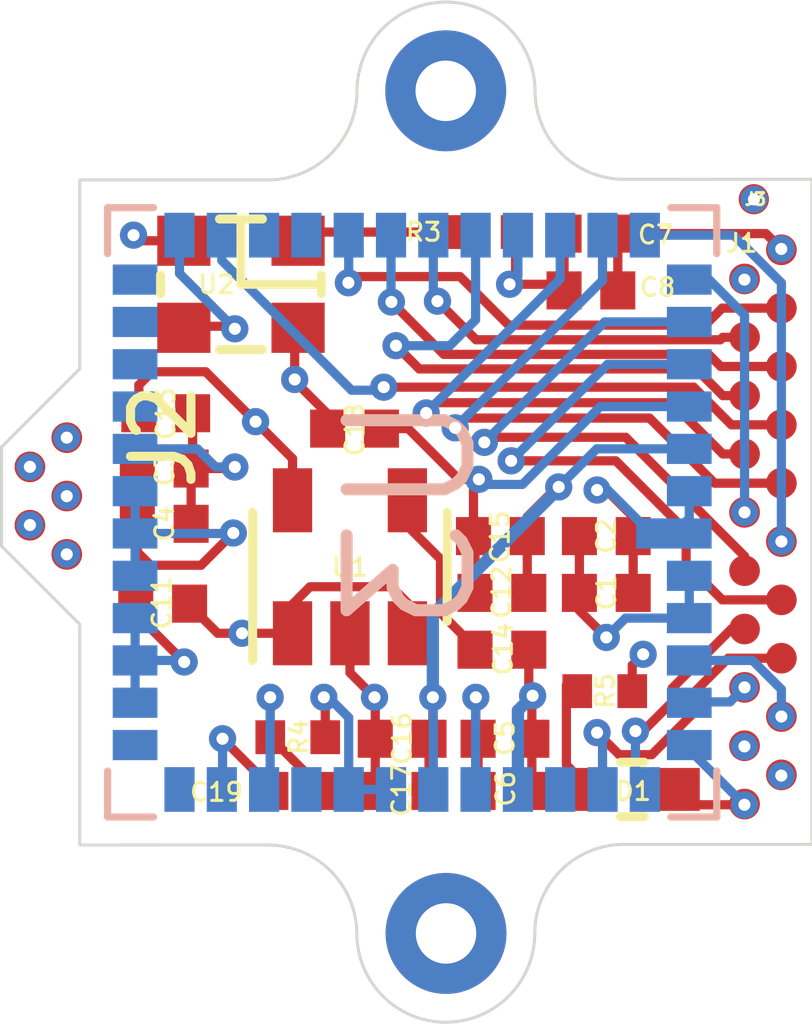
<source format=kicad_pcb>
(kicad_pcb (version 20171130) (host pcbnew "(5.1.4)-1")

  (general
    (thickness 0.8)
    (drawings 18)
    (tracks 326)
    (zones 0)
    (modules 27)
    (nets 31)
  )

  (page A4)
  (layers
    (0 F.Cu signal)
    (1 In1.Cu signal)
    (2 In2.Cu signal)
    (3 In3.Cu signal)
    (4 In4.Cu signal)
    (31 B.Cu signal)
    (32 B.Adhes user)
    (33 F.Adhes user)
    (34 B.Paste user)
    (35 F.Paste user)
    (36 B.SilkS user)
    (37 F.SilkS user)
    (38 B.Mask user)
    (39 F.Mask user)
    (40 Dwgs.User user)
    (41 Cmts.User user)
    (42 Eco1.User user)
    (43 Eco2.User user)
    (44 Edge.Cuts user)
    (45 Margin user)
    (46 B.CrtYd user hide)
    (47 F.CrtYd user hide)
    (48 B.Fab user)
    (49 F.Fab user hide)
  )

  (setup
    (last_trace_width 0.3048)
    (user_trace_width 0.0889)
    (user_trace_width 0.1524)
    (user_trace_width 0.2032)
    (user_trace_width 0.3048)
    (trace_clearance 0.0889)
    (zone_clearance 0.1524)
    (zone_45_only no)
    (trace_min 0.0889)
    (via_size 0.45)
    (via_drill 0.2)
    (via_min_size 0.45)
    (via_min_drill 0.2)
    (user_via 0.45 0.2)
    (uvia_size 0.3)
    (uvia_drill 0.1)
    (uvias_allowed no)
    (uvia_min_size 0.2)
    (uvia_min_drill 0.1)
    (edge_width 0.05)
    (segment_width 0.2)
    (pcb_text_width 0.05)
    (pcb_text_size 0.3 0.3)
    (mod_edge_width 0.12)
    (mod_text_size 0.3 0.3)
    (mod_text_width 0.05)
    (pad_size 0.5 0.5)
    (pad_drill 0)
    (pad_to_mask_clearance 0.0254)
    (solder_mask_min_width 0.1016)
    (aux_axis_origin 0 0)
    (grid_origin 76 99)
    (visible_elements 7FFFFFFF)
    (pcbplotparams
      (layerselection 0x010fc_ffffffff)
      (usegerberextensions false)
      (usegerberattributes false)
      (usegerberadvancedattributes false)
      (creategerberjobfile false)
      (excludeedgelayer true)
      (linewidth 0.100000)
      (plotframeref false)
      (viasonmask false)
      (mode 1)
      (useauxorigin false)
      (hpglpennumber 1)
      (hpglpenspeed 20)
      (hpglpendiameter 15.000000)
      (psnegative false)
      (psa4output false)
      (plotreference true)
      (plotvalue true)
      (plotinvisibletext false)
      (padsonsilk false)
      (subtractmaskfromsilk false)
      (outputformat 1)
      (mirror false)
      (drillshape 0)
      (scaleselection 1)
      (outputdirectory "Output/"))
  )

  (net 0 "")
  (net 1 GND)
  (net 2 +2V8)
  (net 3 +5V)
  (net 4 "Net-(C12-Pad1)")
  (net 5 +1V8)
  (net 6 /RESET_BAR)
  (net 7 "Net-(D1-Pad2)")
  (net 8 /SCLK)
  (net 9 /SDATA)
  (net 10 /LV)
  (net 11 /FV)
  (net 12 /DOUT11)
  (net 13 /DOUT10)
  (net 14 /DOUT8)
  (net 15 /DOUT9)
  (net 16 /DOUT7)
  (net 17 /DOUT6)
  (net 18 /PIXCLK)
  (net 19 /DOUT5)
  (net 20 /DOUT3)
  (net 21 /DOUT4)
  (net 22 /DOUT2)
  (net 23 "Net-(R3-Pad2)")
  (net 24 /EXTCLK)
  (net 25 /TRIGGER)
  (net 26 /STROBE)
  (net 27 /DOUT1)
  (net 28 /DOUT0)
  (net 29 /ENT)
  (net 30 +3V3)

  (net_class Default "This is the default net class."
    (clearance 0.0889)
    (trace_width 0.0889)
    (via_dia 0.45)
    (via_drill 0.2)
    (uvia_dia 0.3)
    (uvia_drill 0.1)
    (add_net +1V8)
    (add_net +2V8)
    (add_net +3V3)
    (add_net +5V)
    (add_net /DOUT0)
    (add_net /DOUT1)
    (add_net /DOUT10)
    (add_net /DOUT11)
    (add_net /DOUT2)
    (add_net /DOUT3)
    (add_net /DOUT4)
    (add_net /DOUT5)
    (add_net /DOUT6)
    (add_net /DOUT7)
    (add_net /DOUT8)
    (add_net /DOUT9)
    (add_net /ENT)
    (add_net /EXTCLK)
    (add_net /FV)
    (add_net /LV)
    (add_net /PIXCLK)
    (add_net /RESET_BAR)
    (add_net /SCLK)
    (add_net /SDATA)
    (add_net /STROBE)
    (add_net /TRIGGER)
    (add_net GND)
    (add_net "Net-(C12-Pad1)")
    (add_net "Net-(D1-Pad2)")
    (add_net "Net-(R3-Pad2)")
  )

  (module .Package_LCC:iLCC48P70_1000X1000X135L80X40N (layer B.Cu) (tedit 5D680CCF) (tstamp 5D68E767)
    (at 81.5 104.5 90)
    (descr "Pullback Quad Flat No-Lead (PQFN), 0.70 mm pitch; square, 12 pin X 12 pin, 10.00 mm L X 10.00 mm W X 1.35 mm H body")
    (path /5D680E30)
    (attr smd)
    (fp_text reference U3 (at 0 0 90) (layer B.Fab)
      (effects (font (size 1.2 1.2) (thickness 0.12)) (justify mirror))
    )
    (fp_text value MT9P031 (at 0 0 90) (layer B.Fab)
      (effects (font (size 1.2 1.2) (thickness 0.12)) (justify mirror))
    )
    (fp_line (start -5.2375 -5.2375) (end 5.2375 -5.2375) (layer B.CrtYd) (width 0.05))
    (fp_line (start -5.2375 5.2375) (end -5.2375 -5.2375) (layer B.CrtYd) (width 0.05))
    (fp_line (start 5.2375 5.2375) (end -5.2375 5.2375) (layer B.CrtYd) (width 0.05))
    (fp_line (start 5.2375 -5.2375) (end 5.2375 5.2375) (layer B.CrtYd) (width 0.05))
    (fp_line (start -5.04 5.04) (end -5.04 4.28) (layer B.SilkS) (width 0.12))
    (fp_line (start -4.28 5.04) (end -5.04 5.04) (layer B.SilkS) (width 0.12))
    (fp_line (start 5.04 5.04) (end 5.04 4.28) (layer B.SilkS) (width 0.12))
    (fp_line (start 4.28 5.04) (end 5.04 5.04) (layer B.SilkS) (width 0.12))
    (fp_line (start 5.04 -5.04) (end 5.04 -4.28) (layer B.SilkS) (width 0.12))
    (fp_line (start 4.28 -5.04) (end 5.04 -5.04) (layer B.SilkS) (width 0.12))
    (fp_line (start -5.04 -5.04) (end -5.04 -4.28) (layer B.SilkS) (width 0.12))
    (fp_line (start -4.28 -5.04) (end -5.04 -5.04) (layer B.SilkS) (width 0.12))
    (fp_line (start -0.35 0) (end 0.35 0) (layer B.CrtYd) (width 0.05))
    (fp_line (start 0 0.35) (end 0 -0.35) (layer B.CrtYd) (width 0.05))
    (fp_circle (center 0 0) (end 0 -0.25) (layer B.CrtYd) (width 0.05))
    (fp_line (start 5.04 -5.04) (end -5.04 -5.04) (layer B.Fab) (width 0.12))
    (fp_line (start 5.04 5.04) (end 5.04 -5.04) (layer B.Fab) (width 0.12))
    (fp_line (start -5.04 5.04) (end 5.04 5.04) (layer B.Fab) (width 0.12))
    (fp_line (start -5.04 -5.04) (end -5.04 5.04) (layer B.Fab) (width 0.12))
    (fp_line (start 5 -5) (end -5 -5) (layer Dwgs.User) (width 0.025))
    (fp_line (start 5 5) (end 5 -5) (layer Dwgs.User) (width 0.025))
    (fp_line (start -5 5) (end 5 5) (layer Dwgs.User) (width 0.025))
    (fp_line (start -5 -5) (end -5 5) (layer Dwgs.User) (width 0.025))
    (fp_line (start -4.9 -3.65) (end -4.1 -3.65) (layer Dwgs.User) (width 0.025))
    (fp_line (start -4.9 -4.05) (end -4.9 -3.65) (layer Dwgs.User) (width 0.025))
    (fp_line (start -4.1 -4.05) (end -4.9 -4.05) (layer Dwgs.User) (width 0.025))
    (fp_line (start -4.1 -3.65) (end -4.1 -4.05) (layer Dwgs.User) (width 0.025))
    (fp_line (start -4.9 -2.95) (end -4.1 -2.95) (layer Dwgs.User) (width 0.025))
    (fp_line (start -4.9 -3.35) (end -4.9 -2.95) (layer Dwgs.User) (width 0.025))
    (fp_line (start -4.1 -3.35) (end -4.9 -3.35) (layer Dwgs.User) (width 0.025))
    (fp_line (start -4.1 -2.95) (end -4.1 -3.35) (layer Dwgs.User) (width 0.025))
    (fp_line (start -4.9 -2.25) (end -4.1 -2.25) (layer Dwgs.User) (width 0.025))
    (fp_line (start -4.9 -2.65) (end -4.9 -2.25) (layer Dwgs.User) (width 0.025))
    (fp_line (start -4.1 -2.65) (end -4.9 -2.65) (layer Dwgs.User) (width 0.025))
    (fp_line (start -4.1 -2.25) (end -4.1 -2.65) (layer Dwgs.User) (width 0.025))
    (fp_line (start -4.9 -1.55) (end -4.1 -1.55) (layer Dwgs.User) (width 0.025))
    (fp_line (start -4.9 -1.95) (end -4.9 -1.55) (layer Dwgs.User) (width 0.025))
    (fp_line (start -4.1 -1.95) (end -4.9 -1.95) (layer Dwgs.User) (width 0.025))
    (fp_line (start -4.1 -1.55) (end -4.1 -1.95) (layer Dwgs.User) (width 0.025))
    (fp_line (start -4.9 -0.85) (end -4.1 -0.85) (layer Dwgs.User) (width 0.025))
    (fp_line (start -4.9 -1.25) (end -4.9 -0.85) (layer Dwgs.User) (width 0.025))
    (fp_line (start -4.1 -1.25) (end -4.9 -1.25) (layer Dwgs.User) (width 0.025))
    (fp_line (start -4.1 -0.85) (end -4.1 -1.25) (layer Dwgs.User) (width 0.025))
    (fp_line (start -4.9 -0.15) (end -4.1 -0.15) (layer Dwgs.User) (width 0.025))
    (fp_line (start -4.9 -0.55) (end -4.9 -0.15) (layer Dwgs.User) (width 0.025))
    (fp_line (start -4.1 -0.55) (end -4.9 -0.55) (layer Dwgs.User) (width 0.025))
    (fp_line (start -4.1 -0.15) (end -4.1 -0.55) (layer Dwgs.User) (width 0.025))
    (fp_line (start -4.9 0.55) (end -4.1 0.55) (layer Dwgs.User) (width 0.025))
    (fp_line (start -4.9 0.15) (end -4.9 0.55) (layer Dwgs.User) (width 0.025))
    (fp_line (start -4.1 0.15) (end -4.9 0.15) (layer Dwgs.User) (width 0.025))
    (fp_line (start -4.1 0.55) (end -4.1 0.15) (layer Dwgs.User) (width 0.025))
    (fp_line (start -4.9 1.25) (end -4.1 1.25) (layer Dwgs.User) (width 0.025))
    (fp_line (start -4.9 0.85) (end -4.9 1.25) (layer Dwgs.User) (width 0.025))
    (fp_line (start -4.1 0.85) (end -4.9 0.85) (layer Dwgs.User) (width 0.025))
    (fp_line (start -4.1 1.25) (end -4.1 0.85) (layer Dwgs.User) (width 0.025))
    (fp_line (start -4.9 1.95) (end -4.1 1.95) (layer Dwgs.User) (width 0.025))
    (fp_line (start -4.9 1.55) (end -4.9 1.95) (layer Dwgs.User) (width 0.025))
    (fp_line (start -4.1 1.55) (end -4.9 1.55) (layer Dwgs.User) (width 0.025))
    (fp_line (start -4.1 1.95) (end -4.1 1.55) (layer Dwgs.User) (width 0.025))
    (fp_line (start -4.9 2.65) (end -4.1 2.65) (layer Dwgs.User) (width 0.025))
    (fp_line (start -4.9 2.25) (end -4.9 2.65) (layer Dwgs.User) (width 0.025))
    (fp_line (start -4.1 2.25) (end -4.9 2.25) (layer Dwgs.User) (width 0.025))
    (fp_line (start -4.1 2.65) (end -4.1 2.25) (layer Dwgs.User) (width 0.025))
    (fp_line (start -4.9 3.35) (end -4.1 3.35) (layer Dwgs.User) (width 0.025))
    (fp_line (start -4.9 2.95) (end -4.9 3.35) (layer Dwgs.User) (width 0.025))
    (fp_line (start -4.1 2.95) (end -4.9 2.95) (layer Dwgs.User) (width 0.025))
    (fp_line (start -4.1 3.35) (end -4.1 2.95) (layer Dwgs.User) (width 0.025))
    (fp_line (start -4.9 4.05) (end -4.1 4.05) (layer Dwgs.User) (width 0.025))
    (fp_line (start -4.9 3.65) (end -4.9 4.05) (layer Dwgs.User) (width 0.025))
    (fp_line (start -4.1 3.65) (end -4.9 3.65) (layer Dwgs.User) (width 0.025))
    (fp_line (start -4.1 4.05) (end -4.1 3.65) (layer Dwgs.User) (width 0.025))
    (fp_line (start -3.65 4.9) (end -3.65 4.1) (layer Dwgs.User) (width 0.025))
    (fp_line (start -4.05 4.9) (end -3.65 4.9) (layer Dwgs.User) (width 0.025))
    (fp_line (start -4.05 4.1) (end -4.05 4.9) (layer Dwgs.User) (width 0.025))
    (fp_line (start -3.65 4.1) (end -4.05 4.1) (layer Dwgs.User) (width 0.025))
    (fp_line (start -2.95 4.9) (end -2.95 4.1) (layer Dwgs.User) (width 0.025))
    (fp_line (start -3.35 4.9) (end -2.95 4.9) (layer Dwgs.User) (width 0.025))
    (fp_line (start -3.35 4.1) (end -3.35 4.9) (layer Dwgs.User) (width 0.025))
    (fp_line (start -2.95 4.1) (end -3.35 4.1) (layer Dwgs.User) (width 0.025))
    (fp_line (start -2.25 4.9) (end -2.25 4.1) (layer Dwgs.User) (width 0.025))
    (fp_line (start -2.65 4.9) (end -2.25 4.9) (layer Dwgs.User) (width 0.025))
    (fp_line (start -2.65 4.1) (end -2.65 4.9) (layer Dwgs.User) (width 0.025))
    (fp_line (start -2.25 4.1) (end -2.65 4.1) (layer Dwgs.User) (width 0.025))
    (fp_line (start -1.55 4.9) (end -1.55 4.1) (layer Dwgs.User) (width 0.025))
    (fp_line (start -1.95 4.9) (end -1.55 4.9) (layer Dwgs.User) (width 0.025))
    (fp_line (start -1.95 4.1) (end -1.95 4.9) (layer Dwgs.User) (width 0.025))
    (fp_line (start -1.55 4.1) (end -1.95 4.1) (layer Dwgs.User) (width 0.025))
    (fp_line (start -0.85 4.9) (end -0.85 4.1) (layer Dwgs.User) (width 0.025))
    (fp_line (start -1.25 4.9) (end -0.85 4.9) (layer Dwgs.User) (width 0.025))
    (fp_line (start -1.25 4.1) (end -1.25 4.9) (layer Dwgs.User) (width 0.025))
    (fp_line (start -0.85 4.1) (end -1.25 4.1) (layer Dwgs.User) (width 0.025))
    (fp_line (start -0.15 4.9) (end -0.15 4.1) (layer Dwgs.User) (width 0.025))
    (fp_line (start -0.55 4.9) (end -0.15 4.9) (layer Dwgs.User) (width 0.025))
    (fp_line (start -0.55 4.1) (end -0.55 4.9) (layer Dwgs.User) (width 0.025))
    (fp_line (start -0.15 4.1) (end -0.55 4.1) (layer Dwgs.User) (width 0.025))
    (fp_line (start 0.55 4.9) (end 0.55 4.1) (layer Dwgs.User) (width 0.025))
    (fp_line (start 0.15 4.9) (end 0.55 4.9) (layer Dwgs.User) (width 0.025))
    (fp_line (start 0.15 4.1) (end 0.15 4.9) (layer Dwgs.User) (width 0.025))
    (fp_line (start 0.55 4.1) (end 0.15 4.1) (layer Dwgs.User) (width 0.025))
    (fp_line (start 1.25 4.9) (end 1.25 4.1) (layer Dwgs.User) (width 0.025))
    (fp_line (start 0.85 4.9) (end 1.25 4.9) (layer Dwgs.User) (width 0.025))
    (fp_line (start 0.85 4.1) (end 0.85 4.9) (layer Dwgs.User) (width 0.025))
    (fp_line (start 1.25 4.1) (end 0.85 4.1) (layer Dwgs.User) (width 0.025))
    (fp_line (start 1.95 4.9) (end 1.95 4.1) (layer Dwgs.User) (width 0.025))
    (fp_line (start 1.55 4.9) (end 1.95 4.9) (layer Dwgs.User) (width 0.025))
    (fp_line (start 1.55 4.1) (end 1.55 4.9) (layer Dwgs.User) (width 0.025))
    (fp_line (start 1.95 4.1) (end 1.55 4.1) (layer Dwgs.User) (width 0.025))
    (fp_line (start 2.65 4.9) (end 2.65 4.1) (layer Dwgs.User) (width 0.025))
    (fp_line (start 2.25 4.9) (end 2.65 4.9) (layer Dwgs.User) (width 0.025))
    (fp_line (start 2.25 4.1) (end 2.25 4.9) (layer Dwgs.User) (width 0.025))
    (fp_line (start 2.65 4.1) (end 2.25 4.1) (layer Dwgs.User) (width 0.025))
    (fp_line (start 3.35 4.9) (end 3.35 4.1) (layer Dwgs.User) (width 0.025))
    (fp_line (start 2.95 4.9) (end 3.35 4.9) (layer Dwgs.User) (width 0.025))
    (fp_line (start 2.95 4.1) (end 2.95 4.9) (layer Dwgs.User) (width 0.025))
    (fp_line (start 3.35 4.1) (end 2.95 4.1) (layer Dwgs.User) (width 0.025))
    (fp_line (start 4.05 4.9) (end 4.05 4.1) (layer Dwgs.User) (width 0.025))
    (fp_line (start 3.65 4.9) (end 4.05 4.9) (layer Dwgs.User) (width 0.025))
    (fp_line (start 3.65 4.1) (end 3.65 4.9) (layer Dwgs.User) (width 0.025))
    (fp_line (start 4.05 4.1) (end 3.65 4.1) (layer Dwgs.User) (width 0.025))
    (fp_line (start 4.9 3.65) (end 4.1 3.65) (layer Dwgs.User) (width 0.025))
    (fp_line (start 4.9 4.05) (end 4.9 3.65) (layer Dwgs.User) (width 0.025))
    (fp_line (start 4.1 4.05) (end 4.9 4.05) (layer Dwgs.User) (width 0.025))
    (fp_line (start 4.1 3.65) (end 4.1 4.05) (layer Dwgs.User) (width 0.025))
    (fp_line (start 4.9 2.95) (end 4.1 2.95) (layer Dwgs.User) (width 0.025))
    (fp_line (start 4.9 3.35) (end 4.9 2.95) (layer Dwgs.User) (width 0.025))
    (fp_line (start 4.1 3.35) (end 4.9 3.35) (layer Dwgs.User) (width 0.025))
    (fp_line (start 4.1 2.95) (end 4.1 3.35) (layer Dwgs.User) (width 0.025))
    (fp_line (start 4.9 2.25) (end 4.1 2.25) (layer Dwgs.User) (width 0.025))
    (fp_line (start 4.9 2.65) (end 4.9 2.25) (layer Dwgs.User) (width 0.025))
    (fp_line (start 4.1 2.65) (end 4.9 2.65) (layer Dwgs.User) (width 0.025))
    (fp_line (start 4.1 2.25) (end 4.1 2.65) (layer Dwgs.User) (width 0.025))
    (fp_line (start 4.9 1.55) (end 4.1 1.55) (layer Dwgs.User) (width 0.025))
    (fp_line (start 4.9 1.95) (end 4.9 1.55) (layer Dwgs.User) (width 0.025))
    (fp_line (start 4.1 1.95) (end 4.9 1.95) (layer Dwgs.User) (width 0.025))
    (fp_line (start 4.1 1.55) (end 4.1 1.95) (layer Dwgs.User) (width 0.025))
    (fp_line (start 4.9 0.85) (end 4.1 0.85) (layer Dwgs.User) (width 0.025))
    (fp_line (start 4.9 1.25) (end 4.9 0.85) (layer Dwgs.User) (width 0.025))
    (fp_line (start 4.1 1.25) (end 4.9 1.25) (layer Dwgs.User) (width 0.025))
    (fp_line (start 4.1 0.85) (end 4.1 1.25) (layer Dwgs.User) (width 0.025))
    (fp_line (start 4.9 0.15) (end 4.1 0.15) (layer Dwgs.User) (width 0.025))
    (fp_line (start 4.9 0.55) (end 4.9 0.15) (layer Dwgs.User) (width 0.025))
    (fp_line (start 4.1 0.55) (end 4.9 0.55) (layer Dwgs.User) (width 0.025))
    (fp_line (start 4.1 0.15) (end 4.1 0.55) (layer Dwgs.User) (width 0.025))
    (fp_line (start 4.9 -0.55) (end 4.1 -0.55) (layer Dwgs.User) (width 0.025))
    (fp_line (start 4.9 -0.15) (end 4.9 -0.55) (layer Dwgs.User) (width 0.025))
    (fp_line (start 4.1 -0.15) (end 4.9 -0.15) (layer Dwgs.User) (width 0.025))
    (fp_line (start 4.1 -0.55) (end 4.1 -0.15) (layer Dwgs.User) (width 0.025))
    (fp_line (start 4.9 -1.25) (end 4.1 -1.25) (layer Dwgs.User) (width 0.025))
    (fp_line (start 4.9 -0.85) (end 4.9 -1.25) (layer Dwgs.User) (width 0.025))
    (fp_line (start 4.1 -0.85) (end 4.9 -0.85) (layer Dwgs.User) (width 0.025))
    (fp_line (start 4.1 -1.25) (end 4.1 -0.85) (layer Dwgs.User) (width 0.025))
    (fp_line (start 4.9 -1.95) (end 4.1 -1.95) (layer Dwgs.User) (width 0.025))
    (fp_line (start 4.9 -1.55) (end 4.9 -1.95) (layer Dwgs.User) (width 0.025))
    (fp_line (start 4.1 -1.55) (end 4.9 -1.55) (layer Dwgs.User) (width 0.025))
    (fp_line (start 4.1 -1.95) (end 4.1 -1.55) (layer Dwgs.User) (width 0.025))
    (fp_line (start 4.9 -2.65) (end 4.1 -2.65) (layer Dwgs.User) (width 0.025))
    (fp_line (start 4.9 -2.25) (end 4.9 -2.65) (layer Dwgs.User) (width 0.025))
    (fp_line (start 4.1 -2.25) (end 4.9 -2.25) (layer Dwgs.User) (width 0.025))
    (fp_line (start 4.1 -2.65) (end 4.1 -2.25) (layer Dwgs.User) (width 0.025))
    (fp_line (start 4.9 -3.35) (end 4.1 -3.35) (layer Dwgs.User) (width 0.025))
    (fp_line (start 4.9 -2.95) (end 4.9 -3.35) (layer Dwgs.User) (width 0.025))
    (fp_line (start 4.1 -2.95) (end 4.9 -2.95) (layer Dwgs.User) (width 0.025))
    (fp_line (start 4.1 -3.35) (end 4.1 -2.95) (layer Dwgs.User) (width 0.025))
    (fp_line (start 4.9 -4.05) (end 4.1 -4.05) (layer Dwgs.User) (width 0.025))
    (fp_line (start 4.9 -3.65) (end 4.9 -4.05) (layer Dwgs.User) (width 0.025))
    (fp_line (start 4.1 -3.65) (end 4.9 -3.65) (layer Dwgs.User) (width 0.025))
    (fp_line (start 4.1 -4.05) (end 4.1 -3.65) (layer Dwgs.User) (width 0.025))
    (fp_line (start 3.65 -4.9) (end 3.65 -4.1) (layer Dwgs.User) (width 0.025))
    (fp_line (start 4.05 -4.9) (end 3.65 -4.9) (layer Dwgs.User) (width 0.025))
    (fp_line (start 4.05 -4.1) (end 4.05 -4.9) (layer Dwgs.User) (width 0.025))
    (fp_line (start 3.65 -4.1) (end 4.05 -4.1) (layer Dwgs.User) (width 0.025))
    (fp_line (start 2.95 -4.9) (end 2.95 -4.1) (layer Dwgs.User) (width 0.025))
    (fp_line (start 3.35 -4.9) (end 2.95 -4.9) (layer Dwgs.User) (width 0.025))
    (fp_line (start 3.35 -4.1) (end 3.35 -4.9) (layer Dwgs.User) (width 0.025))
    (fp_line (start 2.95 -4.1) (end 3.35 -4.1) (layer Dwgs.User) (width 0.025))
    (fp_line (start 2.25 -4.9) (end 2.25 -4.1) (layer Dwgs.User) (width 0.025))
    (fp_line (start 2.65 -4.9) (end 2.25 -4.9) (layer Dwgs.User) (width 0.025))
    (fp_line (start 2.65 -4.1) (end 2.65 -4.9) (layer Dwgs.User) (width 0.025))
    (fp_line (start 2.25 -4.1) (end 2.65 -4.1) (layer Dwgs.User) (width 0.025))
    (fp_line (start 1.55 -4.9) (end 1.55 -4.1) (layer Dwgs.User) (width 0.025))
    (fp_line (start 1.95 -4.9) (end 1.55 -4.9) (layer Dwgs.User) (width 0.025))
    (fp_line (start 1.95 -4.1) (end 1.95 -4.9) (layer Dwgs.User) (width 0.025))
    (fp_line (start 1.55 -4.1) (end 1.95 -4.1) (layer Dwgs.User) (width 0.025))
    (fp_line (start 0.85 -4.9) (end 0.85 -4.1) (layer Dwgs.User) (width 0.025))
    (fp_line (start 1.25 -4.9) (end 0.85 -4.9) (layer Dwgs.User) (width 0.025))
    (fp_line (start 1.25 -4.1) (end 1.25 -4.9) (layer Dwgs.User) (width 0.025))
    (fp_line (start 0.85 -4.1) (end 1.25 -4.1) (layer Dwgs.User) (width 0.025))
    (fp_line (start 0.15 -4.9) (end 0.15 -4.1) (layer Dwgs.User) (width 0.025))
    (fp_line (start 0.55 -4.9) (end 0.15 -4.9) (layer Dwgs.User) (width 0.025))
    (fp_line (start 0.55 -4.1) (end 0.55 -4.9) (layer Dwgs.User) (width 0.025))
    (fp_line (start 0.15 -4.1) (end 0.55 -4.1) (layer Dwgs.User) (width 0.025))
    (fp_line (start -0.55 -4.9) (end -0.55 -4.1) (layer Dwgs.User) (width 0.025))
    (fp_line (start -0.15 -4.9) (end -0.55 -4.9) (layer Dwgs.User) (width 0.025))
    (fp_line (start -0.15 -4.1) (end -0.15 -4.9) (layer Dwgs.User) (width 0.025))
    (fp_line (start -0.55 -4.1) (end -0.15 -4.1) (layer Dwgs.User) (width 0.025))
    (fp_line (start -1.25 -4.9) (end -1.25 -4.1) (layer Dwgs.User) (width 0.025))
    (fp_line (start -0.85 -4.9) (end -1.25 -4.9) (layer Dwgs.User) (width 0.025))
    (fp_line (start -0.85 -4.1) (end -0.85 -4.9) (layer Dwgs.User) (width 0.025))
    (fp_line (start -1.25 -4.1) (end -0.85 -4.1) (layer Dwgs.User) (width 0.025))
    (fp_line (start -1.95 -4.9) (end -1.95 -4.1) (layer Dwgs.User) (width 0.025))
    (fp_line (start -1.55 -4.9) (end -1.95 -4.9) (layer Dwgs.User) (width 0.025))
    (fp_line (start -1.55 -4.1) (end -1.55 -4.9) (layer Dwgs.User) (width 0.025))
    (fp_line (start -1.95 -4.1) (end -1.55 -4.1) (layer Dwgs.User) (width 0.025))
    (fp_line (start -2.65 -4.9) (end -2.65 -4.1) (layer Dwgs.User) (width 0.025))
    (fp_line (start -2.25 -4.9) (end -2.65 -4.9) (layer Dwgs.User) (width 0.025))
    (fp_line (start -2.25 -4.1) (end -2.25 -4.9) (layer Dwgs.User) (width 0.025))
    (fp_line (start -2.65 -4.1) (end -2.25 -4.1) (layer Dwgs.User) (width 0.025))
    (fp_line (start -3.35 -4.9) (end -3.35 -4.1) (layer Dwgs.User) (width 0.025))
    (fp_line (start -2.95 -4.9) (end -3.35 -4.9) (layer Dwgs.User) (width 0.025))
    (fp_line (start -2.95 -4.1) (end -2.95 -4.9) (layer Dwgs.User) (width 0.025))
    (fp_line (start -3.35 -4.1) (end -2.95 -4.1) (layer Dwgs.User) (width 0.025))
    (fp_line (start -4.05 -4.9) (end -4.05 -4.1) (layer Dwgs.User) (width 0.025))
    (fp_line (start -3.65 -4.9) (end -4.05 -4.9) (layer Dwgs.User) (width 0.025))
    (fp_line (start -3.65 -4.1) (end -3.65 -4.9) (layer Dwgs.User) (width 0.025))
    (fp_line (start -4.05 -4.1) (end -3.65 -4.1) (layer Dwgs.User) (width 0.025))
    (fp_text user %R (at 0 0 90) (layer B.SilkS)
      (effects (font (size 2 2) (thickness 0.2)) (justify mirror))
    )
    (pad 18 smd rect (at -4.585 -3.85 90) (size 0.74 0.5) (layers B.Cu B.Paste B.Mask))
    (pad 17 smd rect (at -4.585 -3.15 90) (size 0.74 0.5) (layers B.Cu B.Paste B.Mask)
      (net 1 GND))
    (pad 16 smd rect (at -4.585 -2.45 90) (size 0.74 0.5) (layers B.Cu B.Paste B.Mask)
      (net 6 /RESET_BAR))
    (pad 15 smd rect (at -4.585 -1.75 90) (size 0.74 0.5) (layers B.Cu B.Paste B.Mask)
      (net 25 /TRIGGER))
    (pad 14 smd rect (at -4.585 -1.05 90) (size 0.74 0.5) (layers B.Cu B.Paste B.Mask)
      (net 2 +2V8))
    (pad 13 smd rect (at -4.585 -0.35 90) (size 0.74 0.5) (layers B.Cu B.Paste B.Mask)
      (net 2 +2V8))
    (pad 12 smd rect (at -4.585 0.35 90) (size 0.74 0.5) (layers B.Cu B.Paste B.Mask)
      (net 5 +1V8))
    (pad 11 smd rect (at -4.585 1.05 90) (size 0.74 0.5) (layers B.Cu B.Paste B.Mask)
      (net 2 +2V8))
    (pad 10 smd rect (at -4.585 1.75 90) (size 0.74 0.5) (layers B.Cu B.Paste B.Mask)
      (net 1 GND))
    (pad 9 smd rect (at -4.585 2.45 90) (size 0.74 0.5) (layers B.Cu B.Paste B.Mask)
      (net 26 /STROBE))
    (pad 8 smd rect (at -4.585 3.15 90) (size 0.74 0.5) (layers B.Cu B.Paste B.Mask)
      (net 10 /LV))
    (pad 7 smd rect (at -4.585 3.85 90) (size 0.74 0.5) (layers B.Cu B.Paste B.Mask)
      (net 11 /FV))
    (pad 6 smd rect (at -3.85 4.585) (size 0.74 0.5) (layers B.Cu B.Paste B.Mask)
      (net 1 GND))
    (pad 5 smd rect (at -3.15 4.585) (size 0.74 0.5) (layers B.Cu B.Paste B.Mask)
      (net 9 /SDATA))
    (pad 4 smd rect (at -2.45 4.585) (size 0.74 0.5) (layers B.Cu B.Paste B.Mask)
      (net 8 /SCLK))
    (pad 3 smd rect (at -1.75 4.585) (size 0.74 0.5) (layers B.Cu B.Paste B.Mask)
      (net 1 GND))
    (pad 2 smd rect (at -1.05 4.585) (size 0.74 0.5) (layers B.Cu B.Paste B.Mask)
      (net 1 GND))
    (pad 1 smd rect (at -0.35 4.331) (size 1.248 0.5) (layers B.Cu B.Paste B.Mask)
      (net 2 +2V8))
    (pad 48 smd rect (at 0.35 4.585) (size 0.74 0.5) (layers B.Cu B.Paste B.Mask)
      (net 2 +2V8))
    (pad 47 smd rect (at 1.05 4.585) (size 0.74 0.5) (layers B.Cu B.Paste B.Mask)
      (net 5 +1V8))
    (pad 46 smd rect (at 1.75 4.585) (size 0.74 0.5) (layers B.Cu B.Paste B.Mask)
      (net 1 GND))
    (pad 45 smd rect (at 2.45 4.585) (size 0.74 0.5) (layers B.Cu B.Paste B.Mask)
      (net 12 /DOUT11))
    (pad 44 smd rect (at 3.15 4.585) (size 0.74 0.5) (layers B.Cu B.Paste B.Mask)
      (net 13 /DOUT10))
    (pad 43 smd rect (at 3.85 4.585) (size 0.74 0.5) (layers B.Cu B.Paste B.Mask)
      (net 15 /DOUT9))
    (pad 42 smd rect (at 4.585 3.85 90) (size 0.74 0.5) (layers B.Cu B.Paste B.Mask)
      (net 14 /DOUT8))
    (pad 41 smd rect (at 4.585 3.15 90) (size 0.74 0.5) (layers B.Cu B.Paste B.Mask)
      (net 16 /DOUT7))
    (pad 40 smd rect (at 4.585 2.45 90) (size 0.74 0.5) (layers B.Cu B.Paste B.Mask)
      (net 17 /DOUT6))
    (pad 39 smd rect (at 4.585 1.75 90) (size 0.74 0.5) (layers B.Cu B.Paste B.Mask)
      (net 2 +2V8))
    (pad 38 smd rect (at 4.585 1.05 90) (size 0.74 0.5) (layers B.Cu B.Paste B.Mask)
      (net 19 /DOUT5))
    (pad 37 smd rect (at 4.585 0.35 90) (size 0.74 0.5) (layers B.Cu B.Paste B.Mask)
      (net 21 /DOUT4))
    (pad 36 smd rect (at 4.585 -0.35 90) (size 0.74 0.5) (layers B.Cu B.Paste B.Mask)
      (net 20 /DOUT3))
    (pad 35 smd rect (at 4.585 -1.05 90) (size 0.74 0.5) (layers B.Cu B.Paste B.Mask)
      (net 22 /DOUT2))
    (pad 34 smd rect (at 4.585 -1.75 90) (size 0.74 0.5) (layers B.Cu B.Paste B.Mask)
      (net 27 /DOUT1))
    (pad 33 smd rect (at 4.585 -2.45 90) (size 0.74 0.5) (layers B.Cu B.Paste B.Mask)
      (net 28 /DOUT0))
    (pad 32 smd rect (at 4.585 -3.15 90) (size 0.74 0.5) (layers B.Cu B.Paste B.Mask)
      (net 18 /PIXCLK))
    (pad 31 smd rect (at 4.585 -3.85 90) (size 0.74 0.5) (layers B.Cu B.Paste B.Mask)
      (net 24 /EXTCLK))
    (pad 30 smd rect (at 3.85 -4.585) (size 0.74 0.5) (layers B.Cu B.Paste B.Mask))
    (pad 29 smd rect (at 3.15 -4.585) (size 0.74 0.5) (layers B.Cu B.Paste B.Mask))
    (pad 28 smd rect (at 2.45 -4.585) (size 0.74 0.5) (layers B.Cu B.Paste B.Mask))
    (pad 27 smd rect (at 1.75 -4.585) (size 0.74 0.5) (layers B.Cu B.Paste B.Mask))
    (pad 26 smd rect (at 1.05 -4.585) (size 0.74 0.5) (layers B.Cu B.Paste B.Mask)
      (net 1 GND))
    (pad 25 smd rect (at 0.35 -4.585) (size 0.74 0.5) (layers B.Cu B.Paste B.Mask)
      (net 2 +2V8))
    (pad 24 smd rect (at -0.35 -4.585) (size 0.74 0.5) (layers B.Cu B.Paste B.Mask)
      (net 2 +2V8))
    (pad 23 smd rect (at -1.05 -4.585) (size 0.74 0.5) (layers B.Cu B.Paste B.Mask)
      (net 2 +2V8))
    (pad 22 smd rect (at -1.75 -4.585) (size 0.74 0.5) (layers B.Cu B.Paste B.Mask)
      (net 1 GND))
    (pad 21 smd rect (at -2.45 -4.585) (size 0.74 0.5) (layers B.Cu B.Paste B.Mask)
      (net 1 GND))
    (pad 20 smd rect (at -3.15 -4.585) (size 0.74 0.5) (layers B.Cu B.Paste B.Mask)
      (net 1 GND))
    (pad 19 smd rect (at -3.85 -4.585) (size 0.74 0.5) (layers B.Cu B.Paste B.Mask))
    (model ${KICAD_AHARONI_LAB}/Modules/Package_LCC.pretty/iLCC48P70_1000X1000X135L80X40N.STEP
      (at (xyz 0 0 0))
      (scale (xyz 1 1 1))
      (rotate (xyz -90 0 0))
    )
    (model "E:/Kicad Files/KiCad-Library-master/Modules/Package_LCC.pretty/iLCC48P70_1000X1000X135L80X40N.STEP"
      (at (xyz 0 0 0))
      (scale (xyz 1 1 1))
      (rotate (xyz -90 0 90))
    )
  )

  (module .Oscillator:OSC_CC250X200X80L70X75L (layer F.Cu) (tedit 5C89DC47) (tstamp 5D68E65B)
    (at 78.667 100.7272 180)
    (descr "Oscillator, Corner Concave; 2.50 mm L X 2.00 mm W X 0.80 mm H body")
    (path /5D68E7E5)
    (attr smd)
    (fp_text reference U2 (at 0.025 2.2 180) (layer F.Fab)
      (effects (font (size 1 1) (thickness 0.1)))
    )
    (fp_text value SiT_2.5mmx2mm (at 0.425 3.625 180) (layer F.Fab)
      (effects (font (size 1.2 1.2) (thickness 0.12)))
    )
    (fp_line (start 0 0) (end 0 1.05) (layer F.SilkS) (width 0.15))
    (fp_line (start -1.275 0) (end 0 0) (layer F.SilkS) (width 0.15))
    (fp_line (start 0.355 -1.08) (end -0.355 -1.08) (layer F.SilkS) (width 0.15))
    (fp_line (start -0.355 1.08) (end 0.355 1.08) (layer F.SilkS) (width 0.15))
    (fp_line (start 1.33 0.155) (end 1.33 -0.155) (layer F.SilkS) (width 0.15))
    (fp_line (start -1.33 0.155) (end -1.33 -0.155) (layer F.SilkS) (width 0.15))
    (fp_line (start 1.28 1.03) (end -1.28 1.03) (layer F.Fab) (width 0.12))
    (fp_line (start 1.28 -1.03) (end 1.28 1.03) (layer F.Fab) (width 0.12))
    (fp_line (start -1.28 -1.03) (end 1.28 -1.03) (layer F.Fab) (width 0.12))
    (fp_line (start -1.28 1.03) (end -1.28 -1.03) (layer F.Fab) (width 0.12))
    (fp_line (start -0.35 0) (end 0.35 0) (layer F.CrtYd) (width 0.05))
    (fp_line (start 0 -0.35) (end 0 0.35) (layer F.CrtYd) (width 0.05))
    (fp_circle (center 0 0) (end 0 0.25) (layer F.CrtYd) (width 0.05))
    (fp_line (start 1.49 1.24) (end -1.49 1.24) (layer F.CrtYd) (width 0.05))
    (fp_line (start 1.49 -1.24) (end 1.49 1.24) (layer F.CrtYd) (width 0.05))
    (fp_line (start -1.49 -1.24) (end 1.49 -1.24) (layer F.CrtYd) (width 0.05))
    (fp_line (start -1.49 1.24) (end -1.49 -1.24) (layer F.CrtYd) (width 0.05))
    (fp_line (start 1.25 1) (end -1.25 1) (layer Dwgs.User) (width 0.025))
    (fp_line (start 1.25 -1) (end 1.25 1) (layer Dwgs.User) (width 0.025))
    (fp_line (start -1.25 -1) (end 1.25 -1) (layer Dwgs.User) (width 0.025))
    (fp_line (start -1.25 1) (end -1.25 -1) (layer Dwgs.User) (width 0.025))
    (fp_line (start -0.5 -1) (end -0.5 -0.3) (layer Dwgs.User) (width 0.025))
    (fp_line (start -1.25 -1) (end -0.5 -1) (layer Dwgs.User) (width 0.025))
    (fp_line (start -1.25 -0.3) (end -1.25 -1) (layer Dwgs.User) (width 0.025))
    (fp_line (start -0.5 -0.3) (end -1.25 -0.3) (layer Dwgs.User) (width 0.025))
    (fp_line (start 1.25 -1) (end 1.25 -0.3) (layer Dwgs.User) (width 0.025))
    (fp_line (start 0.5 -1) (end 1.25 -1) (layer Dwgs.User) (width 0.025))
    (fp_line (start 0.5 -0.3) (end 0.5 -1) (layer Dwgs.User) (width 0.025))
    (fp_line (start 1.25 -0.3) (end 0.5 -0.3) (layer Dwgs.User) (width 0.025))
    (fp_line (start 0.5 1) (end 0.5 0.3) (layer Dwgs.User) (width 0.025))
    (fp_line (start 1.25 1) (end 0.5 1) (layer Dwgs.User) (width 0.025))
    (fp_line (start 1.25 0.3) (end 1.25 1) (layer Dwgs.User) (width 0.025))
    (fp_line (start 0.5 0.3) (end 1.25 0.3) (layer Dwgs.User) (width 0.025))
    (fp_line (start -1.25 1) (end -1.25 0.3) (layer Dwgs.User) (width 0.025))
    (fp_line (start -0.5 1) (end -1.25 1) (layer Dwgs.User) (width 0.025))
    (fp_line (start -0.5 0.3) (end -0.5 1) (layer Dwgs.User) (width 0.025))
    (fp_line (start -1.25 0.3) (end -0.5 0.3) (layer Dwgs.User) (width 0.025))
    (fp_text user %R (at 0.4064 -0.00508 180) (layer F.SilkS)
      (effects (font (size 0.3 0.3) (thickness 0.05)))
    )
    (pad 4 smd rect (at -0.945 -0.72 270) (size 0.83 0.88) (layers F.Cu F.Paste F.Mask)
      (net 2 +2V8))
    (pad 3 smd rect (at 0.945 -0.72 270) (size 0.83 0.88) (layers F.Cu F.Paste F.Mask)
      (net 24 /EXTCLK))
    (pad 2 smd rect (at 0.945 0.72 270) (size 0.83 0.88) (layers F.Cu F.Paste F.Mask)
      (net 1 GND))
    (pad 1 smd rect (at -0.945 0.72 270) (size 0.83 0.88) (layers F.Cu F.Paste F.Mask)
      (net 23 "Net-(R3-Pad2)"))
    (model ${KICAD_AHARONI_LAB}/Modules/Oscillator.pretty/OSC_CC250X200X80L70X75L.STEP
      (at (xyz 0 0 0))
      (scale (xyz 1 1 1))
      (rotate (xyz -90 0 0))
    )
  )

  (module Package_TO_SOT_SMD:SOT-23-5 (layer F.Cu) (tedit 5A02FF57) (tstamp 5D697FCA)
    (at 80.4704 105.4008 90)
    (descr "5-pin SOT23 package")
    (tags SOT-23-5)
    (path /5D6D65C2)
    (attr smd)
    (fp_text reference U1 (at -0.00508 0 180) (layer F.SilkS)
      (effects (font (size 0.3 0.3) (thickness 0.05)))
    )
    (fp_text value TPS79328-EP (at 0 2.9 90) (layer F.Fab)
      (effects (font (size 1 1) (thickness 0.15)))
    )
    (fp_line (start 0.9 -1.55) (end 0.9 1.55) (layer F.Fab) (width 0.1))
    (fp_line (start 0.9 1.55) (end -0.9 1.55) (layer F.Fab) (width 0.1))
    (fp_line (start -0.9 -0.9) (end -0.9 1.55) (layer F.Fab) (width 0.1))
    (fp_line (start 0.9 -1.55) (end -0.25 -1.55) (layer F.Fab) (width 0.1))
    (fp_line (start -0.9 -0.9) (end -0.25 -1.55) (layer F.Fab) (width 0.1))
    (fp_line (start -1.9 1.8) (end -1.9 -1.8) (layer F.CrtYd) (width 0.05))
    (fp_line (start 1.9 1.8) (end -1.9 1.8) (layer F.CrtYd) (width 0.05))
    (fp_line (start 1.9 -1.8) (end 1.9 1.8) (layer F.CrtYd) (width 0.05))
    (fp_line (start -1.9 -1.8) (end 1.9 -1.8) (layer F.CrtYd) (width 0.05))
    (fp_line (start 0.9 -1.61) (end -1.55 -1.61) (layer F.SilkS) (width 0.15))
    (fp_line (start -0.9 1.61) (end 0.9 1.61) (layer F.SilkS) (width 0.15))
    (fp_text user %R (at 0 0 180) (layer F.Fab)
      (effects (font (size 0.5 0.5) (thickness 0.075)))
    )
    (pad 5 smd rect (at 1.1 -0.95 90) (size 1.06 0.65) (layers F.Cu F.Paste F.Mask)
      (net 2 +2V8))
    (pad 4 smd rect (at 1.1 0.95 90) (size 1.06 0.65) (layers F.Cu F.Paste F.Mask)
      (net 4 "Net-(C12-Pad1)"))
    (pad 3 smd rect (at -1.1 0.95 90) (size 1.06 0.65) (layers F.Cu F.Paste F.Mask)
      (net 3 +5V))
    (pad 2 smd rect (at -1.1 0 90) (size 1.06 0.65) (layers F.Cu F.Paste F.Mask)
      (net 1 GND))
    (pad 1 smd rect (at -1.1 -0.95 90) (size 1.06 0.65) (layers F.Cu F.Paste F.Mask)
      (net 3 +5V))
    (model ${KISYS3DMOD}/Package_TO_SOT_SMD.3dshapes/SOT-23-5.wrl
      (at (xyz 0 0 0))
      (scale (xyz 1 1 1))
      (rotate (xyz 0 0 0))
    )
  )

  (module .Resistor:R_0402_1005Metric_ERJ_L (layer F.Cu) (tedit 5CAF07DB) (tstamp 5D68E618)
    (at 84.6868 107.4582)
    (descr "Resistor, Chip; 1.00 mm L X 0.50 mm W X 0.40 mm H body")
    (path /5D71BFEE)
    (attr smd)
    (fp_text reference R5 (at 0 0) (layer F.Fab)
      (effects (font (size 1 1) (thickness 0.1)))
    )
    (fp_text value 500 (at 0 0) (layer F.Fab)
      (effects (font (size 1.2 1.2) (thickness 0.12)))
    )
    (fp_line (start 0 -0.19) (end 0 0.19) (layer Dwgs.User) (width 0.05))
    (fp_line (start 0.19 0) (end -0.19 0) (layer Dwgs.User) (width 0.05))
    (fp_circle (center 0 0) (end 0.1425 0) (layer Dwgs.User) (width 0.05))
    (fp_line (start 0.8 0.38) (end -0.8 0.38) (layer F.CrtYd) (width 0.05))
    (fp_line (start 0.8 -0.38) (end 0.8 0.38) (layer F.CrtYd) (width 0.05))
    (fp_line (start -0.8 -0.38) (end 0.8 -0.38) (layer F.CrtYd) (width 0.05))
    (fp_line (start -0.8 0.38) (end -0.8 -0.38) (layer F.CrtYd) (width 0.05))
    (fp_line (start 0.53 0.28) (end -0.53 0.28) (layer F.Fab) (width 0.12))
    (fp_line (start 0.53 -0.28) (end 0.53 0.28) (layer F.Fab) (width 0.12))
    (fp_line (start -0.53 -0.28) (end 0.53 -0.28) (layer F.Fab) (width 0.12))
    (fp_line (start -0.53 0.28) (end -0.53 -0.28) (layer F.Fab) (width 0.12))
    (fp_line (start 0.5 0.25) (end -0.5 0.25) (layer Dwgs.User) (width 0.025))
    (fp_line (start 0.5 -0.25) (end 0.5 0.25) (layer Dwgs.User) (width 0.025))
    (fp_line (start -0.5 -0.25) (end 0.5 -0.25) (layer Dwgs.User) (width 0.025))
    (fp_line (start -0.5 0.25) (end -0.5 -0.25) (layer Dwgs.User) (width 0.025))
    (fp_line (start 0.5 0.25) (end 0.25 0.25) (layer Dwgs.User) (width 0.025))
    (fp_line (start 0.5 -0.25) (end 0.5 0.25) (layer Dwgs.User) (width 0.025))
    (fp_line (start 0.25 -0.25) (end 0.5 -0.25) (layer Dwgs.User) (width 0.025))
    (fp_line (start 0.25 0.25) (end 0.25 -0.25) (layer Dwgs.User) (width 0.025))
    (fp_line (start -0.5 -0.25) (end -0.25 -0.25) (layer Dwgs.User) (width 0.025))
    (fp_line (start -0.5 0.25) (end -0.5 -0.25) (layer Dwgs.User) (width 0.025))
    (fp_line (start -0.25 0.25) (end -0.5 0.25) (layer Dwgs.User) (width 0.025))
    (fp_line (start -0.25 -0.25) (end -0.25 0.25) (layer Dwgs.User) (width 0.025))
    (fp_text user %R (at 0.00508 -0.00508 90) (layer F.SilkS)
      (effects (font (size 0.3 0.3) (thickness 0.05)))
    )
    (pad 2 smd rect (at 0.455 0) (size 0.49 0.56) (layers F.Cu F.Paste F.Mask)
      (net 3 +5V))
    (pad 1 smd rect (at -0.455 0) (size 0.49 0.56) (layers F.Cu F.Paste F.Mask)
      (net 7 "Net-(D1-Pad2)"))
    (model ${KICAD_AHARONI_LAB}/Modules/Resistor.pretty/R_0402_1005Metric_ERJ_L.STEP
      (at (xyz 0 0 0))
      (scale (xyz 1 1 1))
      (rotate (xyz -90 0 0))
    )
  )

  (module .Resistor:R_0402_1005Metric_ERJ_L (layer F.Cu) (tedit 5CAF07DB) (tstamp 5D6968E4)
    (at 79.6068 108.2202 180)
    (descr "Resistor, Chip; 1.00 mm L X 0.50 mm W X 0.40 mm H body")
    (path /5D683333)
    (attr smd)
    (fp_text reference R4 (at 0 0 180) (layer F.Fab)
      (effects (font (size 1 1) (thickness 0.1)))
    )
    (fp_text value 1K (at 0 0 180) (layer F.Fab)
      (effects (font (size 1.2 1.2) (thickness 0.12)))
    )
    (fp_line (start 0 -0.19) (end 0 0.19) (layer Dwgs.User) (width 0.05))
    (fp_line (start 0.19 0) (end -0.19 0) (layer Dwgs.User) (width 0.05))
    (fp_circle (center 0 0) (end 0.1425 0) (layer Dwgs.User) (width 0.05))
    (fp_line (start 0.8 0.38) (end -0.8 0.38) (layer F.CrtYd) (width 0.05))
    (fp_line (start 0.8 -0.38) (end 0.8 0.38) (layer F.CrtYd) (width 0.05))
    (fp_line (start -0.8 -0.38) (end 0.8 -0.38) (layer F.CrtYd) (width 0.05))
    (fp_line (start -0.8 0.38) (end -0.8 -0.38) (layer F.CrtYd) (width 0.05))
    (fp_line (start 0.53 0.28) (end -0.53 0.28) (layer F.Fab) (width 0.12))
    (fp_line (start 0.53 -0.28) (end 0.53 0.28) (layer F.Fab) (width 0.12))
    (fp_line (start -0.53 -0.28) (end 0.53 -0.28) (layer F.Fab) (width 0.12))
    (fp_line (start -0.53 0.28) (end -0.53 -0.28) (layer F.Fab) (width 0.12))
    (fp_line (start 0.5 0.25) (end -0.5 0.25) (layer Dwgs.User) (width 0.025))
    (fp_line (start 0.5 -0.25) (end 0.5 0.25) (layer Dwgs.User) (width 0.025))
    (fp_line (start -0.5 -0.25) (end 0.5 -0.25) (layer Dwgs.User) (width 0.025))
    (fp_line (start -0.5 0.25) (end -0.5 -0.25) (layer Dwgs.User) (width 0.025))
    (fp_line (start 0.5 0.25) (end 0.25 0.25) (layer Dwgs.User) (width 0.025))
    (fp_line (start 0.5 -0.25) (end 0.5 0.25) (layer Dwgs.User) (width 0.025))
    (fp_line (start 0.25 -0.25) (end 0.5 -0.25) (layer Dwgs.User) (width 0.025))
    (fp_line (start 0.25 0.25) (end 0.25 -0.25) (layer Dwgs.User) (width 0.025))
    (fp_line (start -0.5 -0.25) (end -0.25 -0.25) (layer Dwgs.User) (width 0.025))
    (fp_line (start -0.5 0.25) (end -0.5 -0.25) (layer Dwgs.User) (width 0.025))
    (fp_line (start -0.25 0.25) (end -0.5 0.25) (layer Dwgs.User) (width 0.025))
    (fp_line (start -0.25 -0.25) (end -0.25 0.25) (layer Dwgs.User) (width 0.025))
    (fp_text user %R (at -0.01524 0.00508 270) (layer F.SilkS)
      (effects (font (size 0.3 0.3) (thickness 0.05)))
    )
    (pad 2 smd rect (at 0.455 0 180) (size 0.49 0.56) (layers F.Cu F.Paste F.Mask)
      (net 6 /RESET_BAR))
    (pad 1 smd rect (at -0.455 0 180) (size 0.49 0.56) (layers F.Cu F.Paste F.Mask)
      (net 2 +2V8))
    (model ${KICAD_AHARONI_LAB}/Modules/Resistor.pretty/R_0402_1005Metric_ERJ_L.STEP
      (at (xyz 0 0 0))
      (scale (xyz 1 1 1))
      (rotate (xyz -90 0 0))
    )
  )

  (module .Resistor:R_0402_1005Metric_ERJ_L (layer F.Cu) (tedit 5CAF07DB) (tstamp 5D69883D)
    (at 82.7564 99.8636 180)
    (descr "Resistor, Chip; 1.00 mm L X 0.50 mm W X 0.40 mm H body")
    (path /5D6A00F6)
    (attr smd)
    (fp_text reference R3 (at 0 0 180) (layer F.Fab)
      (effects (font (size 1 1) (thickness 0.1)))
    )
    (fp_text value DNL (at 0 0 180) (layer F.Fab)
      (effects (font (size 1.2 1.2) (thickness 0.12)))
    )
    (fp_line (start 0 -0.19) (end 0 0.19) (layer Dwgs.User) (width 0.05))
    (fp_line (start 0.19 0) (end -0.19 0) (layer Dwgs.User) (width 0.05))
    (fp_circle (center 0 0) (end 0.1425 0) (layer Dwgs.User) (width 0.05))
    (fp_line (start 0.8 0.38) (end -0.8 0.38) (layer F.CrtYd) (width 0.05))
    (fp_line (start 0.8 -0.38) (end 0.8 0.38) (layer F.CrtYd) (width 0.05))
    (fp_line (start -0.8 -0.38) (end 0.8 -0.38) (layer F.CrtYd) (width 0.05))
    (fp_line (start -0.8 0.38) (end -0.8 -0.38) (layer F.CrtYd) (width 0.05))
    (fp_line (start 0.53 0.28) (end -0.53 0.28) (layer F.Fab) (width 0.12))
    (fp_line (start 0.53 -0.28) (end 0.53 0.28) (layer F.Fab) (width 0.12))
    (fp_line (start -0.53 -0.28) (end 0.53 -0.28) (layer F.Fab) (width 0.12))
    (fp_line (start -0.53 0.28) (end -0.53 -0.28) (layer F.Fab) (width 0.12))
    (fp_line (start 0.5 0.25) (end -0.5 0.25) (layer Dwgs.User) (width 0.025))
    (fp_line (start 0.5 -0.25) (end 0.5 0.25) (layer Dwgs.User) (width 0.025))
    (fp_line (start -0.5 -0.25) (end 0.5 -0.25) (layer Dwgs.User) (width 0.025))
    (fp_line (start -0.5 0.25) (end -0.5 -0.25) (layer Dwgs.User) (width 0.025))
    (fp_line (start 0.5 0.25) (end 0.25 0.25) (layer Dwgs.User) (width 0.025))
    (fp_line (start 0.5 -0.25) (end 0.5 0.25) (layer Dwgs.User) (width 0.025))
    (fp_line (start 0.25 -0.25) (end 0.5 -0.25) (layer Dwgs.User) (width 0.025))
    (fp_line (start 0.25 0.25) (end 0.25 -0.25) (layer Dwgs.User) (width 0.025))
    (fp_line (start -0.5 -0.25) (end -0.25 -0.25) (layer Dwgs.User) (width 0.025))
    (fp_line (start -0.5 0.25) (end -0.5 -0.25) (layer Dwgs.User) (width 0.025))
    (fp_line (start -0.25 0.25) (end -0.5 0.25) (layer Dwgs.User) (width 0.025))
    (fp_line (start -0.25 -0.25) (end -0.25 0.25) (layer Dwgs.User) (width 0.025))
    (fp_text user %R (at 1.0668 0) (layer F.SilkS)
      (effects (font (size 0.3 0.3) (thickness 0.05)))
    )
    (pad 2 smd rect (at 0.455 0 180) (size 0.49 0.56) (layers F.Cu F.Paste F.Mask)
      (net 23 "Net-(R3-Pad2)"))
    (pad 1 smd rect (at -0.455 0 180) (size 0.49 0.56) (layers F.Cu F.Paste F.Mask)
      (net 2 +2V8))
    (model ${KICAD_AHARONI_LAB}/Modules/Resistor.pretty/R_0402_1005Metric_ERJ_L.STEP
      (at (xyz 0 0 0))
      (scale (xyz 1 1 1))
      (rotate (xyz -90 0 0))
    )
  )

  (module .Connector:B2B_Flex_20_Dual_Row_38milx24mil_Pad_20mil (layer F.Cu) (tedit 5C2C5AC0) (tstamp 5D68E582)
    (at 87.6096 100.156605 270)
    (path /5D68EDAA)
    (fp_text reference J1 (at -0.110125 0.65712) (layer F.SilkS)
      (effects (font (size 0.3 0.3) (thickness 0.05)))
    )
    (fp_text value Conn_01x20 (at 0.3556 3.048 270) (layer F.Fab)
      (effects (font (size 1 1) (thickness 0.15)))
    )
    (pad 20 smd circle (at 9.16939 0.6096 270) (size 0.508 0.508) (layers F.Cu F.Paste F.Mask)
      (net 1 GND) (zone_connect 0))
    (pad 19 smd circle (at 8.686791 0 270) (size 0.508 0.508) (layers F.Cu F.Paste F.Mask)
      (net 2 +2V8) (zone_connect 0))
    (pad 18 smd circle (at 8.204191 0.6096 270) (size 0.508 0.508) (layers F.Cu F.Paste F.Mask)
      (net 3 +5V) (zone_connect 0))
    (pad 17 smd circle (at 7.721592 0 270) (size 0.508 0.508) (layers F.Cu F.Paste F.Mask)
      (net 8 /SCLK) (zone_connect 0))
    (pad 16 smd circle (at 7.238992 0.6096 270) (size 0.508 0.508) (layers F.Cu F.Paste F.Mask)
      (net 9 /SDATA) (zone_connect 0))
    (pad 15 smd circle (at 6.756393 0 270) (size 0.508 0.508) (layers F.Cu F.Paste F.Mask)
      (net 10 /LV) (zone_connect 0))
    (pad 14 smd circle (at 6.273793 0.6096 270) (size 0.508 0.508) (layers F.Cu F.Paste F.Mask)
      (net 11 /FV) (zone_connect 0))
    (pad 13 smd circle (at 5.791194 0 270) (size 0.508 0.508) (layers F.Cu F.Paste F.Mask)
      (net 12 /DOUT11) (zone_connect 0))
    (pad 12 smd circle (at 5.308594 0.6096 270) (size 0.508 0.508) (layers F.Cu F.Paste F.Mask)
      (net 13 /DOUT10) (zone_connect 0))
    (pad 11 smd circle (at 4.825995 0 270) (size 0.508 0.508) (layers F.Cu F.Paste F.Mask)
      (net 14 /DOUT8) (zone_connect 0))
    (pad 10 smd circle (at 4.343395 0.6096 270) (size 0.508 0.508) (layers F.Cu F.Paste F.Mask)
      (net 15 /DOUT9) (zone_connect 0))
    (pad 9 smd circle (at 3.860796 0 270) (size 0.508 0.508) (layers F.Cu F.Paste F.Mask)
      (net 16 /DOUT7) (zone_connect 0))
    (pad 8 smd circle (at 3.378196 0.6096 270) (size 0.508 0.508) (layers F.Cu F.Paste F.Mask)
      (net 17 /DOUT6) (zone_connect 0))
    (pad 7 smd circle (at 2.895597 0 270) (size 0.508 0.508) (layers F.Cu F.Paste F.Mask)
      (net 18 /PIXCLK) (zone_connect 0))
    (pad 6 smd circle (at 2.412997 0.6096 270) (size 0.508 0.508) (layers F.Cu F.Paste F.Mask)
      (net 19 /DOUT5) (zone_connect 0))
    (pad 5 smd circle (at 1.930398 0 270) (size 0.508 0.508) (layers F.Cu F.Paste F.Mask)
      (net 20 /DOUT3) (zone_connect 0))
    (pad 4 smd circle (at 1.447798 0.6096 270) (size 0.508 0.508) (layers F.Cu F.Paste F.Mask)
      (net 21 /DOUT4) (zone_connect 0))
    (pad 3 smd circle (at 0.965199 0 270) (size 0.508 0.508) (layers F.Cu F.Paste F.Mask)
      (net 22 /DOUT2) (zone_connect 0))
    (pad 2 smd circle (at 0.482599 0.6096 270) (size 0.508 0.508) (layers F.Cu F.Paste F.Mask)
      (net 5 +1V8) (zone_connect 0))
    (pad 1 smd circle (at 0 0 270) (size 0.508 0.508) (layers F.Cu F.Paste F.Mask)
      (net 1 GND) (zone_connect 0))
  )

  (module .LED:LED_SC80X160X65L40L (layer F.Cu) (tedit 5CAF089C) (tstamp 5D68E56A)
    (at 85.144 109.0838)
    (descr "LED, Side Lead; 2 pin, 0.80 mm L X 1.60 mm W X 0.65 mm H body")
    (path /5D71A3FD)
    (attr smd)
    (fp_text reference D1 (at 0.01524 0.03048) (layer F.SilkS)
      (effects (font (size 0.3 0.3) (thickness 0.05)))
    )
    (fp_text value LED_Small_ALT (at 0 0) (layer F.Fab)
      (effects (font (size 1.2 1.2) (thickness 0.12)))
    )
    (fp_line (start -0.95 0.455) (end -0.95 0.55) (layer F.CrtYd) (width 0.05))
    (fp_line (start -1.215 0.455) (end -0.95 0.455) (layer F.CrtYd) (width 0.05))
    (fp_line (start -1.215 -0.455) (end -1.215 0.455) (layer F.CrtYd) (width 0.05))
    (fp_line (start -0.95 -0.455) (end -1.215 -0.455) (layer F.CrtYd) (width 0.05))
    (fp_line (start -0.95 -0.55) (end -0.95 -0.455) (layer F.CrtYd) (width 0.05))
    (fp_line (start 0.95 -0.55) (end -0.95 -0.55) (layer F.CrtYd) (width 0.05))
    (fp_line (start 0.95 -0.455) (end 0.95 -0.55) (layer F.CrtYd) (width 0.05))
    (fp_line (start 1.215 -0.455) (end 0.95 -0.455) (layer F.CrtYd) (width 0.05))
    (fp_line (start 1.215 0.455) (end 1.215 -0.455) (layer F.CrtYd) (width 0.05))
    (fp_line (start 0.95 0.455) (end 1.215 0.455) (layer F.CrtYd) (width 0.05))
    (fp_line (start 0.95 0.55) (end 0.95 0.455) (layer F.CrtYd) (width 0.05))
    (fp_line (start -0.95 0.55) (end 0.95 0.55) (layer F.CrtYd) (width 0.05))
    (fp_line (start 0 -0.275) (end 0 0.275) (layer Dwgs.User) (width 0.05))
    (fp_line (start 0.275 0) (end -0.275 0) (layer Dwgs.User) (width 0.05))
    (fp_circle (center 0 0) (end 0.2062 0) (layer Dwgs.User) (width 0.05))
    (fp_line (start -0.195 0.45) (end 0.195 0.45) (layer F.SilkS) (width 0.15))
    (fp_line (start -0.195 -0.45) (end 0.195 -0.45) (layer F.SilkS) (width 0.15))
    (fp_line (start 0.85 0.45) (end -0.85 0.45) (layer F.Fab) (width 0.12))
    (fp_line (start 0.85 -0.45) (end 0.85 0.45) (layer F.Fab) (width 0.12))
    (fp_line (start -0.85 -0.45) (end 0.85 -0.45) (layer F.Fab) (width 0.12))
    (fp_line (start -0.85 0.45) (end -0.85 -0.45) (layer F.Fab) (width 0.12))
    (fp_line (start 0.8 0.4) (end -0.8 0.4) (layer Dwgs.User) (width 0.025))
    (fp_line (start 0.8 -0.4) (end 0.8 0.4) (layer Dwgs.User) (width 0.025))
    (fp_line (start -0.8 -0.4) (end 0.8 -0.4) (layer Dwgs.User) (width 0.025))
    (fp_line (start -0.8 0.4) (end -0.8 -0.4) (layer Dwgs.User) (width 0.025))
    (fp_line (start 0.8 0.35) (end 0.4 0.35) (layer Dwgs.User) (width 0.025))
    (fp_line (start 0.8 -0.35) (end 0.8 0.35) (layer Dwgs.User) (width 0.025))
    (fp_line (start 0.4 -0.35) (end 0.8 -0.35) (layer Dwgs.User) (width 0.025))
    (fp_line (start 0.4 0.35) (end 0.4 -0.35) (layer Dwgs.User) (width 0.025))
    (fp_line (start -0.8 -0.35) (end -0.4 -0.35) (layer Dwgs.User) (width 0.025))
    (fp_line (start -0.8 0.35) (end -0.8 -0.35) (layer Dwgs.User) (width 0.025))
    (fp_line (start -0.4 0.35) (end -0.8 0.35) (layer Dwgs.User) (width 0.025))
    (fp_line (start -0.4 -0.35) (end -0.4 0.35) (layer Dwgs.User) (width 0.025))
    (fp_text user %R (at 0 0) (layer F.Fab)
      (effects (font (size 0.5 0.5) (thickness 0.05)))
    )
    (pad 1 smd rect (at 0.73 0) (size 0.77 0.71) (layers F.Cu F.Paste F.Mask)
      (net 1 GND))
    (pad 2 smd rect (at -0.73 0) (size 0.77 0.71) (layers F.Cu F.Paste F.Mask)
      (net 7 "Net-(D1-Pad2)"))
    (model ${KICAD_AHARONI_LAB}/Modules/LED.pretty/LED_SC80X160X65L40L.STEP
      (at (xyz 0 0 0))
      (scale (xyz 1 1 1))
      (rotate (xyz -90 0 0))
    )
  )

  (module .Capacitor:C_0402_1005Metric_L (layer F.Cu) (tedit 5CAF06F8) (tstamp 5D69693B)
    (at 79.6068 109.1092 180)
    (descr "Capacitor, Chip; 1.00 mm L X 0.50 mm W X 0.65 mm H body")
    (path /5D68354B)
    (attr smd)
    (fp_text reference C19 (at 0 0 180) (layer F.Fab)
      (effects (font (size 1 1) (thickness 0.1)))
    )
    (fp_text value 1uF (at 0 0 180) (layer F.Fab)
      (effects (font (size 1.2 1.2) (thickness 0.12)))
    )
    (fp_line (start 0 -0.215) (end 0 0.215) (layer Dwgs.User) (width 0.05))
    (fp_line (start 0.215 0) (end -0.215 0) (layer Dwgs.User) (width 0.05))
    (fp_circle (center 0 0) (end 0.1612 0) (layer Dwgs.User) (width 0.05))
    (fp_line (start 0.84 0.43) (end -0.84 0.43) (layer F.CrtYd) (width 0.05))
    (fp_line (start 0.84 -0.43) (end 0.84 0.43) (layer F.CrtYd) (width 0.05))
    (fp_line (start -0.84 -0.43) (end 0.84 -0.43) (layer F.CrtYd) (width 0.05))
    (fp_line (start -0.84 0.43) (end -0.84 -0.43) (layer F.CrtYd) (width 0.05))
    (fp_line (start 0.58 0.33) (end -0.58 0.33) (layer F.Fab) (width 0.12))
    (fp_line (start 0.58 -0.33) (end 0.58 0.33) (layer F.Fab) (width 0.12))
    (fp_line (start -0.58 -0.33) (end 0.58 -0.33) (layer F.Fab) (width 0.12))
    (fp_line (start -0.58 0.33) (end -0.58 -0.33) (layer F.Fab) (width 0.12))
    (fp_line (start 0.5 0.25) (end -0.5 0.25) (layer Dwgs.User) (width 0.025))
    (fp_line (start 0.5 -0.25) (end 0.5 0.25) (layer Dwgs.User) (width 0.025))
    (fp_line (start -0.5 -0.25) (end 0.5 -0.25) (layer Dwgs.User) (width 0.025))
    (fp_line (start -0.5 0.25) (end -0.5 -0.25) (layer Dwgs.User) (width 0.025))
    (fp_line (start 0.5 0.25) (end 0.25 0.25) (layer Dwgs.User) (width 0.025))
    (fp_line (start 0.5 -0.25) (end 0.5 0.25) (layer Dwgs.User) (width 0.025))
    (fp_line (start 0.25 -0.25) (end 0.5 -0.25) (layer Dwgs.User) (width 0.025))
    (fp_line (start 0.25 0.25) (end 0.25 -0.25) (layer Dwgs.User) (width 0.025))
    (fp_line (start -0.5 -0.25) (end -0.25 -0.25) (layer Dwgs.User) (width 0.025))
    (fp_line (start -0.5 0.25) (end -0.5 -0.25) (layer Dwgs.User) (width 0.025))
    (fp_line (start -0.25 0.25) (end -0.5 0.25) (layer Dwgs.User) (width 0.025))
    (fp_line (start -0.25 -0.25) (end -0.25 0.25) (layer Dwgs.User) (width 0.025))
    (fp_text user %R (at 1.3462 -0.02032 180) (layer F.SilkS)
      (effects (font (size 0.3 0.3) (thickness 0.05)))
    )
    (pad 2 smd rect (at 0.445 0 180) (size 0.58 0.63) (layers F.Cu F.Paste F.Mask)
      (net 1 GND))
    (pad 1 smd rect (at -0.445 0 180) (size 0.58 0.63) (layers F.Cu F.Paste F.Mask)
      (net 6 /RESET_BAR))
    (model ${KICAD_AHARONI_LAB}/Modules/Capacitor.pretty/C_0402_1005Metric_L.STEP
      (at (xyz 0 0 0))
      (scale (xyz 1 1 1))
      (rotate (xyz -90 0 0))
    )
  )

  (module .Capacitor:C_0402_1005Metric_L (layer F.Cu) (tedit 5CAF06F8) (tstamp 5D68E524)
    (at 80.5466 103.1148)
    (descr "Capacitor, Chip; 1.00 mm L X 0.50 mm W X 0.65 mm H body")
    (path /5D69B153)
    (attr smd)
    (fp_text reference C18 (at 0 0) (layer F.Fab)
      (effects (font (size 1 1) (thickness 0.1)))
    )
    (fp_text value 10nF (at 0 0) (layer F.Fab)
      (effects (font (size 1.2 1.2) (thickness 0.12)))
    )
    (fp_line (start 0 -0.215) (end 0 0.215) (layer Dwgs.User) (width 0.05))
    (fp_line (start 0.215 0) (end -0.215 0) (layer Dwgs.User) (width 0.05))
    (fp_circle (center 0 0) (end 0.1612 0) (layer Dwgs.User) (width 0.05))
    (fp_line (start 0.84 0.43) (end -0.84 0.43) (layer F.CrtYd) (width 0.05))
    (fp_line (start 0.84 -0.43) (end 0.84 0.43) (layer F.CrtYd) (width 0.05))
    (fp_line (start -0.84 -0.43) (end 0.84 -0.43) (layer F.CrtYd) (width 0.05))
    (fp_line (start -0.84 0.43) (end -0.84 -0.43) (layer F.CrtYd) (width 0.05))
    (fp_line (start 0.58 0.33) (end -0.58 0.33) (layer F.Fab) (width 0.12))
    (fp_line (start 0.58 -0.33) (end 0.58 0.33) (layer F.Fab) (width 0.12))
    (fp_line (start -0.58 -0.33) (end 0.58 -0.33) (layer F.Fab) (width 0.12))
    (fp_line (start -0.58 0.33) (end -0.58 -0.33) (layer F.Fab) (width 0.12))
    (fp_line (start 0.5 0.25) (end -0.5 0.25) (layer Dwgs.User) (width 0.025))
    (fp_line (start 0.5 -0.25) (end 0.5 0.25) (layer Dwgs.User) (width 0.025))
    (fp_line (start -0.5 -0.25) (end 0.5 -0.25) (layer Dwgs.User) (width 0.025))
    (fp_line (start -0.5 0.25) (end -0.5 -0.25) (layer Dwgs.User) (width 0.025))
    (fp_line (start 0.5 0.25) (end 0.25 0.25) (layer Dwgs.User) (width 0.025))
    (fp_line (start 0.5 -0.25) (end 0.5 0.25) (layer Dwgs.User) (width 0.025))
    (fp_line (start 0.25 -0.25) (end 0.5 -0.25) (layer Dwgs.User) (width 0.025))
    (fp_line (start 0.25 0.25) (end 0.25 -0.25) (layer Dwgs.User) (width 0.025))
    (fp_line (start -0.5 -0.25) (end -0.25 -0.25) (layer Dwgs.User) (width 0.025))
    (fp_line (start -0.5 0.25) (end -0.5 -0.25) (layer Dwgs.User) (width 0.025))
    (fp_line (start -0.25 0.25) (end -0.5 0.25) (layer Dwgs.User) (width 0.025))
    (fp_line (start -0.25 -0.25) (end -0.25 0.25) (layer Dwgs.User) (width 0.025))
    (fp_text user %R (at 0.00508 0.02032 90) (layer F.SilkS)
      (effects (font (size 0.3 0.3) (thickness 0.05)))
    )
    (pad 2 smd rect (at 0.445 0) (size 0.58 0.63) (layers F.Cu F.Paste F.Mask)
      (net 1 GND))
    (pad 1 smd rect (at -0.445 0) (size 0.58 0.63) (layers F.Cu F.Paste F.Mask)
      (net 2 +2V8))
    (model ${KICAD_AHARONI_LAB}/Modules/Capacitor.pretty/C_0402_1005Metric_L.STEP
      (at (xyz 0 0 0))
      (scale (xyz 1 1 1))
      (rotate (xyz -90 0 0))
    )
  )

  (module .Capacitor:C_0402_1005Metric_L (layer F.Cu) (tedit 5CAF06F8) (tstamp 5D697D7D)
    (at 81.334 109.1092 180)
    (descr "Capacitor, Chip; 1.00 mm L X 0.50 mm W X 0.65 mm H body")
    (path /5D6C710E)
    (attr smd)
    (fp_text reference C17 (at 0 0 180) (layer F.Fab)
      (effects (font (size 1 1) (thickness 0.1)))
    )
    (fp_text value .1uF (at 0 0 180) (layer F.Fab)
      (effects (font (size 1.2 1.2) (thickness 0.12)))
    )
    (fp_line (start 0 -0.215) (end 0 0.215) (layer Dwgs.User) (width 0.05))
    (fp_line (start 0.215 0) (end -0.215 0) (layer Dwgs.User) (width 0.05))
    (fp_circle (center 0 0) (end 0.1612 0) (layer Dwgs.User) (width 0.05))
    (fp_line (start 0.84 0.43) (end -0.84 0.43) (layer F.CrtYd) (width 0.05))
    (fp_line (start 0.84 -0.43) (end 0.84 0.43) (layer F.CrtYd) (width 0.05))
    (fp_line (start -0.84 -0.43) (end 0.84 -0.43) (layer F.CrtYd) (width 0.05))
    (fp_line (start -0.84 0.43) (end -0.84 -0.43) (layer F.CrtYd) (width 0.05))
    (fp_line (start 0.58 0.33) (end -0.58 0.33) (layer F.Fab) (width 0.12))
    (fp_line (start 0.58 -0.33) (end 0.58 0.33) (layer F.Fab) (width 0.12))
    (fp_line (start -0.58 -0.33) (end 0.58 -0.33) (layer F.Fab) (width 0.12))
    (fp_line (start -0.58 0.33) (end -0.58 -0.33) (layer F.Fab) (width 0.12))
    (fp_line (start 0.5 0.25) (end -0.5 0.25) (layer Dwgs.User) (width 0.025))
    (fp_line (start 0.5 -0.25) (end 0.5 0.25) (layer Dwgs.User) (width 0.025))
    (fp_line (start -0.5 -0.25) (end 0.5 -0.25) (layer Dwgs.User) (width 0.025))
    (fp_line (start -0.5 0.25) (end -0.5 -0.25) (layer Dwgs.User) (width 0.025))
    (fp_line (start 0.5 0.25) (end 0.25 0.25) (layer Dwgs.User) (width 0.025))
    (fp_line (start 0.5 -0.25) (end 0.5 0.25) (layer Dwgs.User) (width 0.025))
    (fp_line (start 0.25 -0.25) (end 0.5 -0.25) (layer Dwgs.User) (width 0.025))
    (fp_line (start 0.25 0.25) (end 0.25 -0.25) (layer Dwgs.User) (width 0.025))
    (fp_line (start -0.5 -0.25) (end -0.25 -0.25) (layer Dwgs.User) (width 0.025))
    (fp_line (start -0.5 0.25) (end -0.5 -0.25) (layer Dwgs.User) (width 0.025))
    (fp_line (start -0.25 0.25) (end -0.5 0.25) (layer Dwgs.User) (width 0.025))
    (fp_line (start -0.25 -0.25) (end -0.25 0.25) (layer Dwgs.User) (width 0.025))
    (fp_text user %R (at 0.01016 0.01524 270) (layer F.SilkS)
      (effects (font (size 0.3 0.3) (thickness 0.05)))
    )
    (pad 2 smd rect (at 0.445 0 180) (size 0.58 0.63) (layers F.Cu F.Paste F.Mask)
      (net 1 GND))
    (pad 1 smd rect (at -0.445 0 180) (size 0.58 0.63) (layers F.Cu F.Paste F.Mask)
      (net 5 +1V8))
    (model ${KICAD_AHARONI_LAB}/Modules/Capacitor.pretty/C_0402_1005Metric_L.STEP
      (at (xyz 0 0 0))
      (scale (xyz 1 1 1))
      (rotate (xyz -90 0 0))
    )
  )

  (module .Capacitor:C_0402_1005Metric_L (layer F.Cu) (tedit 5CAF06F8) (tstamp 5D697B51)
    (at 81.334 108.2456 180)
    (descr "Capacitor, Chip; 1.00 mm L X 0.50 mm W X 0.65 mm H body")
    (path /5D6C7108)
    (attr smd)
    (fp_text reference C16 (at 0 0 180) (layer F.Fab)
      (effects (font (size 1 1) (thickness 0.1)))
    )
    (fp_text value 10uF (at 0 0 180) (layer F.Fab)
      (effects (font (size 1.2 1.2) (thickness 0.12)))
    )
    (fp_line (start 0 -0.215) (end 0 0.215) (layer Dwgs.User) (width 0.05))
    (fp_line (start 0.215 0) (end -0.215 0) (layer Dwgs.User) (width 0.05))
    (fp_circle (center 0 0) (end 0.1612 0) (layer Dwgs.User) (width 0.05))
    (fp_line (start 0.84 0.43) (end -0.84 0.43) (layer F.CrtYd) (width 0.05))
    (fp_line (start 0.84 -0.43) (end 0.84 0.43) (layer F.CrtYd) (width 0.05))
    (fp_line (start -0.84 -0.43) (end 0.84 -0.43) (layer F.CrtYd) (width 0.05))
    (fp_line (start -0.84 0.43) (end -0.84 -0.43) (layer F.CrtYd) (width 0.05))
    (fp_line (start 0.58 0.33) (end -0.58 0.33) (layer F.Fab) (width 0.12))
    (fp_line (start 0.58 -0.33) (end 0.58 0.33) (layer F.Fab) (width 0.12))
    (fp_line (start -0.58 -0.33) (end 0.58 -0.33) (layer F.Fab) (width 0.12))
    (fp_line (start -0.58 0.33) (end -0.58 -0.33) (layer F.Fab) (width 0.12))
    (fp_line (start 0.5 0.25) (end -0.5 0.25) (layer Dwgs.User) (width 0.025))
    (fp_line (start 0.5 -0.25) (end 0.5 0.25) (layer Dwgs.User) (width 0.025))
    (fp_line (start -0.5 -0.25) (end 0.5 -0.25) (layer Dwgs.User) (width 0.025))
    (fp_line (start -0.5 0.25) (end -0.5 -0.25) (layer Dwgs.User) (width 0.025))
    (fp_line (start 0.5 0.25) (end 0.25 0.25) (layer Dwgs.User) (width 0.025))
    (fp_line (start 0.5 -0.25) (end 0.5 0.25) (layer Dwgs.User) (width 0.025))
    (fp_line (start 0.25 -0.25) (end 0.5 -0.25) (layer Dwgs.User) (width 0.025))
    (fp_line (start 0.25 0.25) (end 0.25 -0.25) (layer Dwgs.User) (width 0.025))
    (fp_line (start -0.5 -0.25) (end -0.25 -0.25) (layer Dwgs.User) (width 0.025))
    (fp_line (start -0.5 0.25) (end -0.5 -0.25) (layer Dwgs.User) (width 0.025))
    (fp_line (start -0.25 0.25) (end -0.5 0.25) (layer Dwgs.User) (width 0.025))
    (fp_line (start -0.25 -0.25) (end -0.25 0.25) (layer Dwgs.User) (width 0.025))
    (fp_text user %R (at 0 0.00508 270) (layer F.SilkS)
      (effects (font (size 0.3 0.3) (thickness 0.05)))
    )
    (pad 2 smd rect (at 0.445 0 180) (size 0.58 0.63) (layers F.Cu F.Paste F.Mask)
      (net 1 GND))
    (pad 1 smd rect (at -0.445 0 180) (size 0.58 0.63) (layers F.Cu F.Paste F.Mask)
      (net 5 +1V8))
    (model ${KICAD_AHARONI_LAB}/Modules/Capacitor.pretty/C_0402_1005Metric_L.STEP
      (at (xyz 0 0 0))
      (scale (xyz 1 1 1))
      (rotate (xyz -90 0 0))
    )
  )

  (module .Capacitor:C_0402_1005Metric_L (layer F.Cu) (tedit 5CAF06F8) (tstamp 5D68E4CA)
    (at 82.9596 104.8928 180)
    (descr "Capacitor, Chip; 1.00 mm L X 0.50 mm W X 0.65 mm H body")
    (path /5D6C7102)
    (attr smd)
    (fp_text reference C15 (at 0 0 180) (layer F.Fab)
      (effects (font (size 1 1) (thickness 0.1)))
    )
    (fp_text value .1uF (at 0 0 180) (layer F.Fab)
      (effects (font (size 1.2 1.2) (thickness 0.12)))
    )
    (fp_line (start 0 -0.215) (end 0 0.215) (layer Dwgs.User) (width 0.05))
    (fp_line (start 0.215 0) (end -0.215 0) (layer Dwgs.User) (width 0.05))
    (fp_circle (center 0 0) (end 0.1612 0) (layer Dwgs.User) (width 0.05))
    (fp_line (start 0.84 0.43) (end -0.84 0.43) (layer F.CrtYd) (width 0.05))
    (fp_line (start 0.84 -0.43) (end 0.84 0.43) (layer F.CrtYd) (width 0.05))
    (fp_line (start -0.84 -0.43) (end 0.84 -0.43) (layer F.CrtYd) (width 0.05))
    (fp_line (start -0.84 0.43) (end -0.84 -0.43) (layer F.CrtYd) (width 0.05))
    (fp_line (start 0.58 0.33) (end -0.58 0.33) (layer F.Fab) (width 0.12))
    (fp_line (start 0.58 -0.33) (end 0.58 0.33) (layer F.Fab) (width 0.12))
    (fp_line (start -0.58 -0.33) (end 0.58 -0.33) (layer F.Fab) (width 0.12))
    (fp_line (start -0.58 0.33) (end -0.58 -0.33) (layer F.Fab) (width 0.12))
    (fp_line (start 0.5 0.25) (end -0.5 0.25) (layer Dwgs.User) (width 0.025))
    (fp_line (start 0.5 -0.25) (end 0.5 0.25) (layer Dwgs.User) (width 0.025))
    (fp_line (start -0.5 -0.25) (end 0.5 -0.25) (layer Dwgs.User) (width 0.025))
    (fp_line (start -0.5 0.25) (end -0.5 -0.25) (layer Dwgs.User) (width 0.025))
    (fp_line (start 0.5 0.25) (end 0.25 0.25) (layer Dwgs.User) (width 0.025))
    (fp_line (start 0.5 -0.25) (end 0.5 0.25) (layer Dwgs.User) (width 0.025))
    (fp_line (start 0.25 -0.25) (end 0.5 -0.25) (layer Dwgs.User) (width 0.025))
    (fp_line (start 0.25 0.25) (end 0.25 -0.25) (layer Dwgs.User) (width 0.025))
    (fp_line (start -0.5 -0.25) (end -0.25 -0.25) (layer Dwgs.User) (width 0.025))
    (fp_line (start -0.5 0.25) (end -0.5 -0.25) (layer Dwgs.User) (width 0.025))
    (fp_line (start -0.25 0.25) (end -0.5 0.25) (layer Dwgs.User) (width 0.025))
    (fp_line (start -0.25 -0.25) (end -0.25 0.25) (layer Dwgs.User) (width 0.025))
    (fp_text user %R (at 0.00508 -0.01524 270) (layer F.SilkS)
      (effects (font (size 0.3 0.3) (thickness 0.05)))
    )
    (pad 2 smd rect (at 0.445 0 180) (size 0.58 0.63) (layers F.Cu F.Paste F.Mask)
      (net 1 GND))
    (pad 1 smd rect (at -0.445 0 180) (size 0.58 0.63) (layers F.Cu F.Paste F.Mask)
      (net 5 +1V8))
    (model ${KICAD_AHARONI_LAB}/Modules/Capacitor.pretty/C_0402_1005Metric_L.STEP
      (at (xyz 0 0 0))
      (scale (xyz 1 1 1))
      (rotate (xyz -90 0 0))
    )
  )

  (module .Capacitor:C_0402_1005Metric_L (layer F.Cu) (tedit 5CAF06F8) (tstamp 5D68E4AC)
    (at 82.985 105.8326 180)
    (descr "Capacitor, Chip; 1.00 mm L X 0.50 mm W X 0.65 mm H body")
    (path /5D6C70FC)
    (attr smd)
    (fp_text reference C14 (at 0 0 180) (layer F.Fab)
      (effects (font (size 1 1) (thickness 0.1)))
    )
    (fp_text value 10uF (at 0 0 180) (layer F.Fab)
      (effects (font (size 1.2 1.2) (thickness 0.12)))
    )
    (fp_line (start 0 -0.215) (end 0 0.215) (layer Dwgs.User) (width 0.05))
    (fp_line (start 0.215 0) (end -0.215 0) (layer Dwgs.User) (width 0.05))
    (fp_circle (center 0 0) (end 0.1612 0) (layer Dwgs.User) (width 0.05))
    (fp_line (start 0.84 0.43) (end -0.84 0.43) (layer F.CrtYd) (width 0.05))
    (fp_line (start 0.84 -0.43) (end 0.84 0.43) (layer F.CrtYd) (width 0.05))
    (fp_line (start -0.84 -0.43) (end 0.84 -0.43) (layer F.CrtYd) (width 0.05))
    (fp_line (start -0.84 0.43) (end -0.84 -0.43) (layer F.CrtYd) (width 0.05))
    (fp_line (start 0.58 0.33) (end -0.58 0.33) (layer F.Fab) (width 0.12))
    (fp_line (start 0.58 -0.33) (end 0.58 0.33) (layer F.Fab) (width 0.12))
    (fp_line (start -0.58 -0.33) (end 0.58 -0.33) (layer F.Fab) (width 0.12))
    (fp_line (start -0.58 0.33) (end -0.58 -0.33) (layer F.Fab) (width 0.12))
    (fp_line (start 0.5 0.25) (end -0.5 0.25) (layer Dwgs.User) (width 0.025))
    (fp_line (start 0.5 -0.25) (end 0.5 0.25) (layer Dwgs.User) (width 0.025))
    (fp_line (start -0.5 -0.25) (end 0.5 -0.25) (layer Dwgs.User) (width 0.025))
    (fp_line (start -0.5 0.25) (end -0.5 -0.25) (layer Dwgs.User) (width 0.025))
    (fp_line (start 0.5 0.25) (end 0.25 0.25) (layer Dwgs.User) (width 0.025))
    (fp_line (start 0.5 -0.25) (end 0.5 0.25) (layer Dwgs.User) (width 0.025))
    (fp_line (start 0.25 -0.25) (end 0.5 -0.25) (layer Dwgs.User) (width 0.025))
    (fp_line (start 0.25 0.25) (end 0.25 -0.25) (layer Dwgs.User) (width 0.025))
    (fp_line (start -0.5 -0.25) (end -0.25 -0.25) (layer Dwgs.User) (width 0.025))
    (fp_line (start -0.5 0.25) (end -0.5 -0.25) (layer Dwgs.User) (width 0.025))
    (fp_line (start -0.25 0.25) (end -0.5 0.25) (layer Dwgs.User) (width 0.025))
    (fp_line (start -0.25 -0.25) (end -0.25 0.25) (layer Dwgs.User) (width 0.025))
    (fp_text user %R (at -0.02032 -0.92964 270) (layer F.SilkS)
      (effects (font (size 0.3 0.3) (thickness 0.05)))
    )
    (pad 2 smd rect (at 0.445 0 180) (size 0.58 0.63) (layers F.Cu F.Paste F.Mask)
      (net 1 GND))
    (pad 1 smd rect (at -0.445 0 180) (size 0.58 0.63) (layers F.Cu F.Paste F.Mask)
      (net 5 +1V8))
    (model ${KICAD_AHARONI_LAB}/Modules/Capacitor.pretty/C_0402_1005Metric_L.STEP
      (at (xyz 0 0 0))
      (scale (xyz 1 1 1))
      (rotate (xyz -90 0 0))
    )
  )

  (module .Capacitor:C_0402_1005Metric_L (layer F.Cu) (tedit 5CAF06F8) (tstamp 5D69824F)
    (at 77.4224 102.8608)
    (descr "Capacitor, Chip; 1.00 mm L X 0.50 mm W X 0.65 mm H body")
    (path /5D7094F6)
    (attr smd)
    (fp_text reference C13 (at 0 0) (layer F.Fab)
      (effects (font (size 1 1) (thickness 0.1)))
    )
    (fp_text value 10uF (at 0 0) (layer F.Fab)
      (effects (font (size 1.2 1.2) (thickness 0.12)))
    )
    (fp_line (start 0 -0.215) (end 0 0.215) (layer Dwgs.User) (width 0.05))
    (fp_line (start 0.215 0) (end -0.215 0) (layer Dwgs.User) (width 0.05))
    (fp_circle (center 0 0) (end 0.1612 0) (layer Dwgs.User) (width 0.05))
    (fp_line (start 0.84 0.43) (end -0.84 0.43) (layer F.CrtYd) (width 0.05))
    (fp_line (start 0.84 -0.43) (end 0.84 0.43) (layer F.CrtYd) (width 0.05))
    (fp_line (start -0.84 -0.43) (end 0.84 -0.43) (layer F.CrtYd) (width 0.05))
    (fp_line (start -0.84 0.43) (end -0.84 -0.43) (layer F.CrtYd) (width 0.05))
    (fp_line (start 0.58 0.33) (end -0.58 0.33) (layer F.Fab) (width 0.12))
    (fp_line (start 0.58 -0.33) (end 0.58 0.33) (layer F.Fab) (width 0.12))
    (fp_line (start -0.58 -0.33) (end 0.58 -0.33) (layer F.Fab) (width 0.12))
    (fp_line (start -0.58 0.33) (end -0.58 -0.33) (layer F.Fab) (width 0.12))
    (fp_line (start 0.5 0.25) (end -0.5 0.25) (layer Dwgs.User) (width 0.025))
    (fp_line (start 0.5 -0.25) (end 0.5 0.25) (layer Dwgs.User) (width 0.025))
    (fp_line (start -0.5 -0.25) (end 0.5 -0.25) (layer Dwgs.User) (width 0.025))
    (fp_line (start -0.5 0.25) (end -0.5 -0.25) (layer Dwgs.User) (width 0.025))
    (fp_line (start 0.5 0.25) (end 0.25 0.25) (layer Dwgs.User) (width 0.025))
    (fp_line (start 0.5 -0.25) (end 0.5 0.25) (layer Dwgs.User) (width 0.025))
    (fp_line (start 0.25 -0.25) (end 0.5 -0.25) (layer Dwgs.User) (width 0.025))
    (fp_line (start 0.25 0.25) (end 0.25 -0.25) (layer Dwgs.User) (width 0.025))
    (fp_line (start -0.5 -0.25) (end -0.25 -0.25) (layer Dwgs.User) (width 0.025))
    (fp_line (start -0.5 0.25) (end -0.5 -0.25) (layer Dwgs.User) (width 0.025))
    (fp_line (start -0.25 0.25) (end -0.5 0.25) (layer Dwgs.User) (width 0.025))
    (fp_line (start -0.25 -0.25) (end -0.25 0.25) (layer Dwgs.User) (width 0.025))
    (fp_text user %R (at 0 0.01016 90) (layer F.SilkS)
      (effects (font (size 0.3 0.3) (thickness 0.05)))
    )
    (pad 2 smd rect (at 0.445 0) (size 0.58 0.63) (layers F.Cu F.Paste F.Mask)
      (net 1 GND))
    (pad 1 smd rect (at -0.445 0) (size 0.58 0.63) (layers F.Cu F.Paste F.Mask)
      (net 2 +2V8))
    (model ${KICAD_AHARONI_LAB}/Modules/Capacitor.pretty/C_0402_1005Metric_L.STEP
      (at (xyz 0 0 0))
      (scale (xyz 1 1 1))
      (rotate (xyz -90 0 0))
    )
  )

  (module .Capacitor:C_0402_1005Metric_L (layer F.Cu) (tedit 5CAF06F8) (tstamp 5D68E470)
    (at 82.985 106.7724)
    (descr "Capacitor, Chip; 1.00 mm L X 0.50 mm W X 0.65 mm H body")
    (path /5D6F17F4)
    (attr smd)
    (fp_text reference C12 (at 0 0) (layer F.Fab)
      (effects (font (size 1 1) (thickness 0.1)))
    )
    (fp_text value .01uF (at 0 0) (layer F.Fab)
      (effects (font (size 1.2 1.2) (thickness 0.12)))
    )
    (fp_line (start 0 -0.215) (end 0 0.215) (layer Dwgs.User) (width 0.05))
    (fp_line (start 0.215 0) (end -0.215 0) (layer Dwgs.User) (width 0.05))
    (fp_circle (center 0 0) (end 0.1612 0) (layer Dwgs.User) (width 0.05))
    (fp_line (start 0.84 0.43) (end -0.84 0.43) (layer F.CrtYd) (width 0.05))
    (fp_line (start 0.84 -0.43) (end 0.84 0.43) (layer F.CrtYd) (width 0.05))
    (fp_line (start -0.84 -0.43) (end 0.84 -0.43) (layer F.CrtYd) (width 0.05))
    (fp_line (start -0.84 0.43) (end -0.84 -0.43) (layer F.CrtYd) (width 0.05))
    (fp_line (start 0.58 0.33) (end -0.58 0.33) (layer F.Fab) (width 0.12))
    (fp_line (start 0.58 -0.33) (end 0.58 0.33) (layer F.Fab) (width 0.12))
    (fp_line (start -0.58 -0.33) (end 0.58 -0.33) (layer F.Fab) (width 0.12))
    (fp_line (start -0.58 0.33) (end -0.58 -0.33) (layer F.Fab) (width 0.12))
    (fp_line (start 0.5 0.25) (end -0.5 0.25) (layer Dwgs.User) (width 0.025))
    (fp_line (start 0.5 -0.25) (end 0.5 0.25) (layer Dwgs.User) (width 0.025))
    (fp_line (start -0.5 -0.25) (end 0.5 -0.25) (layer Dwgs.User) (width 0.025))
    (fp_line (start -0.5 0.25) (end -0.5 -0.25) (layer Dwgs.User) (width 0.025))
    (fp_line (start 0.5 0.25) (end 0.25 0.25) (layer Dwgs.User) (width 0.025))
    (fp_line (start 0.5 -0.25) (end 0.5 0.25) (layer Dwgs.User) (width 0.025))
    (fp_line (start 0.25 -0.25) (end 0.5 -0.25) (layer Dwgs.User) (width 0.025))
    (fp_line (start 0.25 0.25) (end 0.25 -0.25) (layer Dwgs.User) (width 0.025))
    (fp_line (start -0.5 -0.25) (end -0.25 -0.25) (layer Dwgs.User) (width 0.025))
    (fp_line (start -0.5 0.25) (end -0.5 -0.25) (layer Dwgs.User) (width 0.025))
    (fp_line (start -0.25 0.25) (end -0.5 0.25) (layer Dwgs.User) (width 0.025))
    (fp_line (start -0.25 -0.25) (end -0.25 0.25) (layer Dwgs.User) (width 0.025))
    (fp_text user %R (at -0.00508 -0.94996 90) (layer F.SilkS)
      (effects (font (size 0.3 0.3) (thickness 0.05)))
    )
    (pad 2 smd rect (at 0.445 0) (size 0.58 0.63) (layers F.Cu F.Paste F.Mask)
      (net 1 GND))
    (pad 1 smd rect (at -0.445 0) (size 0.58 0.63) (layers F.Cu F.Paste F.Mask)
      (net 4 "Net-(C12-Pad1)"))
    (model ${KICAD_AHARONI_LAB}/Modules/Capacitor.pretty/C_0402_1005Metric_L.STEP
      (at (xyz 0 0 0))
      (scale (xyz 1 1 1))
      (rotate (xyz -90 0 0))
    )
  )

  (module .Capacitor:C_0402_1005Metric_L (layer F.Cu) (tedit 5CAF06F8) (tstamp 5D68E452)
    (at 77.3716 106.0104 180)
    (descr "Capacitor, Chip; 1.00 mm L X 0.50 mm W X 0.65 mm H body")
    (path /5D6E1BC9)
    (attr smd)
    (fp_text reference C11 (at 0 0 180) (layer F.Fab)
      (effects (font (size 1 1) (thickness 0.1)))
    )
    (fp_text value .1uF (at 0 0 180) (layer F.Fab)
      (effects (font (size 1.2 1.2) (thickness 0.12)))
    )
    (fp_line (start 0 -0.215) (end 0 0.215) (layer Dwgs.User) (width 0.05))
    (fp_line (start 0.215 0) (end -0.215 0) (layer Dwgs.User) (width 0.05))
    (fp_circle (center 0 0) (end 0.1612 0) (layer Dwgs.User) (width 0.05))
    (fp_line (start 0.84 0.43) (end -0.84 0.43) (layer F.CrtYd) (width 0.05))
    (fp_line (start 0.84 -0.43) (end 0.84 0.43) (layer F.CrtYd) (width 0.05))
    (fp_line (start -0.84 -0.43) (end 0.84 -0.43) (layer F.CrtYd) (width 0.05))
    (fp_line (start -0.84 0.43) (end -0.84 -0.43) (layer F.CrtYd) (width 0.05))
    (fp_line (start 0.58 0.33) (end -0.58 0.33) (layer F.Fab) (width 0.12))
    (fp_line (start 0.58 -0.33) (end 0.58 0.33) (layer F.Fab) (width 0.12))
    (fp_line (start -0.58 -0.33) (end 0.58 -0.33) (layer F.Fab) (width 0.12))
    (fp_line (start -0.58 0.33) (end -0.58 -0.33) (layer F.Fab) (width 0.12))
    (fp_line (start 0.5 0.25) (end -0.5 0.25) (layer Dwgs.User) (width 0.025))
    (fp_line (start 0.5 -0.25) (end 0.5 0.25) (layer Dwgs.User) (width 0.025))
    (fp_line (start -0.5 -0.25) (end 0.5 -0.25) (layer Dwgs.User) (width 0.025))
    (fp_line (start -0.5 0.25) (end -0.5 -0.25) (layer Dwgs.User) (width 0.025))
    (fp_line (start 0.5 0.25) (end 0.25 0.25) (layer Dwgs.User) (width 0.025))
    (fp_line (start 0.5 -0.25) (end 0.5 0.25) (layer Dwgs.User) (width 0.025))
    (fp_line (start 0.25 -0.25) (end 0.5 -0.25) (layer Dwgs.User) (width 0.025))
    (fp_line (start 0.25 0.25) (end 0.25 -0.25) (layer Dwgs.User) (width 0.025))
    (fp_line (start -0.5 -0.25) (end -0.25 -0.25) (layer Dwgs.User) (width 0.025))
    (fp_line (start -0.5 0.25) (end -0.5 -0.25) (layer Dwgs.User) (width 0.025))
    (fp_line (start -0.25 0.25) (end -0.5 0.25) (layer Dwgs.User) (width 0.025))
    (fp_line (start -0.25 -0.25) (end -0.25 0.25) (layer Dwgs.User) (width 0.025))
    (fp_text user %R (at 0.01524 0.01016 270) (layer F.SilkS)
      (effects (font (size 0.3 0.3) (thickness 0.05)))
    )
    (pad 2 smd rect (at 0.445 0 180) (size 0.58 0.63) (layers F.Cu F.Paste F.Mask)
      (net 1 GND))
    (pad 1 smd rect (at -0.445 0 180) (size 0.58 0.63) (layers F.Cu F.Paste F.Mask)
      (net 3 +5V))
    (model ${KICAD_AHARONI_LAB}/Modules/Capacitor.pretty/C_0402_1005Metric_L.STEP
      (at (xyz 0 0 0))
      (scale (xyz 1 1 1))
      (rotate (xyz -90 0 0))
    )
  )

  (module .Capacitor:C_0402_1005Metric_L (layer F.Cu) (tedit 5CAF06F8) (tstamp 5D68E3F8)
    (at 84.4582 100.8288)
    (descr "Capacitor, Chip; 1.00 mm L X 0.50 mm W X 0.65 mm H body")
    (path /5D6B72F1)
    (attr smd)
    (fp_text reference C8 (at 0 0) (layer F.Fab)
      (effects (font (size 1 1) (thickness 0.1)))
    )
    (fp_text value .1uF (at 0 0) (layer F.Fab)
      (effects (font (size 1.2 1.2) (thickness 0.12)))
    )
    (fp_line (start 0 -0.215) (end 0 0.215) (layer Dwgs.User) (width 0.05))
    (fp_line (start 0.215 0) (end -0.215 0) (layer Dwgs.User) (width 0.05))
    (fp_circle (center 0 0) (end 0.1612 0) (layer Dwgs.User) (width 0.05))
    (fp_line (start 0.84 0.43) (end -0.84 0.43) (layer F.CrtYd) (width 0.05))
    (fp_line (start 0.84 -0.43) (end 0.84 0.43) (layer F.CrtYd) (width 0.05))
    (fp_line (start -0.84 -0.43) (end 0.84 -0.43) (layer F.CrtYd) (width 0.05))
    (fp_line (start -0.84 0.43) (end -0.84 -0.43) (layer F.CrtYd) (width 0.05))
    (fp_line (start 0.58 0.33) (end -0.58 0.33) (layer F.Fab) (width 0.12))
    (fp_line (start 0.58 -0.33) (end 0.58 0.33) (layer F.Fab) (width 0.12))
    (fp_line (start -0.58 -0.33) (end 0.58 -0.33) (layer F.Fab) (width 0.12))
    (fp_line (start -0.58 0.33) (end -0.58 -0.33) (layer F.Fab) (width 0.12))
    (fp_line (start 0.5 0.25) (end -0.5 0.25) (layer Dwgs.User) (width 0.025))
    (fp_line (start 0.5 -0.25) (end 0.5 0.25) (layer Dwgs.User) (width 0.025))
    (fp_line (start -0.5 -0.25) (end 0.5 -0.25) (layer Dwgs.User) (width 0.025))
    (fp_line (start -0.5 0.25) (end -0.5 -0.25) (layer Dwgs.User) (width 0.025))
    (fp_line (start 0.5 0.25) (end 0.25 0.25) (layer Dwgs.User) (width 0.025))
    (fp_line (start 0.5 -0.25) (end 0.5 0.25) (layer Dwgs.User) (width 0.025))
    (fp_line (start 0.25 -0.25) (end 0.5 -0.25) (layer Dwgs.User) (width 0.025))
    (fp_line (start 0.25 0.25) (end 0.25 -0.25) (layer Dwgs.User) (width 0.025))
    (fp_line (start -0.5 -0.25) (end -0.25 -0.25) (layer Dwgs.User) (width 0.025))
    (fp_line (start -0.5 0.25) (end -0.5 -0.25) (layer Dwgs.User) (width 0.025))
    (fp_line (start -0.25 0.25) (end -0.5 0.25) (layer Dwgs.User) (width 0.025))
    (fp_line (start -0.25 -0.25) (end -0.25 0.25) (layer Dwgs.User) (width 0.025))
    (fp_text user %R (at 1.10236 -0.0508) (layer F.SilkS)
      (effects (font (size 0.3 0.3) (thickness 0.05)))
    )
    (pad 2 smd rect (at 0.445 0) (size 0.58 0.63) (layers F.Cu F.Paste F.Mask)
      (net 1 GND))
    (pad 1 smd rect (at -0.445 0) (size 0.58 0.63) (layers F.Cu F.Paste F.Mask)
      (net 2 +2V8))
    (model ${KICAD_AHARONI_LAB}/Modules/Capacitor.pretty/C_0402_1005Metric_L.STEP
      (at (xyz 0 0 0))
      (scale (xyz 1 1 1))
      (rotate (xyz -90 0 0))
    )
  )

  (module .Capacitor:C_0402_1005Metric_L (layer F.Cu) (tedit 5CAF06F8) (tstamp 5D68E3DA)
    (at 84.4582 99.889)
    (descr "Capacitor, Chip; 1.00 mm L X 0.50 mm W X 0.65 mm H body")
    (path /5D6B72EB)
    (attr smd)
    (fp_text reference C7 (at 0 0) (layer F.Fab)
      (effects (font (size 1 1) (thickness 0.1)))
    )
    (fp_text value 10uF (at 0 0) (layer F.Fab)
      (effects (font (size 1.2 1.2) (thickness 0.12)))
    )
    (fp_line (start 0 -0.215) (end 0 0.215) (layer Dwgs.User) (width 0.05))
    (fp_line (start 0.215 0) (end -0.215 0) (layer Dwgs.User) (width 0.05))
    (fp_circle (center 0 0) (end 0.1612 0) (layer Dwgs.User) (width 0.05))
    (fp_line (start 0.84 0.43) (end -0.84 0.43) (layer F.CrtYd) (width 0.05))
    (fp_line (start 0.84 -0.43) (end 0.84 0.43) (layer F.CrtYd) (width 0.05))
    (fp_line (start -0.84 -0.43) (end 0.84 -0.43) (layer F.CrtYd) (width 0.05))
    (fp_line (start -0.84 0.43) (end -0.84 -0.43) (layer F.CrtYd) (width 0.05))
    (fp_line (start 0.58 0.33) (end -0.58 0.33) (layer F.Fab) (width 0.12))
    (fp_line (start 0.58 -0.33) (end 0.58 0.33) (layer F.Fab) (width 0.12))
    (fp_line (start -0.58 -0.33) (end 0.58 -0.33) (layer F.Fab) (width 0.12))
    (fp_line (start -0.58 0.33) (end -0.58 -0.33) (layer F.Fab) (width 0.12))
    (fp_line (start 0.5 0.25) (end -0.5 0.25) (layer Dwgs.User) (width 0.025))
    (fp_line (start 0.5 -0.25) (end 0.5 0.25) (layer Dwgs.User) (width 0.025))
    (fp_line (start -0.5 -0.25) (end 0.5 -0.25) (layer Dwgs.User) (width 0.025))
    (fp_line (start -0.5 0.25) (end -0.5 -0.25) (layer Dwgs.User) (width 0.025))
    (fp_line (start 0.5 0.25) (end 0.25 0.25) (layer Dwgs.User) (width 0.025))
    (fp_line (start 0.5 -0.25) (end 0.5 0.25) (layer Dwgs.User) (width 0.025))
    (fp_line (start 0.25 -0.25) (end 0.5 -0.25) (layer Dwgs.User) (width 0.025))
    (fp_line (start 0.25 0.25) (end 0.25 -0.25) (layer Dwgs.User) (width 0.025))
    (fp_line (start -0.5 -0.25) (end -0.25 -0.25) (layer Dwgs.User) (width 0.025))
    (fp_line (start -0.5 0.25) (end -0.5 -0.25) (layer Dwgs.User) (width 0.025))
    (fp_line (start -0.25 0.25) (end -0.5 0.25) (layer Dwgs.User) (width 0.025))
    (fp_line (start -0.25 -0.25) (end -0.25 0.25) (layer Dwgs.User) (width 0.025))
    (fp_text user %R (at 1.07188 0.02032) (layer F.SilkS)
      (effects (font (size 0.3 0.3) (thickness 0.05)))
    )
    (pad 2 smd rect (at 0.445 0) (size 0.58 0.63) (layers F.Cu F.Paste F.Mask)
      (net 1 GND))
    (pad 1 smd rect (at -0.445 0) (size 0.58 0.63) (layers F.Cu F.Paste F.Mask)
      (net 2 +2V8))
    (model ${KICAD_AHARONI_LAB}/Modules/Capacitor.pretty/C_0402_1005Metric_L.STEP
      (at (xyz 0 0 0))
      (scale (xyz 1 1 1))
      (rotate (xyz -90 0 0))
    )
  )

  (module .Capacitor:C_0402_1005Metric_L (layer F.Cu) (tedit 5CAF06F8) (tstamp 5D697C00)
    (at 83.0358 109.1092)
    (descr "Capacitor, Chip; 1.00 mm L X 0.50 mm W X 0.65 mm H body")
    (path /5D6B4C99)
    (attr smd)
    (fp_text reference C6 (at 0 0) (layer F.Fab)
      (effects (font (size 1 1) (thickness 0.1)))
    )
    (fp_text value .1uF (at 0 0) (layer F.Fab)
      (effects (font (size 1.2 1.2) (thickness 0.12)))
    )
    (fp_line (start 0 -0.215) (end 0 0.215) (layer Dwgs.User) (width 0.05))
    (fp_line (start 0.215 0) (end -0.215 0) (layer Dwgs.User) (width 0.05))
    (fp_circle (center 0 0) (end 0.1612 0) (layer Dwgs.User) (width 0.05))
    (fp_line (start 0.84 0.43) (end -0.84 0.43) (layer F.CrtYd) (width 0.05))
    (fp_line (start 0.84 -0.43) (end 0.84 0.43) (layer F.CrtYd) (width 0.05))
    (fp_line (start -0.84 -0.43) (end 0.84 -0.43) (layer F.CrtYd) (width 0.05))
    (fp_line (start -0.84 0.43) (end -0.84 -0.43) (layer F.CrtYd) (width 0.05))
    (fp_line (start 0.58 0.33) (end -0.58 0.33) (layer F.Fab) (width 0.12))
    (fp_line (start 0.58 -0.33) (end 0.58 0.33) (layer F.Fab) (width 0.12))
    (fp_line (start -0.58 -0.33) (end 0.58 -0.33) (layer F.Fab) (width 0.12))
    (fp_line (start -0.58 0.33) (end -0.58 -0.33) (layer F.Fab) (width 0.12))
    (fp_line (start 0.5 0.25) (end -0.5 0.25) (layer Dwgs.User) (width 0.025))
    (fp_line (start 0.5 -0.25) (end 0.5 0.25) (layer Dwgs.User) (width 0.025))
    (fp_line (start -0.5 -0.25) (end 0.5 -0.25) (layer Dwgs.User) (width 0.025))
    (fp_line (start -0.5 0.25) (end -0.5 -0.25) (layer Dwgs.User) (width 0.025))
    (fp_line (start 0.5 0.25) (end 0.25 0.25) (layer Dwgs.User) (width 0.025))
    (fp_line (start 0.5 -0.25) (end 0.5 0.25) (layer Dwgs.User) (width 0.025))
    (fp_line (start 0.25 -0.25) (end 0.5 -0.25) (layer Dwgs.User) (width 0.025))
    (fp_line (start 0.25 0.25) (end 0.25 -0.25) (layer Dwgs.User) (width 0.025))
    (fp_line (start -0.5 -0.25) (end -0.25 -0.25) (layer Dwgs.User) (width 0.025))
    (fp_line (start -0.5 0.25) (end -0.5 -0.25) (layer Dwgs.User) (width 0.025))
    (fp_line (start -0.25 0.25) (end -0.5 0.25) (layer Dwgs.User) (width 0.025))
    (fp_line (start -0.25 -0.25) (end -0.25 0.25) (layer Dwgs.User) (width 0.025))
    (fp_text user %R (at 0.01016 -0.03556 90) (layer F.SilkS)
      (effects (font (size 0.3 0.3) (thickness 0.05)))
    )
    (pad 2 smd rect (at 0.445 0) (size 0.58 0.63) (layers F.Cu F.Paste F.Mask)
      (net 1 GND))
    (pad 1 smd rect (at -0.445 0) (size 0.58 0.63) (layers F.Cu F.Paste F.Mask)
      (net 2 +2V8))
    (model ${KICAD_AHARONI_LAB}/Modules/Capacitor.pretty/C_0402_1005Metric_L.STEP
      (at (xyz 0 0 0))
      (scale (xyz 1 1 1))
      (rotate (xyz -90 0 0))
    )
  )

  (module .Capacitor:C_0402_1005Metric_L (layer F.Cu) (tedit 5CAF06F8) (tstamp 5D697CAF)
    (at 83.0358 108.2456)
    (descr "Capacitor, Chip; 1.00 mm L X 0.50 mm W X 0.65 mm H body")
    (path /5D6B4C93)
    (attr smd)
    (fp_text reference C5 (at 0 0) (layer F.Fab)
      (effects (font (size 1 1) (thickness 0.1)))
    )
    (fp_text value 10uF (at 0 0) (layer F.Fab)
      (effects (font (size 1.2 1.2) (thickness 0.12)))
    )
    (fp_line (start 0 -0.215) (end 0 0.215) (layer Dwgs.User) (width 0.05))
    (fp_line (start 0.215 0) (end -0.215 0) (layer Dwgs.User) (width 0.05))
    (fp_circle (center 0 0) (end 0.1612 0) (layer Dwgs.User) (width 0.05))
    (fp_line (start 0.84 0.43) (end -0.84 0.43) (layer F.CrtYd) (width 0.05))
    (fp_line (start 0.84 -0.43) (end 0.84 0.43) (layer F.CrtYd) (width 0.05))
    (fp_line (start -0.84 -0.43) (end 0.84 -0.43) (layer F.CrtYd) (width 0.05))
    (fp_line (start -0.84 0.43) (end -0.84 -0.43) (layer F.CrtYd) (width 0.05))
    (fp_line (start 0.58 0.33) (end -0.58 0.33) (layer F.Fab) (width 0.12))
    (fp_line (start 0.58 -0.33) (end 0.58 0.33) (layer F.Fab) (width 0.12))
    (fp_line (start -0.58 -0.33) (end 0.58 -0.33) (layer F.Fab) (width 0.12))
    (fp_line (start -0.58 0.33) (end -0.58 -0.33) (layer F.Fab) (width 0.12))
    (fp_line (start 0.5 0.25) (end -0.5 0.25) (layer Dwgs.User) (width 0.025))
    (fp_line (start 0.5 -0.25) (end 0.5 0.25) (layer Dwgs.User) (width 0.025))
    (fp_line (start -0.5 -0.25) (end 0.5 -0.25) (layer Dwgs.User) (width 0.025))
    (fp_line (start -0.5 0.25) (end -0.5 -0.25) (layer Dwgs.User) (width 0.025))
    (fp_line (start 0.5 0.25) (end 0.25 0.25) (layer Dwgs.User) (width 0.025))
    (fp_line (start 0.5 -0.25) (end 0.5 0.25) (layer Dwgs.User) (width 0.025))
    (fp_line (start 0.25 -0.25) (end 0.5 -0.25) (layer Dwgs.User) (width 0.025))
    (fp_line (start 0.25 0.25) (end 0.25 -0.25) (layer Dwgs.User) (width 0.025))
    (fp_line (start -0.5 -0.25) (end -0.25 -0.25) (layer Dwgs.User) (width 0.025))
    (fp_line (start -0.5 0.25) (end -0.5 -0.25) (layer Dwgs.User) (width 0.025))
    (fp_line (start -0.25 0.25) (end -0.5 0.25) (layer Dwgs.User) (width 0.025))
    (fp_line (start -0.25 -0.25) (end -0.25 0.25) (layer Dwgs.User) (width 0.025))
    (fp_text user %R (at 0 -0.01016 90) (layer F.SilkS)
      (effects (font (size 0.3 0.3) (thickness 0.05)))
    )
    (pad 2 smd rect (at 0.445 0) (size 0.58 0.63) (layers F.Cu F.Paste F.Mask)
      (net 1 GND))
    (pad 1 smd rect (at -0.445 0) (size 0.58 0.63) (layers F.Cu F.Paste F.Mask)
      (net 2 +2V8))
    (model ${KICAD_AHARONI_LAB}/Modules/Capacitor.pretty/C_0402_1005Metric_L.STEP
      (at (xyz 0 0 0))
      (scale (xyz 1 1 1))
      (rotate (xyz -90 0 0))
    )
  )

  (module .Capacitor:C_0402_1005Metric_L (layer F.Cu) (tedit 5CAF06F8) (tstamp 5D68E380)
    (at 77.397 104.6896)
    (descr "Capacitor, Chip; 1.00 mm L X 0.50 mm W X 0.65 mm H body")
    (path /5D6B2759)
    (attr smd)
    (fp_text reference C4 (at 0 0) (layer F.Fab)
      (effects (font (size 1 1) (thickness 0.1)))
    )
    (fp_text value .1uF (at 0 0) (layer F.Fab)
      (effects (font (size 1.2 1.2) (thickness 0.12)))
    )
    (fp_line (start 0 -0.215) (end 0 0.215) (layer Dwgs.User) (width 0.05))
    (fp_line (start 0.215 0) (end -0.215 0) (layer Dwgs.User) (width 0.05))
    (fp_circle (center 0 0) (end 0.1612 0) (layer Dwgs.User) (width 0.05))
    (fp_line (start 0.84 0.43) (end -0.84 0.43) (layer F.CrtYd) (width 0.05))
    (fp_line (start 0.84 -0.43) (end 0.84 0.43) (layer F.CrtYd) (width 0.05))
    (fp_line (start -0.84 -0.43) (end 0.84 -0.43) (layer F.CrtYd) (width 0.05))
    (fp_line (start -0.84 0.43) (end -0.84 -0.43) (layer F.CrtYd) (width 0.05))
    (fp_line (start 0.58 0.33) (end -0.58 0.33) (layer F.Fab) (width 0.12))
    (fp_line (start 0.58 -0.33) (end 0.58 0.33) (layer F.Fab) (width 0.12))
    (fp_line (start -0.58 -0.33) (end 0.58 -0.33) (layer F.Fab) (width 0.12))
    (fp_line (start -0.58 0.33) (end -0.58 -0.33) (layer F.Fab) (width 0.12))
    (fp_line (start 0.5 0.25) (end -0.5 0.25) (layer Dwgs.User) (width 0.025))
    (fp_line (start 0.5 -0.25) (end 0.5 0.25) (layer Dwgs.User) (width 0.025))
    (fp_line (start -0.5 -0.25) (end 0.5 -0.25) (layer Dwgs.User) (width 0.025))
    (fp_line (start -0.5 0.25) (end -0.5 -0.25) (layer Dwgs.User) (width 0.025))
    (fp_line (start 0.5 0.25) (end 0.25 0.25) (layer Dwgs.User) (width 0.025))
    (fp_line (start 0.5 -0.25) (end 0.5 0.25) (layer Dwgs.User) (width 0.025))
    (fp_line (start 0.25 -0.25) (end 0.5 -0.25) (layer Dwgs.User) (width 0.025))
    (fp_line (start 0.25 0.25) (end 0.25 -0.25) (layer Dwgs.User) (width 0.025))
    (fp_line (start -0.5 -0.25) (end -0.25 -0.25) (layer Dwgs.User) (width 0.025))
    (fp_line (start -0.5 0.25) (end -0.5 -0.25) (layer Dwgs.User) (width 0.025))
    (fp_line (start -0.25 0.25) (end -0.5 0.25) (layer Dwgs.User) (width 0.025))
    (fp_line (start -0.25 -0.25) (end -0.25 0.25) (layer Dwgs.User) (width 0.025))
    (fp_text user %R (at 0.00508 0 90) (layer F.SilkS)
      (effects (font (size 0.3 0.3) (thickness 0.05)))
    )
    (pad 2 smd rect (at 0.445 0) (size 0.58 0.63) (layers F.Cu F.Paste F.Mask)
      (net 1 GND))
    (pad 1 smd rect (at -0.445 0) (size 0.58 0.63) (layers F.Cu F.Paste F.Mask)
      (net 2 +2V8))
    (model ${KICAD_AHARONI_LAB}/Modules/Capacitor.pretty/C_0402_1005Metric_L.STEP
      (at (xyz 0 0 0))
      (scale (xyz 1 1 1))
      (rotate (xyz -90 0 0))
    )
  )

  (module .Capacitor:C_0402_1005Metric_L (layer F.Cu) (tedit 5CAF06F8) (tstamp 5D68E362)
    (at 77.397 103.7752)
    (descr "Capacitor, Chip; 1.00 mm L X 0.50 mm W X 0.65 mm H body")
    (path /5D6B2753)
    (attr smd)
    (fp_text reference C3 (at 0 0) (layer F.Fab)
      (effects (font (size 1 1) (thickness 0.1)))
    )
    (fp_text value 10uF (at 0 0) (layer F.Fab)
      (effects (font (size 1.2 1.2) (thickness 0.12)))
    )
    (fp_line (start 0 -0.215) (end 0 0.215) (layer Dwgs.User) (width 0.05))
    (fp_line (start 0.215 0) (end -0.215 0) (layer Dwgs.User) (width 0.05))
    (fp_circle (center 0 0) (end 0.1612 0) (layer Dwgs.User) (width 0.05))
    (fp_line (start 0.84 0.43) (end -0.84 0.43) (layer F.CrtYd) (width 0.05))
    (fp_line (start 0.84 -0.43) (end 0.84 0.43) (layer F.CrtYd) (width 0.05))
    (fp_line (start -0.84 -0.43) (end 0.84 -0.43) (layer F.CrtYd) (width 0.05))
    (fp_line (start -0.84 0.43) (end -0.84 -0.43) (layer F.CrtYd) (width 0.05))
    (fp_line (start 0.58 0.33) (end -0.58 0.33) (layer F.Fab) (width 0.12))
    (fp_line (start 0.58 -0.33) (end 0.58 0.33) (layer F.Fab) (width 0.12))
    (fp_line (start -0.58 -0.33) (end 0.58 -0.33) (layer F.Fab) (width 0.12))
    (fp_line (start -0.58 0.33) (end -0.58 -0.33) (layer F.Fab) (width 0.12))
    (fp_line (start 0.5 0.25) (end -0.5 0.25) (layer Dwgs.User) (width 0.025))
    (fp_line (start 0.5 -0.25) (end 0.5 0.25) (layer Dwgs.User) (width 0.025))
    (fp_line (start -0.5 -0.25) (end 0.5 -0.25) (layer Dwgs.User) (width 0.025))
    (fp_line (start -0.5 0.25) (end -0.5 -0.25) (layer Dwgs.User) (width 0.025))
    (fp_line (start 0.5 0.25) (end 0.25 0.25) (layer Dwgs.User) (width 0.025))
    (fp_line (start 0.5 -0.25) (end 0.5 0.25) (layer Dwgs.User) (width 0.025))
    (fp_line (start 0.25 -0.25) (end 0.5 -0.25) (layer Dwgs.User) (width 0.025))
    (fp_line (start 0.25 0.25) (end 0.25 -0.25) (layer Dwgs.User) (width 0.025))
    (fp_line (start -0.5 -0.25) (end -0.25 -0.25) (layer Dwgs.User) (width 0.025))
    (fp_line (start -0.5 0.25) (end -0.5 -0.25) (layer Dwgs.User) (width 0.025))
    (fp_line (start -0.25 0.25) (end -0.5 0.25) (layer Dwgs.User) (width 0.025))
    (fp_line (start -0.25 -0.25) (end -0.25 0.25) (layer Dwgs.User) (width 0.025))
    (fp_text user %R (at 0.01016 0 90) (layer F.SilkS)
      (effects (font (size 0.3 0.3) (thickness 0.05)))
    )
    (pad 2 smd rect (at 0.445 0) (size 0.58 0.63) (layers F.Cu F.Paste F.Mask)
      (net 1 GND))
    (pad 1 smd rect (at -0.445 0) (size 0.58 0.63) (layers F.Cu F.Paste F.Mask)
      (net 2 +2V8))
    (model ${KICAD_AHARONI_LAB}/Modules/Capacitor.pretty/C_0402_1005Metric_L.STEP
      (at (xyz 0 0 0))
      (scale (xyz 1 1 1))
      (rotate (xyz -90 0 0))
    )
  )

  (module .Capacitor:C_0402_1005Metric_L (layer F.Cu) (tedit 5CAF06F8) (tstamp 5D68E344)
    (at 84.7122 104.8928 180)
    (descr "Capacitor, Chip; 1.00 mm L X 0.50 mm W X 0.65 mm H body")
    (path /5D6B1507)
    (attr smd)
    (fp_text reference C2 (at 0 0 180) (layer F.Fab)
      (effects (font (size 1 1) (thickness 0.1)))
    )
    (fp_text value .1uF (at 0 0 180) (layer F.Fab)
      (effects (font (size 1.2 1.2) (thickness 0.12)))
    )
    (fp_line (start 0 -0.215) (end 0 0.215) (layer Dwgs.User) (width 0.05))
    (fp_line (start 0.215 0) (end -0.215 0) (layer Dwgs.User) (width 0.05))
    (fp_circle (center 0 0) (end 0.1612 0) (layer Dwgs.User) (width 0.05))
    (fp_line (start 0.84 0.43) (end -0.84 0.43) (layer F.CrtYd) (width 0.05))
    (fp_line (start 0.84 -0.43) (end 0.84 0.43) (layer F.CrtYd) (width 0.05))
    (fp_line (start -0.84 -0.43) (end 0.84 -0.43) (layer F.CrtYd) (width 0.05))
    (fp_line (start -0.84 0.43) (end -0.84 -0.43) (layer F.CrtYd) (width 0.05))
    (fp_line (start 0.58 0.33) (end -0.58 0.33) (layer F.Fab) (width 0.12))
    (fp_line (start 0.58 -0.33) (end 0.58 0.33) (layer F.Fab) (width 0.12))
    (fp_line (start -0.58 -0.33) (end 0.58 -0.33) (layer F.Fab) (width 0.12))
    (fp_line (start -0.58 0.33) (end -0.58 -0.33) (layer F.Fab) (width 0.12))
    (fp_line (start 0.5 0.25) (end -0.5 0.25) (layer Dwgs.User) (width 0.025))
    (fp_line (start 0.5 -0.25) (end 0.5 0.25) (layer Dwgs.User) (width 0.025))
    (fp_line (start -0.5 -0.25) (end 0.5 -0.25) (layer Dwgs.User) (width 0.025))
    (fp_line (start -0.5 0.25) (end -0.5 -0.25) (layer Dwgs.User) (width 0.025))
    (fp_line (start 0.5 0.25) (end 0.25 0.25) (layer Dwgs.User) (width 0.025))
    (fp_line (start 0.5 -0.25) (end 0.5 0.25) (layer Dwgs.User) (width 0.025))
    (fp_line (start 0.25 -0.25) (end 0.5 -0.25) (layer Dwgs.User) (width 0.025))
    (fp_line (start 0.25 0.25) (end 0.25 -0.25) (layer Dwgs.User) (width 0.025))
    (fp_line (start -0.5 -0.25) (end -0.25 -0.25) (layer Dwgs.User) (width 0.025))
    (fp_line (start -0.5 0.25) (end -0.5 -0.25) (layer Dwgs.User) (width 0.025))
    (fp_line (start -0.25 0.25) (end -0.5 0.25) (layer Dwgs.User) (width 0.025))
    (fp_line (start -0.25 -0.25) (end -0.25 0.25) (layer Dwgs.User) (width 0.025))
    (fp_text user %R (at 0 0 270) (layer F.SilkS)
      (effects (font (size 0.3 0.3) (thickness 0.05)))
    )
    (pad 2 smd rect (at 0.445 0 180) (size 0.58 0.63) (layers F.Cu F.Paste F.Mask)
      (net 1 GND))
    (pad 1 smd rect (at -0.445 0 180) (size 0.58 0.63) (layers F.Cu F.Paste F.Mask)
      (net 2 +2V8))
    (model ${KICAD_AHARONI_LAB}/Modules/Capacitor.pretty/C_0402_1005Metric_L.STEP
      (at (xyz 0 0 0))
      (scale (xyz 1 1 1))
      (rotate (xyz -90 0 0))
    )
  )

  (module .Capacitor:C_0402_1005Metric_L (layer F.Cu) (tedit 5CAF06F8) (tstamp 5D68E326)
    (at 84.7122 105.8326 180)
    (descr "Capacitor, Chip; 1.00 mm L X 0.50 mm W X 0.65 mm H body")
    (path /5D6B1247)
    (attr smd)
    (fp_text reference C1 (at 0 0 180) (layer F.Fab)
      (effects (font (size 1 1) (thickness 0.1)))
    )
    (fp_text value 10uF (at 0 0 180) (layer F.Fab)
      (effects (font (size 1.2 1.2) (thickness 0.12)))
    )
    (fp_line (start 0 -0.215) (end 0 0.215) (layer Dwgs.User) (width 0.05))
    (fp_line (start 0.215 0) (end -0.215 0) (layer Dwgs.User) (width 0.05))
    (fp_circle (center 0 0) (end 0.1612 0) (layer Dwgs.User) (width 0.05))
    (fp_line (start 0.84 0.43) (end -0.84 0.43) (layer F.CrtYd) (width 0.05))
    (fp_line (start 0.84 -0.43) (end 0.84 0.43) (layer F.CrtYd) (width 0.05))
    (fp_line (start -0.84 -0.43) (end 0.84 -0.43) (layer F.CrtYd) (width 0.05))
    (fp_line (start -0.84 0.43) (end -0.84 -0.43) (layer F.CrtYd) (width 0.05))
    (fp_line (start 0.58 0.33) (end -0.58 0.33) (layer F.Fab) (width 0.12))
    (fp_line (start 0.58 -0.33) (end 0.58 0.33) (layer F.Fab) (width 0.12))
    (fp_line (start -0.58 -0.33) (end 0.58 -0.33) (layer F.Fab) (width 0.12))
    (fp_line (start -0.58 0.33) (end -0.58 -0.33) (layer F.Fab) (width 0.12))
    (fp_line (start 0.5 0.25) (end -0.5 0.25) (layer Dwgs.User) (width 0.025))
    (fp_line (start 0.5 -0.25) (end 0.5 0.25) (layer Dwgs.User) (width 0.025))
    (fp_line (start -0.5 -0.25) (end 0.5 -0.25) (layer Dwgs.User) (width 0.025))
    (fp_line (start -0.5 0.25) (end -0.5 -0.25) (layer Dwgs.User) (width 0.025))
    (fp_line (start 0.5 0.25) (end 0.25 0.25) (layer Dwgs.User) (width 0.025))
    (fp_line (start 0.5 -0.25) (end 0.5 0.25) (layer Dwgs.User) (width 0.025))
    (fp_line (start 0.25 -0.25) (end 0.5 -0.25) (layer Dwgs.User) (width 0.025))
    (fp_line (start 0.25 0.25) (end 0.25 -0.25) (layer Dwgs.User) (width 0.025))
    (fp_line (start -0.5 -0.25) (end -0.25 -0.25) (layer Dwgs.User) (width 0.025))
    (fp_line (start -0.5 0.25) (end -0.5 -0.25) (layer Dwgs.User) (width 0.025))
    (fp_line (start -0.25 0.25) (end -0.5 0.25) (layer Dwgs.User) (width 0.025))
    (fp_line (start -0.25 -0.25) (end -0.25 0.25) (layer Dwgs.User) (width 0.025))
    (fp_text user %R (at -0.00508 0.00508 270) (layer F.SilkS)
      (effects (font (size 0.3 0.3) (thickness 0.05)))
    )
    (pad 2 smd rect (at 0.445 0 180) (size 0.58 0.63) (layers F.Cu F.Paste F.Mask)
      (net 1 GND))
    (pad 1 smd rect (at -0.445 0 180) (size 0.58 0.63) (layers F.Cu F.Paste F.Mask)
      (net 2 +2V8))
    (model ${KICAD_AHARONI_LAB}/Modules/Capacitor.pretty/C_0402_1005Metric_L.STEP
      (at (xyz 0 0 0))
      (scale (xyz 1 1 1))
      (rotate (xyz -90 0 0))
    )
  )

  (module .Connector:Conn_1x1_700_Circular_Pad (layer F.Cu) (tedit 5E103D5F) (tstamp 5E103EAC)
    (at 87.15314 99.32004)
    (path /5E10A78F)
    (fp_text reference J3 (at 0.02794 0) (layer F.SilkS)
      (effects (font (size 0.2 0.2) (thickness 0.05)))
    )
    (fp_text value Conn_01x01 (at 0 -0.5) (layer F.Fab)
      (effects (font (size 1 1) (thickness 0.15)))
    )
    (pad 1 smd circle (at 0 0) (size 0.5 0.5) (layers F.Cu F.Paste F.Mask)
      (net 30 +3V3))
  )

  (module .Connector:B2B_Flex_05_Dual_Row_38milx24mil_Pad_20mil_copy (layer F.Cu) (tedit 5C2DBA66) (tstamp 5E10546F)
    (at 75.7845 103.265061 270)
    (path /5E0FFF95)
    (fp_text reference J2 (at -0.0254 -1.6002 90) (layer F.SilkS)
      (effects (font (size 1 1) (thickness 0.15)))
    )
    (fp_text value Conn_01x05 (at 0.3556 3.048 90) (layer F.Fab)
      (effects (font (size 1 1) (thickness 0.15)))
    )
    (pad 5 smd circle (at 1.930398 0 270) (size 0.508 0.508) (layers F.Cu F.Paste F.Mask)
      (net 29 /ENT) (zone_connect 0))
    (pad 4 smd circle (at 1.447798 0.6096 270) (size 0.508 0.508) (layers F.Cu F.Paste F.Mask)
      (net 8 /SCLK) (zone_connect 0))
    (pad 3 smd circle (at 0.965199 0 270) (size 0.508 0.508) (layers F.Cu F.Paste F.Mask)
      (net 9 /SDATA) (zone_connect 0))
    (pad 2 smd circle (at 0.482599 0.6096 270) (size 0.508 0.508) (layers F.Cu F.Paste F.Mask)
      (net 1 GND) (zone_connect 0))
    (pad 1 smd circle (at 0 0 270) (size 0.508 0.508) (layers F.Cu F.Paste F.Mask)
      (net 30 +3V3) (zone_connect 0))
  )

  (gr_line (start 76 102.1242) (end 76 99) (layer Edge.Cuts) (width 0.05) (tstamp 5E103F48))
  (gr_line (start 74.7046 103.4196) (end 76 102.1242) (layer Edge.Cuts) (width 0.05))
  (gr_line (start 74.7046 105.0579) (end 76 106.3533) (layer Edge.Cuts) (width 0.05))
  (gr_line (start 74.7046 103.4196) (end 74.7046 105.0579) (layer Edge.Cuts) (width 0.05) (tstamp 5E10402E))
  (gr_line (start 76 110.00328) (end 79.110282 110.002834) (layer Edge.Cuts) (width 0.05) (tstamp 5DC4A95C))
  (gr_arc (start 85.00176 111.465882) (end 85.00176 109.99312) (angle -90.19763084) (layer Edge.Cuts) (width 0.05) (tstamp 5DC4A95B))
  (gr_arc (start 82.056244 111.470962) (end 80.58349 111.476042) (angle -179.8023693) (layer Edge.Cuts) (width 0.05) (tstamp 5DC4A95A))
  (gr_line (start 85.00176 109.99312) (end 88.1158 109.99312) (layer Edge.Cuts) (width 0.05) (tstamp 5DC4A959))
  (gr_arc (start 79.110282 111.476042) (end 80.58349 111.476042) (angle -90) (layer Edge.Cuts) (width 0.05) (tstamp 5DC4A958))
  (gr_line (start 88.1158 98.98984) (end 85.005518 98.990286) (layer Edge.Cuts) (width 0.05) (tstamp 5DC4A829))
  (gr_arc (start 82.059556 97.522158) (end 83.53231 97.517078) (angle -179.8023693) (layer Edge.Cuts) (width 0.05))
  (gr_arc (start 79.11404 97.527238) (end 79.11404 99) (angle -90.19763084) (layer Edge.Cuts) (width 0.05))
  (gr_arc (start 85.005518 97.517078) (end 83.53231 97.517078) (angle -90) (layer Edge.Cuts) (width 0.05))
  (dimension 6.06044 (width 0.05) (layer B.CrtYd)
    (gr_text "6.060 mm" (at 79.03022 93.33468) (layer B.CrtYd)
      (effects (font (size 1 1) (thickness 0.15)))
    )
    (feature1 (pts (xy 82.06044 99) (xy 82.06044 93.948259)))
    (feature2 (pts (xy 76 99) (xy 76 93.948259)))
    (crossbar (pts (xy 76 94.53468) (xy 82.06044 94.53468)))
    (arrow1a (pts (xy 82.06044 94.53468) (xy 80.933936 95.121101)))
    (arrow1b (pts (xy 82.06044 94.53468) (xy 80.933936 93.948259)))
    (arrow2a (pts (xy 76 94.53468) (xy 77.126504 95.121101)))
    (arrow2b (pts (xy 76 94.53468) (xy 77.126504 93.948259)))
  )
  (dimension 12.1158 (width 0.05) (layer B.CrtYd)
    (gr_text "12.116 mm" (at 82.0579 91.23664) (layer B.CrtYd)
      (effects (font (size 1 1) (thickness 0.15)))
    )
    (feature1 (pts (xy 88.1158 99) (xy 88.1158 91.850219)))
    (feature2 (pts (xy 76 99) (xy 76 91.850219)))
    (crossbar (pts (xy 76 92.43664) (xy 88.1158 92.43664)))
    (arrow1a (pts (xy 88.1158 92.43664) (xy 86.989296 93.023061)))
    (arrow1b (pts (xy 88.1158 92.43664) (xy 86.989296 91.850219)))
    (arrow2a (pts (xy 76 92.43664) (xy 77.126504 93.023061)))
    (arrow2b (pts (xy 76 92.43664) (xy 77.126504 91.850219)))
  )
  (gr_line (start 79.11404 99) (end 76 99) (layer Edge.Cuts) (width 0.05) (tstamp 5D68EBAD))
  (gr_line (start 88.1158 109.99312) (end 88.1158 98.98984) (layer Edge.Cuts) (width 0.05) (tstamp 5D698913))
  (gr_line (start 76 106.3533) (end 76 110.00328) (layer Edge.Cuts) (width 0.05) (tstamp 5E103F35))

  (via (at 82.05536 97.5268) (size 2) (drill 1) (layers F.Cu B.Cu) (net 0))
  (via (at 82.06044 111.46632) (size 2) (drill 1) (layers F.Cu B.Cu) (net 0) (tstamp 5DC4A95D))
  (via (at 75.7841 105.19506) (size 0.45) (drill 0.2) (layers F.Cu B.Cu) (net 29))
  (via (at 75.1745 104.70992) (size 0.45) (drill 0.2) (layers F.Cu B.Cu) (net 8))
  (via (at 75.7841 104.2324) (size 0.45) (drill 0.2) (layers F.Cu B.Cu) (net 9))
  (via (at 75.1745 103.74726) (size 0.45) (drill 0.2) (layers F.Cu B.Cu) (net 1))
  (via (at 75.7841 103.26466) (size 0.45) (drill 0.2) (layers F.Cu B.Cu) (net 30))
  (via (at 87.15568 99.32258) (size 0.45) (drill 0.2) (layers F.Cu B.Cu) (net 30))
  (via (at 86.9982 109.3378) (size 0.45) (drill 0.2) (layers F.Cu B.Cu) (net 1))
  (via (at 87.6078 100.143) (size 0.45) (drill 0.2) (layers F.Cu B.Cu) (net 1))
  (via (at 82.604 103.953) (size 0.45) (drill 0.2) (layers F.Cu B.Cu) (net 1))
  (segment (start 82.689301 104.038301) (end 82.604 103.953) (width 0.1524) (layer B.Cu) (net 1))
  (segment (start 83.324649 104.038301) (end 82.689301 104.038301) (width 0.1524) (layer B.Cu) (net 1))
  (segment (start 86.085 102.75) (end 84.61295 102.75) (width 0.1524) (layer B.Cu) (net 1))
  (segment (start 84.61295 102.75) (end 83.324649 104.038301) (width 0.1524) (layer B.Cu) (net 1))
  (segment (start 86.085 105.55) (end 86.085 106.25) (width 0.1524) (layer B.Cu) (net 1))
  (segment (start 84.2672 104.8928) (end 84.2672 105.8326) (width 0.1524) (layer F.Cu) (net 1))
  (via (at 84.7122 106.5692) (size 0.45) (drill 0.2) (layers F.Cu B.Cu) (net 1))
  (segment (start 84.2672 105.8326) (end 84.2672 106.1242) (width 0.1524) (layer F.Cu) (net 1))
  (segment (start 84.2672 106.1242) (end 84.7122 106.5692) (width 0.1524) (layer F.Cu) (net 1))
  (segment (start 85.0314 106.25) (end 86.085 106.25) (width 0.1524) (layer B.Cu) (net 1))
  (segment (start 84.7122 106.5692) (end 85.0314 106.25) (width 0.1524) (layer B.Cu) (net 1))
  (segment (start 82.54 104.9182) (end 82.5146 104.8928) (width 0.1524) (layer F.Cu) (net 1))
  (segment (start 82.54 105.8326) (end 82.54 104.9182) (width 0.1524) (layer F.Cu) (net 1))
  (segment (start 82.5146 104.0424) (end 82.604 103.953) (width 0.1524) (layer F.Cu) (net 1))
  (segment (start 82.5146 104.8928) (end 82.5146 104.0424) (width 0.1524) (layer F.Cu) (net 1))
  (segment (start 84.9032 99.889) (end 84.9032 100.8288) (width 0.1524) (layer F.Cu) (net 1))
  (segment (start 87.382801 99.918001) (end 87.6078 100.143) (width 0.1524) (layer F.Cu) (net 1))
  (segment (start 87.3538 99.889) (end 87.382801 99.918001) (width 0.1524) (layer F.Cu) (net 1))
  (segment (start 84.9032 99.889) (end 87.3538 99.889) (width 0.1524) (layer F.Cu) (net 1))
  (segment (start 83.4808 109.1092) (end 83.4808 108.2456) (width 0.1524) (layer F.Cu) (net 1))
  (via (at 83.493 107.5344) (size 0.45) (drill 0.2) (layers F.Cu B.Cu) (net 1))
  (segment (start 83.4808 108.2456) (end 83.4808 107.5466) (width 0.1524) (layer F.Cu) (net 1))
  (segment (start 83.4808 107.5466) (end 83.493 107.5344) (width 0.1524) (layer F.Cu) (net 1))
  (segment (start 80.889 109.1092) (end 80.889 108.2456) (width 0.1524) (layer F.Cu) (net 1))
  (via (at 80.8768 107.5598) (size 0.45) (drill 0.2) (layers F.Cu B.Cu) (net 1))
  (segment (start 80.889 108.2456) (end 80.889 107.572) (width 0.1524) (layer F.Cu) (net 1))
  (segment (start 80.889 107.572) (end 80.8768 107.5598) (width 0.1524) (layer F.Cu) (net 1))
  (via (at 78.3622 108.2456) (size 0.45) (drill 0.2) (layers F.Cu B.Cu) (net 1))
  (segment (start 79.1618 109.1092) (end 79.1618 109.0452) (width 0.1524) (layer F.Cu) (net 1))
  (segment (start 79.1618 109.0452) (end 78.3622 108.2456) (width 0.1524) (layer F.Cu) (net 1))
  (segment (start 78.3622 109.0728) (end 78.35 109.085) (width 0.1524) (layer B.Cu) (net 1))
  (segment (start 78.3622 108.2456) (end 78.3622 109.0728) (width 0.1524) (layer B.Cu) (net 1))
  (segment (start 76.915 107.65) (end 76.915 106.25) (width 0.1524) (layer B.Cu) (net 1))
  (via (at 77.7272 106.9756) (size 0.45) (drill 0.2) (layers F.Cu B.Cu) (net 1))
  (segment (start 76.915 106.95) (end 77.7016 106.95) (width 0.1524) (layer B.Cu) (net 1))
  (segment (start 77.7016 106.95) (end 77.7272 106.9756) (width 0.1524) (layer B.Cu) (net 1))
  (segment (start 77.842 104.6896) (end 77.842 103.7752) (width 0.1524) (layer F.Cu) (net 1))
  (via (at 78.5654 103.7498) (size 0.45) (drill 0.2) (layers F.Cu B.Cu) (net 1))
  (segment (start 77.842 103.7752) (end 78.54 103.7752) (width 0.1524) (layer F.Cu) (net 1))
  (segment (start 78.54 103.7752) (end 78.5654 103.7498) (width 0.1524) (layer F.Cu) (net 1))
  (segment (start 77.4374 103.45) (end 76.915 103.45) (width 0.1524) (layer B.Cu) (net 1))
  (segment (start 77.947402 103.45) (end 77.4374 103.45) (width 0.1524) (layer B.Cu) (net 1))
  (segment (start 78.247202 103.7498) (end 77.947402 103.45) (width 0.1524) (layer B.Cu) (net 1))
  (segment (start 78.5654 103.7498) (end 78.247202 103.7498) (width 0.1524) (layer B.Cu) (net 1))
  (segment (start 80.4704 107.1534) (end 80.8768 107.5598) (width 0.1524) (layer F.Cu) (net 1))
  (segment (start 80.4704 106.5008) (end 80.4704 107.1534) (width 0.1524) (layer F.Cu) (net 1))
  (segment (start 77.8674 103.7498) (end 77.842 103.7752) (width 0.1524) (layer F.Cu) (net 1))
  (segment (start 77.8674 102.8608) (end 77.8674 103.7498) (width 0.1524) (layer F.Cu) (net 1))
  (segment (start 76.9266 106.175) (end 77.7272 106.9756) (width 0.1524) (layer F.Cu) (net 1))
  (segment (start 76.9266 106.0104) (end 76.9266 106.175) (width 0.1524) (layer F.Cu) (net 1))
  (segment (start 83.43 107.4714) (end 83.493 107.5344) (width 0.1524) (layer F.Cu) (net 1))
  (segment (start 83.43 106.7724) (end 83.43 107.4714) (width 0.1524) (layer F.Cu) (net 1))
  (via (at 76.889 99.9144) (size 0.45) (drill 0.2) (layers F.Cu B.Cu) (net 1))
  (segment (start 77.722 100.0072) (end 76.9818 100.0072) (width 0.1524) (layer F.Cu) (net 1))
  (segment (start 76.9818 100.0072) (end 76.889 99.9144) (width 0.1524) (layer F.Cu) (net 1))
  (segment (start 82.285802 103.953) (end 82.604 103.953) (width 0.1524) (layer F.Cu) (net 1))
  (segment (start 82.2722 103.953) (end 82.285802 103.953) (width 0.1524) (layer F.Cu) (net 1))
  (segment (start 81.434 103.1148) (end 82.2722 103.953) (width 0.1524) (layer F.Cu) (net 1))
  (segment (start 80.9916 103.1148) (end 81.434 103.1148) (width 0.1524) (layer F.Cu) (net 1))
  (segment (start 86.128 109.3378) (end 85.874 109.0838) (width 0.1524) (layer F.Cu) (net 1))
  (segment (start 86.9982 109.3378) (end 86.128 109.3378) (width 0.1524) (layer F.Cu) (net 1))
  (segment (start 86.085 108.4246) (end 86.9982 109.3378) (width 0.1524) (layer B.Cu) (net 1))
  (segment (start 86.085 108.35) (end 86.085 108.4246) (width 0.1524) (layer B.Cu) (net 1))
  (segment (start 83.25 107.7774) (end 83.493 107.5344) (width 0.2032) (layer B.Cu) (net 1))
  (segment (start 83.25 109.085) (end 83.25 107.7774) (width 0.2032) (layer B.Cu) (net 1))
  (segment (start 77.7272 106.480297) (end 77.7272 106.9756) (width 0.2032) (layer In1.Cu) (net 1))
  (segment (start 75.1745 103.74726) (end 76.9779 103.74726) (width 0.3048) (layer In1.Cu) (net 1))
  (via (at 87.6078 108.8552) (size 0.45) (drill 0.2) (layers F.Cu B.Cu) (net 2))
  (segment (start 86.085 104.596) (end 85.831 104.85) (width 0.1524) (layer B.Cu) (net 2))
  (segment (start 86.085 104.15) (end 86.085 104.596) (width 0.1524) (layer B.Cu) (net 2))
  (via (at 84.5598 104.1308) (size 0.45) (drill 0.2) (layers F.Cu B.Cu) (net 2))
  (segment (start 84.7378 104.1308) (end 84.5598 104.1308) (width 0.1524) (layer B.Cu) (net 2))
  (segment (start 85.831 104.85) (end 85.457 104.85) (width 0.1524) (layer B.Cu) (net 2))
  (segment (start 85.457 104.85) (end 84.7378 104.1308) (width 0.1524) (layer B.Cu) (net 2))
  (segment (start 85.1572 105.8326) (end 85.1572 104.8928) (width 0.1524) (layer F.Cu) (net 2))
  (segment (start 85.1572 104.5758) (end 85.1572 104.8928) (width 0.1524) (layer F.Cu) (net 2))
  (segment (start 84.5598 104.1308) (end 84.7122 104.1308) (width 0.1524) (layer F.Cu) (net 2))
  (segment (start 84.7122 104.1308) (end 85.1572 104.5758) (width 0.1524) (layer F.Cu) (net 2))
  (via (at 83.112 100.7272) (size 0.45) (drill 0.2) (layers F.Cu B.Cu) (net 2))
  (segment (start 83.25 99.915) (end 83.25 100.5892) (width 0.1524) (layer B.Cu) (net 2))
  (segment (start 83.25 100.5892) (end 83.112 100.7272) (width 0.1524) (layer B.Cu) (net 2))
  (segment (start 83.9116 100.7272) (end 84.0132 100.8288) (width 0.1524) (layer F.Cu) (net 2))
  (segment (start 83.112 100.7272) (end 83.9116 100.7272) (width 0.1524) (layer F.Cu) (net 2))
  (segment (start 84.0132 100.8288) (end 84.0132 99.889) (width 0.1524) (layer F.Cu) (net 2))
  (segment (start 81.15 109.085) (end 80.45 109.085) (width 0.1524) (layer B.Cu) (net 2))
  (via (at 82.5532 107.5598) (size 0.45) (drill 0.2) (layers F.Cu B.Cu) (net 2))
  (segment (start 82.55 109.085) (end 82.55 107.563) (width 0.1524) (layer B.Cu) (net 2))
  (segment (start 82.55 107.563) (end 82.5532 107.5598) (width 0.1524) (layer B.Cu) (net 2))
  (segment (start 82.5532 108.208) (end 82.5908 108.2456) (width 0.1524) (layer F.Cu) (net 2))
  (segment (start 82.5532 107.5598) (end 82.5532 108.208) (width 0.1524) (layer F.Cu) (net 2))
  (segment (start 82.5908 108.2456) (end 82.5908 109.1092) (width 0.1524) (layer F.Cu) (net 2))
  (via (at 80.0386 107.5598) (size 0.45) (drill 0.2) (layers F.Cu B.Cu) (net 2))
  (segment (start 80.0618 107.583) (end 80.0386 107.5598) (width 0.1524) (layer F.Cu) (net 2))
  (segment (start 76.915 105.55) (end 76.915 104.15) (width 0.1524) (layer B.Cu) (net 2))
  (via (at 78.54 104.842) (size 0.45) (drill 0.2) (layers F.Cu B.Cu) (net 2))
  (segment (start 76.915 104.85) (end 78.532 104.85) (width 0.1524) (layer B.Cu) (net 2))
  (segment (start 78.532 104.85) (end 78.54 104.842) (width 0.1524) (layer B.Cu) (net 2))
  (segment (start 76.952 103.7752) (end 76.952 104.6896) (width 0.1524) (layer F.Cu) (net 2))
  (segment (start 76.952 105.157) (end 77.1704 105.3754) (width 0.1524) (layer F.Cu) (net 2))
  (segment (start 76.952 104.6896) (end 76.952 105.157) (width 0.1524) (layer F.Cu) (net 2))
  (segment (start 78.0066 105.3754) (end 78.54 104.842) (width 0.1524) (layer F.Cu) (net 2))
  (segment (start 77.1704 105.3754) (end 78.0066 105.3754) (width 0.1524) (layer F.Cu) (net 2))
  (segment (start 76.9774 102.3934) (end 77.1958 102.175) (width 0.1524) (layer F.Cu) (net 2))
  (segment (start 76.9774 102.8608) (end 76.9774 102.3934) (width 0.1524) (layer F.Cu) (net 2))
  (segment (start 79.5204 103.6184) (end 79.5204 104.3008) (width 0.1524) (layer F.Cu) (net 2))
  (segment (start 79.5204 103.611618) (end 79.5204 103.6184) (width 0.1524) (layer F.Cu) (net 2))
  (segment (start 78.083782 102.175) (end 78.908791 103.000009) (width 0.1524) (layer F.Cu) (net 2))
  (segment (start 77.1958 102.175) (end 78.083782 102.175) (width 0.1524) (layer F.Cu) (net 2))
  (segment (start 78.908791 103.000009) (end 79.5204 103.611618) (width 0.1524) (layer F.Cu) (net 2) (tstamp 5D698374))
  (via (at 78.908791 103.000009) (size 0.45) (drill 0.2) (layers F.Cu B.Cu) (net 2))
  (segment (start 79.556 101.5032) (end 79.612 101.4472) (width 0.1524) (layer F.Cu) (net 2))
  (segment (start 79.556 102.3274) (end 79.556 102.302) (width 0.1524) (layer F.Cu) (net 2))
  (segment (start 80.1016 103.1148) (end 80.1016 102.873) (width 0.1524) (layer F.Cu) (net 2))
  (segment (start 80.1016 102.873) (end 79.556 102.3274) (width 0.1524) (layer F.Cu) (net 2))
  (segment (start 79.556 102.302) (end 79.556 101.5032) (width 0.1524) (layer F.Cu) (net 2) (tstamp 5D6987E3))
  (via (at 79.556 102.302) (size 0.45) (drill 0.2) (layers F.Cu B.Cu) (net 2))
  (segment (start 83.2114 100.6278) (end 83.112 100.7272) (width 0.1524) (layer F.Cu) (net 2))
  (segment (start 83.2114 99.8636) (end 83.2114 100.6278) (width 0.1524) (layer F.Cu) (net 2))
  (segment (start 80.45 108.5626) (end 80.45 109.085) (width 0.1524) (layer B.Cu) (net 2))
  (segment (start 80.45 107.895) (end 80.45 108.5626) (width 0.1524) (layer B.Cu) (net 2))
  (segment (start 80.0386 107.5598) (end 80.1148 107.5598) (width 0.1524) (layer B.Cu) (net 2))
  (segment (start 80.1148 107.5598) (end 80.45 107.895) (width 0.1524) (layer B.Cu) (net 2))
  (segment (start 80.0618 108.2202) (end 80.0618 107.583) (width 0.1524) (layer F.Cu) (net 2))
  (segment (start 86.90345 108.8552) (end 86.033 107.98475) (width 0.1524) (layer In1.Cu) (net 2))
  (segment (start 87.6078 108.8552) (end 86.90345 108.8552) (width 0.1524) (layer In1.Cu) (net 2))
  (segment (start 86.033 105.604) (end 84.5598 104.1308) (width 0.1524) (layer In1.Cu) (net 2))
  (segment (start 86.033 107.98475) (end 86.033 105.604) (width 0.1524) (layer In1.Cu) (net 2))
  (via (at 86.9982 108.3726) (size 0.45) (drill 0.2) (layers F.Cu B.Cu) (net 3))
  (segment (start 77.8166 106.0354) (end 77.8166 106.0104) (width 0.1524) (layer F.Cu) (net 3))
  (segment (start 78.282 106.5008) (end 77.8166 106.0354) (width 0.1524) (layer F.Cu) (net 3))
  (segment (start 81.4204 105.9952) (end 81.4204 106.5008) (width 0.1524) (layer F.Cu) (net 3))
  (segment (start 81.1562 105.731) (end 81.4204 105.9952) (width 0.1524) (layer F.Cu) (net 3))
  (segment (start 79.81 105.731) (end 81.1562 105.731) (width 0.1524) (layer F.Cu) (net 3))
  (segment (start 79.5204 106.5008) (end 79.5204 106.0206) (width 0.1524) (layer F.Cu) (net 3))
  (segment (start 79.5204 106.0206) (end 79.81 105.731) (width 0.1524) (layer F.Cu) (net 3))
  (segment (start 86.2616 109.1092) (end 80.0132 109.1092) (width 0.2032) (layer In2.Cu) (net 3))
  (segment (start 86.9982 108.3726) (end 86.2616 109.1092) (width 0.2032) (layer In2.Cu) (net 3))
  (via (at 78.6846 106.5008) (size 0.45) (drill 0.2) (layers F.Cu B.Cu) (net 3))
  (segment (start 78.6846 107.7806) (end 78.6846 106.5008) (width 0.2032) (layer In2.Cu) (net 3))
  (segment (start 80.0132 109.1092) (end 78.6846 107.7806) (width 0.2032) (layer In2.Cu) (net 3))
  (segment (start 79.5204 106.5008) (end 78.6846 106.5008) (width 0.1524) (layer F.Cu) (net 3))
  (segment (start 78.6846 106.5008) (end 78.282 106.5008) (width 0.1524) (layer F.Cu) (net 3))
  (via (at 85.3218 106.8486) (size 0.45) (drill 0.2) (layers F.Cu B.Cu) (net 3))
  (segment (start 85.1418 107.4582) (end 85.1418 107.0286) (width 0.1524) (layer F.Cu) (net 3))
  (segment (start 85.1418 107.0286) (end 85.3218 106.8486) (width 0.1524) (layer F.Cu) (net 3))
  (segment (start 85.4742 106.8486) (end 85.3218 106.8486) (width 0.1524) (layer In2.Cu) (net 3))
  (segment (start 86.9982 108.3726) (end 85.4742 106.8486) (width 0.1524) (layer In2.Cu) (net 3))
  (segment (start 81.4204 104.7252) (end 81.4204 104.3008) (width 0.1524) (layer F.Cu) (net 4))
  (segment (start 81.969 105.2738) (end 81.4204 104.7252) (width 0.1524) (layer F.Cu) (net 4))
  (segment (start 81.969 106.163782) (end 81.969 105.2738) (width 0.1524) (layer F.Cu) (net 4))
  (segment (start 82.54 106.7724) (end 82.54 106.734782) (width 0.1524) (layer F.Cu) (net 4))
  (segment (start 82.54 106.734782) (end 81.969 106.163782) (width 0.1524) (layer F.Cu) (net 4))
  (via (at 86.9982 100.651) (size 0.45) (drill 0.2) (layers F.Cu B.Cu) (net 5))
  (via (at 83.9248 104.08) (size 0.45) (drill 0.2) (layers F.Cu B.Cu) (net 5))
  (segment (start 86.085 103.45) (end 84.5548 103.45) (width 0.1524) (layer B.Cu) (net 5))
  (segment (start 84.5548 103.45) (end 83.9248 104.08) (width 0.1524) (layer B.Cu) (net 5))
  (segment (start 83.4046 105.8072) (end 83.43 105.8326) (width 0.1524) (layer F.Cu) (net 5))
  (segment (start 83.4046 104.8928) (end 83.4046 105.8072) (width 0.1524) (layer F.Cu) (net 5))
  (segment (start 83.4046 104.5748) (end 83.4046 104.8928) (width 0.1524) (layer F.Cu) (net 5))
  (segment (start 83.9248 104.08) (end 83.8994 104.08) (width 0.1524) (layer F.Cu) (net 5))
  (segment (start 83.8994 104.08) (end 83.4046 104.5748) (width 0.1524) (layer F.Cu) (net 5))
  (via (at 81.842 107.5598) (size 0.45) (drill 0.2) (layers F.Cu B.Cu) (net 5))
  (segment (start 81.85 109.085) (end 81.85 107.5678) (width 0.1524) (layer B.Cu) (net 5))
  (segment (start 81.85 107.5678) (end 81.842 107.5598) (width 0.1524) (layer B.Cu) (net 5))
  (segment (start 81.842 108.1826) (end 81.779 108.2456) (width 0.1524) (layer F.Cu) (net 5))
  (segment (start 81.842 107.5598) (end 81.842 108.1826) (width 0.1524) (layer F.Cu) (net 5))
  (segment (start 81.779 108.2456) (end 81.779 109.1092) (width 0.1524) (layer F.Cu) (net 5))
  (segment (start 86.9982 101.0066) (end 83.9248 104.08) (width 0.2032) (layer In2.Cu) (net 5))
  (segment (start 86.9982 100.651) (end 86.9982 101.0066) (width 0.2032) (layer In2.Cu) (net 5))
  (segment (start 81.842 106.1882) (end 81.842 107.5598) (width 0.2032) (layer B.Cu) (net 5))
  (segment (start 83.9248 104.08) (end 83.9248 104.1054) (width 0.2032) (layer B.Cu) (net 5))
  (segment (start 83.9248 104.1054) (end 81.842 106.1882) (width 0.2032) (layer B.Cu) (net 5))
  (segment (start 80.0408 109.1092) (end 79.1518 108.2202) (width 0.1524) (layer F.Cu) (net 6))
  (segment (start 80.0518 109.1092) (end 80.0408 109.1092) (width 0.1524) (layer F.Cu) (net 6))
  (via (at 79.1496 107.5598) (size 0.45) (drill 0.2) (layers F.Cu B.Cu) (net 6))
  (segment (start 79.1518 108.2202) (end 79.1518 107.562) (width 0.1524) (layer F.Cu) (net 6))
  (segment (start 79.1518 107.562) (end 79.1496 107.5598) (width 0.1524) (layer F.Cu) (net 6))
  (segment (start 79.1496 108.9854) (end 79.05 109.085) (width 0.1524) (layer B.Cu) (net 6))
  (segment (start 79.1496 107.5598) (end 79.1496 108.9854) (width 0.1524) (layer B.Cu) (net 6))
  (segment (start 84.414 109.0396) (end 84.414 109.0838) (width 0.1524) (layer F.Cu) (net 7))
  (segment (start 84.0518 108.6774) (end 84.414 109.0396) (width 0.1524) (layer F.Cu) (net 7))
  (segment (start 84.0518 107.3588) (end 84.0518 108.6774) (width 0.1524) (layer F.Cu) (net 7))
  (via (at 87.6096 107.878197) (size 0.45) (drill 0.2) (layers F.Cu B.Cu) (net 8))
  (segment (start 87.6096 107.427847) (end 87.6096 107.878197) (width 0.1524) (layer B.Cu) (net 8))
  (segment (start 87.131753 106.95) (end 87.6096 107.427847) (width 0.1524) (layer B.Cu) (net 8))
  (segment (start 86.085 106.95) (end 87.131753 106.95) (width 0.1524) (layer B.Cu) (net 8))
  (segment (start 87.25039 107.878197) (end 87.6096 107.878197) (width 0.3048) (layer In4.Cu) (net 8))
  (segment (start 85.661271 107.878197) (end 87.25039 107.878197) (width 0.3048) (layer In4.Cu) (net 8))
  (segment (start 84.818575 107.035501) (end 85.661271 107.878197) (width 0.3048) (layer In4.Cu) (net 8))
  (segment (start 79.909427 107.035501) (end 84.818575 107.035501) (width 0.3048) (layer In4.Cu) (net 8))
  (segment (start 77.583846 104.70992) (end 79.909427 107.035501) (width 0.3048) (layer In4.Cu) (net 8))
  (segment (start 75.1745 104.70992) (end 77.583846 104.70992) (width 0.3048) (layer In4.Cu) (net 8))
  (via (at 87 107.395597) (size 0.45) (drill 0.2) (layers F.Cu B.Cu) (net 9))
  (segment (start 86.099 107.636) (end 86.085 107.65) (width 0.1524) (layer B.Cu) (net 9))
  (segment (start 87 107.395597) (end 86.759597 107.636) (width 0.1524) (layer B.Cu) (net 9))
  (segment (start 86.759597 107.636) (end 86.099 107.636) (width 0.1524) (layer B.Cu) (net 9))
  (segment (start 86.64079 107.395597) (end 87 107.395597) (width 0.3048) (layer In3.Cu) (net 9))
  (segment (start 84.065397 107.395597) (end 86.64079 107.395597) (width 0.3048) (layer In3.Cu) (net 9))
  (segment (start 80.9022 104.2324) (end 84.065397 107.395597) (width 0.3048) (layer In3.Cu) (net 9))
  (segment (start 75.7841 104.2324) (end 80.9022 104.2324) (width 0.3048) (layer In3.Cu) (net 9))
  (via (at 84.5598 108.144) (size 0.45) (drill 0.2) (layers F.Cu B.Cu) (net 10))
  (segment (start 84.65 109.085) (end 84.65 108.2342) (width 0.1524) (layer B.Cu) (net 10))
  (segment (start 84.65 108.2342) (end 84.5598 108.144) (width 0.1524) (layer B.Cu) (net 10))
  (segment (start 84.784799 108.368999) (end 84.5598 108.144) (width 0.1524) (layer F.Cu) (net 10))
  (segment (start 87.6096 106.912998) (end 86.730602 106.912998) (width 0.1524) (layer F.Cu) (net 10))
  (segment (start 86.730602 106.912998) (end 86.1854 107.4582) (width 0.1524) (layer F.Cu) (net 10))
  (segment (start 86.1854 107.4582) (end 86.1854 107.7884) (width 0.1524) (layer F.Cu) (net 10))
  (segment (start 86.1854 107.7884) (end 85.465099 108.508701) (width 0.1524) (layer F.Cu) (net 10))
  (segment (start 85.465099 108.508701) (end 84.924501 108.508701) (width 0.1524) (layer F.Cu) (net 10))
  (segment (start 84.924501 108.508701) (end 84.784799 108.368999) (width 0.1524) (layer F.Cu) (net 10))
  (via (at 85.1948 108.1186) (size 0.45) (drill 0.2) (layers F.Cu B.Cu) (net 11))
  (segment (start 85.1948 108.9298) (end 85.35 109.085) (width 0.1524) (layer B.Cu) (net 11))
  (segment (start 85.1948 108.1186) (end 85.1948 108.9298) (width 0.1524) (layer B.Cu) (net 11))
  (segment (start 85.3218 108.1186) (end 85.1948 108.1186) (width 0.1524) (layer F.Cu) (net 11))
  (segment (start 85.8044 107.636) (end 85.3218 108.1186) (width 0.1524) (layer F.Cu) (net 11))
  (segment (start 85.8044 107.4074) (end 85.8044 107.636) (width 0.1524) (layer F.Cu) (net 11))
  (segment (start 87 106.430398) (end 86.781402 106.430398) (width 0.1524) (layer F.Cu) (net 11))
  (segment (start 86.781402 106.430398) (end 85.8044 107.4074) (width 0.1524) (layer F.Cu) (net 11))
  (segment (start 84.7356 102.05) (end 83.362399 103.423201) (width 0.1524) (layer B.Cu) (net 12))
  (segment (start 86.085 102.05) (end 84.7356 102.05) (width 0.1524) (layer B.Cu) (net 12))
  (segment (start 83.362399 103.423201) (end 83.1374 103.6482) (width 0.1524) (layer B.Cu) (net 12))
  (via (at 83.1374 103.6482) (size 0.45) (drill 0.2) (layers F.Cu B.Cu) (net 12))
  (segment (start 83.455598 103.6482) (end 83.1374 103.6482) (width 0.1524) (layer F.Cu) (net 12))
  (segment (start 84.87028 103.6482) (end 83.455598 103.6482) (width 0.1524) (layer F.Cu) (net 12))
  (segment (start 86.033 104.81092) (end 84.87028 103.6482) (width 0.1524) (layer F.Cu) (net 12))
  (segment (start 86.033 105.35) (end 86.033 104.81092) (width 0.1524) (layer F.Cu) (net 12))
  (segment (start 87.6096 105.947799) (end 86.630799 105.947799) (width 0.1524) (layer F.Cu) (net 12))
  (segment (start 86.630799 105.947799) (end 86.033 105.35) (width 0.1524) (layer F.Cu) (net 12))
  (via (at 82.693875 103.342076) (size 0.45) (drill 0.2) (layers F.Cu B.Cu) (net 13))
  (segment (start 86.085 101.35) (end 84.685951 101.35) (width 0.1524) (layer B.Cu) (net 13))
  (segment (start 84.685951 101.35) (end 82.918874 103.117077) (width 0.1524) (layer B.Cu) (net 13))
  (segment (start 82.918874 103.117077) (end 82.693875 103.342076) (width 0.1524) (layer B.Cu) (net 13))
  (segment (start 82.777854 103.258097) (end 82.693875 103.342076) (width 0.1524) (layer F.Cu) (net 13))
  (segment (start 85.033297 103.258097) (end 82.777854 103.258097) (width 0.1524) (layer F.Cu) (net 13))
  (segment (start 87 105.465199) (end 87 105.2248) (width 0.1524) (layer F.Cu) (net 13))
  (segment (start 87 105.2248) (end 85.033297 103.258097) (width 0.1524) (layer F.Cu) (net 13))
  (via (at 87.6096 104.9826) (size 0.45) (drill 0.2) (layers F.Cu B.Cu) (net 14))
  (segment (start 85.7524 99.915) (end 85.35 99.915) (width 0.1524) (layer B.Cu) (net 14))
  (segment (start 86.821 99.915) (end 85.7524 99.915) (width 0.1524) (layer B.Cu) (net 14))
  (segment (start 87.6096 104.9826) (end 87.6096 100.7036) (width 0.1524) (layer B.Cu) (net 14))
  (segment (start 87.6096 100.7036) (end 86.821 99.915) (width 0.1524) (layer B.Cu) (net 14))
  (via (at 87 104.5) (size 0.45) (drill 0.2) (layers F.Cu B.Cu) (net 15))
  (segment (start 86.413 100.65) (end 86.085 100.65) (width 0.1524) (layer B.Cu) (net 15))
  (segment (start 87 104.5) (end 87 101.237) (width 0.1524) (layer B.Cu) (net 15))
  (segment (start 87 101.237) (end 86.413 100.65) (width 0.1524) (layer B.Cu) (net 15))
  (segment (start 82.436295 102.877195) (end 82.211296 103.102194) (width 0.1524) (layer B.Cu) (net 16))
  (segment (start 84.65 100.66349) (end 82.436295 102.877195) (width 0.1524) (layer B.Cu) (net 16))
  (via (at 82.211296 103.102194) (size 0.45) (drill 0.2) (layers F.Cu B.Cu) (net 16))
  (segment (start 84.65 99.915) (end 84.65 100.66349) (width 0.1524) (layer B.Cu) (net 16))
  (segment (start 82.372895 102.940595) (end 82.211296 103.102194) (width 0.1524) (layer F.Cu) (net 16))
  (segment (start 85.426995 102.940595) (end 82.372895 102.940595) (width 0.1524) (layer F.Cu) (net 16))
  (segment (start 87.6096 104.017401) (end 86.503801 104.017401) (width 0.1524) (layer F.Cu) (net 16))
  (segment (start 86.503801 104.017401) (end 85.426995 102.940595) (width 0.1524) (layer F.Cu) (net 16))
  (segment (start 81.957008 102.6308) (end 81.732009 102.855799) (width 0.1524) (layer B.Cu) (net 17))
  (via (at 81.732009 102.855799) (size 0.45) (drill 0.2) (layers F.Cu B.Cu) (net 17))
  (segment (start 83.95 100.637808) (end 81.957008 102.6308) (width 0.1524) (layer B.Cu) (net 17))
  (segment (start 87 103.534801) (end 86.64079 103.534801) (width 0.1524) (layer F.Cu) (net 17))
  (segment (start 86.64079 103.534801) (end 85.79259 102.686601) (width 0.1524) (layer F.Cu) (net 17))
  (segment (start 81.901207 102.686601) (end 81.732009 102.855799) (width 0.1524) (layer F.Cu) (net 17))
  (segment (start 85.79259 102.686601) (end 81.901207 102.686601) (width 0.1524) (layer F.Cu) (net 17))
  (segment (start 83.95 99.915) (end 83.95 100.637808) (width 0.1524) (layer B.Cu) (net 17))
  (via (at 81.029202 102.429) (size 0.45) (drill 0.2) (layers F.Cu B.Cu) (net 18))
  (segment (start 86.158926 102.429) (end 81.3474 102.429) (width 0.1524) (layer F.Cu) (net 18))
  (segment (start 86.782128 103.052202) (end 86.158926 102.429) (width 0.1524) (layer F.Cu) (net 18))
  (segment (start 81.3474 102.429) (end 81.029202 102.429) (width 0.1524) (layer F.Cu) (net 18))
  (segment (start 87.6096 103.052202) (end 86.782128 103.052202) (width 0.1524) (layer F.Cu) (net 18))
  (segment (start 80.978402 102.4798) (end 81.029202 102.429) (width 0.1524) (layer B.Cu) (net 18))
  (segment (start 80.4958 102.4798) (end 80.978402 102.4798) (width 0.1524) (layer B.Cu) (net 18))
  (segment (start 78.35 99.915) (end 78.35 100.334) (width 0.1524) (layer B.Cu) (net 18))
  (segment (start 78.35 100.334) (end 80.4958 102.4798) (width 0.1524) (layer B.Cu) (net 18))
  (via (at 81.2324 101.7432) (size 0.45) (drill 0.2) (layers F.Cu B.Cu) (net 19))
  (segment (start 81.2324 101.7432) (end 81.616988 102.127788) (width 0.1524) (layer F.Cu) (net 19))
  (segment (start 86.64079 102.569602) (end 87 102.569602) (width 0.1524) (layer F.Cu) (net 19))
  (segment (start 86.198976 102.127788) (end 86.64079 102.569602) (width 0.1524) (layer F.Cu) (net 19))
  (segment (start 81.616988 102.127788) (end 86.198976 102.127788) (width 0.1524) (layer F.Cu) (net 19))
  (segment (start 82.1214 101.7432) (end 81.2324 101.7432) (width 0.1524) (layer B.Cu) (net 19))
  (segment (start 82.55 99.915) (end 82.55 101.3146) (width 0.1524) (layer B.Cu) (net 19))
  (segment (start 82.55 101.3146) (end 82.1214 101.7432) (width 0.1524) (layer B.Cu) (net 19))
  (via (at 81.156202 101.019998) (size 0.45) (drill 0.2) (layers F.Cu B.Cu) (net 20))
  (segment (start 86.404877 101.886477) (end 82.022681 101.886477) (width 0.1524) (layer F.Cu) (net 20))
  (segment (start 81.381201 101.244997) (end 81.156202 101.019998) (width 0.1524) (layer F.Cu) (net 20))
  (segment (start 86.605403 102.087003) (end 86.404877 101.886477) (width 0.1524) (layer F.Cu) (net 20))
  (segment (start 87.6096 102.087003) (end 86.605403 102.087003) (width 0.1524) (layer F.Cu) (net 20))
  (segment (start 81.15 101.013796) (end 81.156202 101.019998) (width 0.1524) (layer B.Cu) (net 20))
  (segment (start 81.15 99.915) (end 81.15 101.013796) (width 0.1524) (layer B.Cu) (net 20))
  (segment (start 82.022681 101.886477) (end 81.381201 101.244997) (width 0.1524) (layer F.Cu) (net 20))
  (segment (start 81.85 99.915) (end 81.85 100.9384) (width 0.1524) (layer B.Cu) (net 21))
  (segment (start 87 101.604403) (end 86.64079 101.604403) (width 0.1524) (layer F.Cu) (net 21))
  (segment (start 82.143199 101.231599) (end 81.9182 101.0066) (width 0.1524) (layer F.Cu) (net 21))
  (segment (start 86.64079 101.604403) (end 86.600027 101.645166) (width 0.1524) (layer F.Cu) (net 21))
  (segment (start 82.556766 101.645166) (end 82.143199 101.231599) (width 0.1524) (layer F.Cu) (net 21))
  (via (at 81.9182 101.0066) (size 0.45) (drill 0.2) (layers F.Cu B.Cu) (net 21))
  (segment (start 86.600027 101.645166) (end 82.556766 101.645166) (width 0.1524) (layer F.Cu) (net 21))
  (segment (start 81.85 100.9384) (end 81.9182 101.0066) (width 0.1524) (layer B.Cu) (net 21))
  (via (at 80.445 100.7018) (size 0.45) (drill 0.2) (layers F.Cu B.Cu) (net 22))
  (segment (start 80.45 99.915) (end 80.45 100.6968) (width 0.1524) (layer B.Cu) (net 22))
  (segment (start 80.45 100.6968) (end 80.445 100.7018) (width 0.1524) (layer B.Cu) (net 22))
  (segment (start 80.5466 100.6002) (end 82.29235 100.6002) (width 0.1524) (layer F.Cu) (net 22))
  (segment (start 80.445 100.7018) (end 80.5466 100.6002) (width 0.1524) (layer F.Cu) (net 22))
  (segment (start 82.29235 100.6002) (end 83.095384 101.403234) (width 0.1524) (layer F.Cu) (net 22))
  (segment (start 83.095384 101.403234) (end 86.347566 101.403234) (width 0.1524) (layer F.Cu) (net 22))
  (segment (start 87.25039 101.121804) (end 87.6096 101.121804) (width 0.1524) (layer F.Cu) (net 22))
  (segment (start 86.347566 101.403234) (end 86.628996 101.121804) (width 0.1524) (layer F.Cu) (net 22))
  (segment (start 86.628996 101.121804) (end 87.25039 101.121804) (width 0.1524) (layer F.Cu) (net 22))
  (segment (start 79.7556 99.8636) (end 79.612 100.0072) (width 0.1524) (layer F.Cu) (net 23))
  (segment (start 82.3014 99.8636) (end 79.7556 99.8636) (width 0.1524) (layer F.Cu) (net 23))
  (via (at 78.5654 101.4638) (size 0.45) (drill 0.2) (layers F.Cu B.Cu) (net 24))
  (segment (start 77.5442 101.4218) (end 78.5234 101.4218) (width 0.1524) (layer F.Cu) (net 24))
  (segment (start 78.5234 101.4218) (end 78.5654 101.4638) (width 0.1524) (layer F.Cu) (net 24))
  (segment (start 77.65 100.5484) (end 77.65 99.915) (width 0.1524) (layer B.Cu) (net 24))
  (segment (start 78.5654 101.4638) (end 77.65 100.5484) (width 0.1524) (layer B.Cu) (net 24))
  (segment (start 76.009099 103.039661) (end 75.7841 103.26466) (width 0.3048) (layer In3.Cu) (net 30))
  (segment (start 78.813261 100.235499) (end 76.009099 103.039661) (width 0.3048) (layer In3.Cu) (net 30))
  (segment (start 86.242761 100.235499) (end 78.813261 100.235499) (width 0.3048) (layer In3.Cu) (net 30))
  (segment (start 87.15568 99.32258) (end 86.242761 100.235499) (width 0.3048) (layer In3.Cu) (net 30))

  (zone (net 1) (net_name GND) (layer In1.Cu) (tstamp 5D69ACDF) (hatch edge 0.508)
    (connect_pads yes (clearance 0.1524))
    (min_thickness 0.1524)
    (fill yes (arc_segments 32) (thermal_gap 0.1524) (thermal_bridge_width 0.254))
    (polygon
      (pts
        (xy 76.508 99.508) (xy 76.508 109.4902) (xy 87.7856 109.4902) (xy 87.7856 99.508)
      )
    )
    (filled_polygon
      (pts
        (xy 86.803346 99.611733) (xy 86.866527 99.674914) (xy 86.94082 99.724555) (xy 87.02337 99.758749) (xy 87.111004 99.77618)
        (xy 87.200356 99.77618) (xy 87.28799 99.758749) (xy 87.37054 99.724555) (xy 87.444833 99.674914) (xy 87.508014 99.611733)
        (xy 87.526411 99.5842) (xy 87.7094 99.5842) (xy 87.7094 104.539965) (xy 87.654276 104.529) (xy 87.564924 104.529)
        (xy 87.47729 104.546431) (xy 87.451092 104.557283) (xy 87.4536 104.544676) (xy 87.4536 104.455324) (xy 87.436169 104.36769)
        (xy 87.401975 104.28514) (xy 87.352334 104.210847) (xy 87.289153 104.147666) (xy 87.21486 104.098025) (xy 87.13231 104.063831)
        (xy 87.044676 104.0464) (xy 86.955324 104.0464) (xy 86.86769 104.063831) (xy 86.78514 104.098025) (xy 86.710847 104.147666)
        (xy 86.647666 104.210847) (xy 86.598025 104.28514) (xy 86.563831 104.36769) (xy 86.5464 104.455324) (xy 86.5464 104.544676)
        (xy 86.563831 104.63231) (xy 86.598025 104.71486) (xy 86.647666 104.789153) (xy 86.710847 104.852334) (xy 86.78514 104.901975)
        (xy 86.86769 104.936169) (xy 86.955324 104.9536) (xy 87.044676 104.9536) (xy 87.13231 104.936169) (xy 87.158508 104.925317)
        (xy 87.156 104.937924) (xy 87.156 105.027276) (xy 87.173431 105.11491) (xy 87.207625 105.19746) (xy 87.257266 105.271753)
        (xy 87.320447 105.334934) (xy 87.39474 105.384575) (xy 87.47729 105.418769) (xy 87.564924 105.4362) (xy 87.654276 105.4362)
        (xy 87.7094 105.425235) (xy 87.7094 107.435562) (xy 87.654276 107.424597) (xy 87.564924 107.424597) (xy 87.47729 107.442028)
        (xy 87.451092 107.45288) (xy 87.4536 107.440273) (xy 87.4536 107.350921) (xy 87.436169 107.263287) (xy 87.401975 107.180737)
        (xy 87.352334 107.106444) (xy 87.289153 107.043263) (xy 87.21486 106.993622) (xy 87.13231 106.959428) (xy 87.044676 106.941997)
        (xy 86.955324 106.941997) (xy 86.86769 106.959428) (xy 86.78514 106.993622) (xy 86.710847 107.043263) (xy 86.647666 107.106444)
        (xy 86.598025 107.180737) (xy 86.563831 107.263287) (xy 86.5464 107.350921) (xy 86.5464 107.440273) (xy 86.563831 107.527907)
        (xy 86.598025 107.610457) (xy 86.647666 107.68475) (xy 86.710847 107.747931) (xy 86.78514 107.797572) (xy 86.86769 107.831766)
        (xy 86.955324 107.849197) (xy 87.044676 107.849197) (xy 87.13231 107.831766) (xy 87.158508 107.820914) (xy 87.156 107.833521)
        (xy 87.156 107.922873) (xy 87.161228 107.949155) (xy 87.13051 107.936431) (xy 87.042876 107.919) (xy 86.953524 107.919)
        (xy 86.86589 107.936431) (xy 86.78334 107.970625) (xy 86.709047 108.020266) (xy 86.645866 108.083447) (xy 86.612574 108.133272)
        (xy 86.3378 107.858499) (xy 86.3378 105.618957) (xy 86.339273 105.603999) (xy 86.3378 105.589041) (xy 86.3378 105.589034)
        (xy 86.333389 105.544249) (xy 86.31596 105.486794) (xy 86.287658 105.433843) (xy 86.249568 105.387432) (xy 86.237944 105.377892)
        (xy 85.0134 104.153349) (xy 85.0134 104.086124) (xy 84.995969 103.99849) (xy 84.961775 103.91594) (xy 84.912134 103.841647)
        (xy 84.848953 103.778466) (xy 84.77466 103.728825) (xy 84.69211 103.694631) (xy 84.604476 103.6772) (xy 84.515124 103.6772)
        (xy 84.42749 103.694631) (xy 84.34494 103.728825) (xy 84.270647 103.778466) (xy 84.2677 103.781413) (xy 84.213953 103.727666)
        (xy 84.13966 103.678025) (xy 84.05711 103.643831) (xy 83.969476 103.6264) (xy 83.880124 103.6264) (xy 83.79249 103.643831)
        (xy 83.70994 103.678025) (xy 83.635647 103.727666) (xy 83.572466 103.790847) (xy 83.564102 103.803364) (xy 83.573569 103.78051)
        (xy 83.591 103.692876) (xy 83.591 103.603524) (xy 83.573569 103.51589) (xy 83.539375 103.43334) (xy 83.489734 103.359047)
        (xy 83.426553 103.295866) (xy 83.35226 103.246225) (xy 83.26971 103.212031) (xy 83.182076 103.1946) (xy 83.123762 103.1946)
        (xy 83.09585 103.127216) (xy 83.046209 103.052923) (xy 82.983028 102.989742) (xy 82.908735 102.940101) (xy 82.826185 102.905907)
        (xy 82.738551 102.888476) (xy 82.649199 102.888476) (xy 82.616443 102.894991) (xy 82.613271 102.887334) (xy 82.56363 102.813041)
        (xy 82.500449 102.74986) (xy 82.426156 102.700219) (xy 82.343606 102.666025) (xy 82.255972 102.648594) (xy 82.16662 102.648594)
        (xy 82.139398 102.654009) (xy 82.133984 102.640939) (xy 82.084343 102.566646) (xy 82.021162 102.503465) (xy 81.946869 102.453824)
        (xy 81.864319 102.41963) (xy 81.776685 102.402199) (xy 81.687333 102.402199) (xy 81.599699 102.41963) (xy 81.517149 102.453824)
        (xy 81.482091 102.477249) (xy 81.482802 102.473676) (xy 81.482802 102.384324) (xy 81.465371 102.29669) (xy 81.431177 102.21414)
        (xy 81.398572 102.165343) (xy 81.44726 102.145175) (xy 81.521553 102.095534) (xy 81.584734 102.032353) (xy 81.634375 101.95806)
        (xy 81.668569 101.87551) (xy 81.686 101.787876) (xy 81.686 101.698524) (xy 81.668569 101.61089) (xy 81.634375 101.52834)
        (xy 81.584734 101.454047) (xy 81.521553 101.390866) (xy 81.464765 101.352922) (xy 81.508536 101.309151) (xy 81.541677 101.259552)
        (xy 81.565866 101.295753) (xy 81.629047 101.358934) (xy 81.70334 101.408575) (xy 81.78589 101.442769) (xy 81.873524 101.4602)
        (xy 81.962876 101.4602) (xy 82.05051 101.442769) (xy 82.13306 101.408575) (xy 82.207353 101.358934) (xy 82.270534 101.295753)
        (xy 82.320175 101.22146) (xy 82.354369 101.13891) (xy 82.3718 101.051276) (xy 82.3718 100.961924) (xy 82.354369 100.87429)
        (xy 82.320175 100.79174) (xy 82.270534 100.717447) (xy 82.235611 100.682524) (xy 82.6584 100.682524) (xy 82.6584 100.771876)
        (xy 82.675831 100.85951) (xy 82.710025 100.94206) (xy 82.759666 101.016353) (xy 82.822847 101.079534) (xy 82.89714 101.129175)
        (xy 82.97969 101.163369) (xy 83.067324 101.1808) (xy 83.156676 101.1808) (xy 83.24431 101.163369) (xy 83.32686 101.129175)
        (xy 83.401153 101.079534) (xy 83.464334 101.016353) (xy 83.513975 100.94206) (xy 83.548169 100.85951) (xy 83.5656 100.771876)
        (xy 83.5656 100.682524) (xy 83.550444 100.606324) (xy 86.5446 100.606324) (xy 86.5446 100.695676) (xy 86.562031 100.78331)
        (xy 86.596225 100.86586) (xy 86.645866 100.940153) (xy 86.709047 101.003334) (xy 86.78334 101.052975) (xy 86.86589 101.087169)
        (xy 86.953524 101.1046) (xy 87.042876 101.1046) (xy 87.13051 101.087169) (xy 87.21306 101.052975) (xy 87.287353 101.003334)
        (xy 87.350534 100.940153) (xy 87.400175 100.86586) (xy 87.434369 100.78331) (xy 87.4518 100.695676) (xy 87.4518 100.606324)
        (xy 87.434369 100.51869) (xy 87.400175 100.43614) (xy 87.350534 100.361847) (xy 87.287353 100.298666) (xy 87.21306 100.249025)
        (xy 87.13051 100.214831) (xy 87.042876 100.1974) (xy 86.953524 100.1974) (xy 86.86589 100.214831) (xy 86.78334 100.249025)
        (xy 86.709047 100.298666) (xy 86.645866 100.361847) (xy 86.596225 100.43614) (xy 86.562031 100.51869) (xy 86.5446 100.606324)
        (xy 83.550444 100.606324) (xy 83.548169 100.59489) (xy 83.513975 100.51234) (xy 83.464334 100.438047) (xy 83.401153 100.374866)
        (xy 83.32686 100.325225) (xy 83.24431 100.291031) (xy 83.156676 100.2736) (xy 83.067324 100.2736) (xy 82.97969 100.291031)
        (xy 82.89714 100.325225) (xy 82.822847 100.374866) (xy 82.759666 100.438047) (xy 82.710025 100.51234) (xy 82.675831 100.59489)
        (xy 82.6584 100.682524) (xy 82.235611 100.682524) (xy 82.207353 100.654266) (xy 82.13306 100.604625) (xy 82.05051 100.570431)
        (xy 81.962876 100.553) (xy 81.873524 100.553) (xy 81.78589 100.570431) (xy 81.70334 100.604625) (xy 81.629047 100.654266)
        (xy 81.565866 100.717447) (xy 81.532725 100.767046) (xy 81.508536 100.730845) (xy 81.445355 100.667664) (xy 81.371062 100.618023)
        (xy 81.288512 100.583829) (xy 81.200878 100.566398) (xy 81.111526 100.566398) (xy 81.023892 100.583829) (xy 80.941342 100.618023)
        (xy 80.896749 100.647819) (xy 80.881169 100.56949) (xy 80.846975 100.48694) (xy 80.797334 100.412647) (xy 80.734153 100.349466)
        (xy 80.65986 100.299825) (xy 80.57731 100.265631) (xy 80.489676 100.2482) (xy 80.400324 100.2482) (xy 80.31269 100.265631)
        (xy 80.23014 100.299825) (xy 80.155847 100.349466) (xy 80.092666 100.412647) (xy 80.043025 100.48694) (xy 80.008831 100.56949)
        (xy 79.9914 100.657124) (xy 79.9914 100.746476) (xy 80.008831 100.83411) (xy 80.043025 100.91666) (xy 80.092666 100.990953)
        (xy 80.155847 101.054134) (xy 80.23014 101.103775) (xy 80.31269 101.137969) (xy 80.400324 101.1554) (xy 80.489676 101.1554)
        (xy 80.57731 101.137969) (xy 80.65986 101.103775) (xy 80.704453 101.073979) (xy 80.720033 101.152308) (xy 80.754227 101.234858)
        (xy 80.803868 101.309151) (xy 80.867049 101.372332) (xy 80.923837 101.410276) (xy 80.880066 101.454047) (xy 80.830425 101.52834)
        (xy 80.796231 101.61089) (xy 80.7788 101.698524) (xy 80.7788 101.787876) (xy 80.796231 101.87551) (xy 80.830425 101.95806)
        (xy 80.86303 102.006857) (xy 80.814342 102.027025) (xy 80.740049 102.076666) (xy 80.676868 102.139847) (xy 80.627227 102.21414)
        (xy 80.593033 102.29669) (xy 80.575602 102.384324) (xy 80.575602 102.473676) (xy 80.593033 102.56131) (xy 80.627227 102.64386)
        (xy 80.676868 102.718153) (xy 80.740049 102.781334) (xy 80.814342 102.830975) (xy 80.896892 102.865169) (xy 80.984526 102.8826)
        (xy 81.073878 102.8826) (xy 81.161512 102.865169) (xy 81.244062 102.830975) (xy 81.27912 102.80755) (xy 81.278409 102.811123)
        (xy 81.278409 102.900475) (xy 81.29584 102.988109) (xy 81.330034 103.070659) (xy 81.379675 103.144952) (xy 81.442856 103.208133)
        (xy 81.517149 103.257774) (xy 81.599699 103.291968) (xy 81.687333 103.309399) (xy 81.776685 103.309399) (xy 81.803907 103.303984)
        (xy 81.809321 103.317054) (xy 81.858962 103.391347) (xy 81.922143 103.454528) (xy 81.996436 103.504169) (xy 82.078986 103.538363)
        (xy 82.16662 103.555794) (xy 82.255972 103.555794) (xy 82.288728 103.549279) (xy 82.2919 103.556936) (xy 82.341541 103.631229)
        (xy 82.404722 103.69441) (xy 82.479015 103.744051) (xy 82.561565 103.778245) (xy 82.649199 103.795676) (xy 82.707513 103.795676)
        (xy 82.735425 103.86306) (xy 82.785066 103.937353) (xy 82.848247 104.000534) (xy 82.92254 104.050175) (xy 83.00509 104.084369)
        (xy 83.092724 104.1018) (xy 83.182076 104.1018) (xy 83.26971 104.084369) (xy 83.35226 104.050175) (xy 83.426553 104.000534)
        (xy 83.489734 103.937353) (xy 83.498098 103.924836) (xy 83.488631 103.94769) (xy 83.4712 104.035324) (xy 83.4712 104.124676)
        (xy 83.488631 104.21231) (xy 83.522825 104.29486) (xy 83.572466 104.369153) (xy 83.635647 104.432334) (xy 83.70994 104.481975)
        (xy 83.79249 104.516169) (xy 83.880124 104.5336) (xy 83.969476 104.5336) (xy 84.05711 104.516169) (xy 84.13966 104.481975)
        (xy 84.213953 104.432334) (xy 84.2169 104.429387) (xy 84.270647 104.483134) (xy 84.34494 104.532775) (xy 84.42749 104.566969)
        (xy 84.515124 104.5844) (xy 84.582349 104.5844) (xy 85.728201 105.730253) (xy 85.728201 106.644424) (xy 85.723775 106.63374)
        (xy 85.674134 106.559447) (xy 85.610953 106.496266) (xy 85.53666 106.446625) (xy 85.45411 106.412431) (xy 85.366476 106.395)
        (xy 85.277124 106.395) (xy 85.18949 106.412431) (xy 85.10694 106.446625) (xy 85.032647 106.496266) (xy 84.969466 106.559447)
        (xy 84.919825 106.63374) (xy 84.885631 106.71629) (xy 84.8682 106.803924) (xy 84.8682 106.893276) (xy 84.885631 106.98091)
        (xy 84.919825 107.06346) (xy 84.969466 107.137753) (xy 85.032647 107.200934) (xy 85.10694 107.250575) (xy 85.18949 107.284769)
        (xy 85.277124 107.3022) (xy 85.366476 107.3022) (xy 85.45411 107.284769) (xy 85.53666 107.250575) (xy 85.610953 107.200934)
        (xy 85.674134 107.137753) (xy 85.723775 107.06346) (xy 85.7282 107.052776) (xy 85.7282 107.969792) (xy 85.726727 107.98475)
        (xy 85.7282 107.999708) (xy 85.7282 107.999715) (xy 85.729548 108.0134) (xy 85.732611 108.044501) (xy 85.747341 108.093057)
        (xy 85.75004 108.101955) (xy 85.778342 108.154906) (xy 85.816432 108.201318) (xy 85.828061 108.210862) (xy 86.677342 109.060144)
        (xy 86.686882 109.071768) (xy 86.733293 109.109858) (xy 86.786244 109.13816) (xy 86.830326 109.151532) (xy 86.843698 109.155589)
        (xy 86.849339 109.156145) (xy 86.888484 109.16) (xy 86.888491 109.16) (xy 86.903449 109.161473) (xy 86.918407 109.16)
        (xy 87.271113 109.16) (xy 87.318647 109.207534) (xy 87.39294 109.257175) (xy 87.47549 109.291369) (xy 87.563124 109.3088)
        (xy 87.652476 109.3088) (xy 87.7094 109.297477) (xy 87.7094 109.414) (xy 76.5842 109.414) (xy 76.5842 108.099324)
        (xy 84.1062 108.099324) (xy 84.1062 108.188676) (xy 84.123631 108.27631) (xy 84.157825 108.35886) (xy 84.207466 108.433153)
        (xy 84.270647 108.496334) (xy 84.34494 108.545975) (xy 84.42749 108.580169) (xy 84.515124 108.5976) (xy 84.604476 108.5976)
        (xy 84.69211 108.580169) (xy 84.77466 108.545975) (xy 84.848953 108.496334) (xy 84.89 108.455287) (xy 84.905647 108.470934)
        (xy 84.97994 108.520575) (xy 85.06249 108.554769) (xy 85.150124 108.5722) (xy 85.239476 108.5722) (xy 85.32711 108.554769)
        (xy 85.40966 108.520575) (xy 85.483953 108.470934) (xy 85.547134 108.407753) (xy 85.596775 108.33346) (xy 85.630969 108.25091)
        (xy 85.6484 108.163276) (xy 85.6484 108.073924) (xy 85.630969 107.98629) (xy 85.596775 107.90374) (xy 85.547134 107.829447)
        (xy 85.483953 107.766266) (xy 85.40966 107.716625) (xy 85.32711 107.682431) (xy 85.239476 107.665) (xy 85.150124 107.665)
        (xy 85.06249 107.682431) (xy 84.97994 107.716625) (xy 84.905647 107.766266) (xy 84.8646 107.807313) (xy 84.848953 107.791666)
        (xy 84.77466 107.742025) (xy 84.69211 107.707831) (xy 84.604476 107.6904) (xy 84.515124 107.6904) (xy 84.42749 107.707831)
        (xy 84.34494 107.742025) (xy 84.270647 107.791666) (xy 84.207466 107.854847) (xy 84.157825 107.92914) (xy 84.123631 108.01169)
        (xy 84.1062 108.099324) (xy 76.5842 108.099324) (xy 76.5842 107.515124) (xy 78.696 107.515124) (xy 78.696 107.604476)
        (xy 78.713431 107.69211) (xy 78.747625 107.77466) (xy 78.797266 107.848953) (xy 78.860447 107.912134) (xy 78.93474 107.961775)
        (xy 79.01729 107.995969) (xy 79.104924 108.0134) (xy 79.194276 108.0134) (xy 79.28191 107.995969) (xy 79.36446 107.961775)
        (xy 79.438753 107.912134) (xy 79.501934 107.848953) (xy 79.551575 107.77466) (xy 79.585769 107.69211) (xy 79.5941 107.650226)
        (xy 79.602431 107.69211) (xy 79.636625 107.77466) (xy 79.686266 107.848953) (xy 79.749447 107.912134) (xy 79.82374 107.961775)
        (xy 79.90629 107.995969) (xy 79.993924 108.0134) (xy 80.083276 108.0134) (xy 80.17091 107.995969) (xy 80.25346 107.961775)
        (xy 80.327753 107.912134) (xy 80.390934 107.848953) (xy 80.440575 107.77466) (xy 80.474769 107.69211) (xy 80.4922 107.604476)
        (xy 80.4922 107.515124) (xy 81.3884 107.515124) (xy 81.3884 107.604476) (xy 81.405831 107.69211) (xy 81.440025 107.77466)
        (xy 81.489666 107.848953) (xy 81.552847 107.912134) (xy 81.62714 107.961775) (xy 81.70969 107.995969) (xy 81.797324 108.0134)
        (xy 81.886676 108.0134) (xy 81.97431 107.995969) (xy 82.05686 107.961775) (xy 82.131153 107.912134) (xy 82.194334 107.848953)
        (xy 82.1976 107.844065) (xy 82.200866 107.848953) (xy 82.264047 107.912134) (xy 82.33834 107.961775) (xy 82.42089 107.995969)
        (xy 82.508524 108.0134) (xy 82.597876 108.0134) (xy 82.68551 107.995969) (xy 82.76806 107.961775) (xy 82.842353 107.912134)
        (xy 82.905534 107.848953) (xy 82.955175 107.77466) (xy 82.989369 107.69211) (xy 83.0068 107.604476) (xy 83.0068 107.515124)
        (xy 82.989369 107.42749) (xy 82.955175 107.34494) (xy 82.905534 107.270647) (xy 82.842353 107.207466) (xy 82.76806 107.157825)
        (xy 82.68551 107.123631) (xy 82.597876 107.1062) (xy 82.508524 107.1062) (xy 82.42089 107.123631) (xy 82.33834 107.157825)
        (xy 82.264047 107.207466) (xy 82.200866 107.270647) (xy 82.1976 107.275535) (xy 82.194334 107.270647) (xy 82.131153 107.207466)
        (xy 82.05686 107.157825) (xy 81.97431 107.123631) (xy 81.886676 107.1062) (xy 81.797324 107.1062) (xy 81.70969 107.123631)
        (xy 81.62714 107.157825) (xy 81.552847 107.207466) (xy 81.489666 107.270647) (xy 81.440025 107.34494) (xy 81.405831 107.42749)
        (xy 81.3884 107.515124) (xy 80.4922 107.515124) (xy 80.474769 107.42749) (xy 80.440575 107.34494) (xy 80.390934 107.270647)
        (xy 80.327753 107.207466) (xy 80.25346 107.157825) (xy 80.17091 107.123631) (xy 80.083276 107.1062) (xy 79.993924 107.1062)
        (xy 79.90629 107.123631) (xy 79.82374 107.157825) (xy 79.749447 107.207466) (xy 79.686266 107.270647) (xy 79.636625 107.34494)
        (xy 79.602431 107.42749) (xy 79.5941 107.469374) (xy 79.585769 107.42749) (xy 79.551575 107.34494) (xy 79.501934 107.270647)
        (xy 79.438753 107.207466) (xy 79.36446 107.157825) (xy 79.28191 107.123631) (xy 79.194276 107.1062) (xy 79.104924 107.1062)
        (xy 79.01729 107.123631) (xy 78.93474 107.157825) (xy 78.860447 107.207466) (xy 78.797266 107.270647) (xy 78.747625 107.34494)
        (xy 78.713431 107.42749) (xy 78.696 107.515124) (xy 76.5842 107.515124) (xy 76.5842 106.456124) (xy 78.231 106.456124)
        (xy 78.231 106.545476) (xy 78.248431 106.63311) (xy 78.282625 106.71566) (xy 78.332266 106.789953) (xy 78.395447 106.853134)
        (xy 78.46974 106.902775) (xy 78.55229 106.936969) (xy 78.639924 106.9544) (xy 78.729276 106.9544) (xy 78.81691 106.936969)
        (xy 78.89946 106.902775) (xy 78.973753 106.853134) (xy 79.036934 106.789953) (xy 79.086575 106.71566) (xy 79.120769 106.63311)
        (xy 79.1382 106.545476) (xy 79.1382 106.456124) (xy 79.120769 106.36849) (xy 79.086575 106.28594) (xy 79.036934 106.211647)
        (xy 78.973753 106.148466) (xy 78.89946 106.098825) (xy 78.81691 106.064631) (xy 78.729276 106.0472) (xy 78.639924 106.0472)
        (xy 78.55229 106.064631) (xy 78.46974 106.098825) (xy 78.395447 106.148466) (xy 78.332266 106.211647) (xy 78.282625 106.28594)
        (xy 78.248431 106.36849) (xy 78.231 106.456124) (xy 76.5842 106.456124) (xy 76.5842 104.797324) (xy 78.0864 104.797324)
        (xy 78.0864 104.886676) (xy 78.103831 104.97431) (xy 78.138025 105.05686) (xy 78.187666 105.131153) (xy 78.250847 105.194334)
        (xy 78.32514 105.243975) (xy 78.40769 105.278169) (xy 78.495324 105.2956) (xy 78.584676 105.2956) (xy 78.67231 105.278169)
        (xy 78.75486 105.243975) (xy 78.829153 105.194334) (xy 78.892334 105.131153) (xy 78.941975 105.05686) (xy 78.976169 104.97431)
        (xy 78.9936 104.886676) (xy 78.9936 104.797324) (xy 78.976169 104.70969) (xy 78.941975 104.62714) (xy 78.892334 104.552847)
        (xy 78.829153 104.489666) (xy 78.75486 104.440025) (xy 78.67231 104.405831) (xy 78.584676 104.3884) (xy 78.495324 104.3884)
        (xy 78.40769 104.405831) (xy 78.32514 104.440025) (xy 78.250847 104.489666) (xy 78.187666 104.552847) (xy 78.138025 104.62714)
        (xy 78.103831 104.70969) (xy 78.0864 104.797324) (xy 76.5842 104.797324) (xy 76.5842 102.955333) (xy 78.455191 102.955333)
        (xy 78.455191 103.044685) (xy 78.472622 103.132319) (xy 78.506816 103.214869) (xy 78.556457 103.289162) (xy 78.619638 103.352343)
        (xy 78.693931 103.401984) (xy 78.776481 103.436178) (xy 78.864115 103.453609) (xy 78.953467 103.453609) (xy 79.041101 103.436178)
        (xy 79.123651 103.401984) (xy 79.197944 103.352343) (xy 79.261125 103.289162) (xy 79.310766 103.214869) (xy 79.34496 103.132319)
        (xy 79.362391 103.044685) (xy 79.362391 102.955333) (xy 79.34496 102.867699) (xy 79.310766 102.785149) (xy 79.261125 102.710856)
        (xy 79.197944 102.647675) (xy 79.123651 102.598034) (xy 79.041101 102.56384) (xy 78.953467 102.546409) (xy 78.864115 102.546409)
        (xy 78.776481 102.56384) (xy 78.693931 102.598034) (xy 78.619638 102.647675) (xy 78.556457 102.710856) (xy 78.506816 102.785149)
        (xy 78.472622 102.867699) (xy 78.455191 102.955333) (xy 76.5842 102.955333) (xy 76.5842 102.257324) (xy 79.1024 102.257324)
        (xy 79.1024 102.346676) (xy 79.119831 102.43431) (xy 79.154025 102.51686) (xy 79.203666 102.591153) (xy 79.266847 102.654334)
        (xy 79.34114 102.703975) (xy 79.42369 102.738169) (xy 79.511324 102.7556) (xy 79.600676 102.7556) (xy 79.68831 102.738169)
        (xy 79.77086 102.703975) (xy 79.845153 102.654334) (xy 79.908334 102.591153) (xy 79.957975 102.51686) (xy 79.992169 102.43431)
        (xy 80.0096 102.346676) (xy 80.0096 102.257324) (xy 79.992169 102.16969) (xy 79.957975 102.08714) (xy 79.908334 102.012847)
        (xy 79.845153 101.949666) (xy 79.77086 101.900025) (xy 79.68831 101.865831) (xy 79.600676 101.8484) (xy 79.511324 101.8484)
        (xy 79.42369 101.865831) (xy 79.34114 101.900025) (xy 79.266847 101.949666) (xy 79.203666 102.012847) (xy 79.154025 102.08714)
        (xy 79.119831 102.16969) (xy 79.1024 102.257324) (xy 76.5842 102.257324) (xy 76.5842 101.419124) (xy 78.1118 101.419124)
        (xy 78.1118 101.508476) (xy 78.129231 101.59611) (xy 78.163425 101.67866) (xy 78.213066 101.752953) (xy 78.276247 101.816134)
        (xy 78.35054 101.865775) (xy 78.43309 101.899969) (xy 78.520724 101.9174) (xy 78.610076 101.9174) (xy 78.69771 101.899969)
        (xy 78.78026 101.865775) (xy 78.854553 101.816134) (xy 78.917734 101.752953) (xy 78.967375 101.67866) (xy 79.001569 101.59611)
        (xy 79.019 101.508476) (xy 79.019 101.419124) (xy 79.001569 101.33149) (xy 78.967375 101.24894) (xy 78.917734 101.174647)
        (xy 78.854553 101.111466) (xy 78.78026 101.061825) (xy 78.69771 101.027631) (xy 78.610076 101.0102) (xy 78.520724 101.0102)
        (xy 78.43309 101.027631) (xy 78.35054 101.061825) (xy 78.276247 101.111466) (xy 78.213066 101.174647) (xy 78.163425 101.24894)
        (xy 78.129231 101.33149) (xy 78.1118 101.419124) (xy 76.5842 101.419124) (xy 76.5842 99.5842) (xy 86.784949 99.5842)
      )
    )
  )
  (zone (net 2) (net_name +2V8) (layer In2.Cu) (tstamp 5D69ACDC) (hatch edge 0.508)
    (connect_pads yes (clearance 0.1524))
    (min_thickness 0.1524)
    (fill yes (arc_segments 32) (thermal_gap 0.1524) (thermal_bridge_width 0.254))
    (polygon
      (pts
        (xy 76.508 99.508) (xy 76.508 109.4902) (xy 87.7856 109.4902) (xy 87.7856 99.508)
      )
    )
    (filled_polygon
      (pts
        (xy 87.47729 108.314366) (xy 87.564924 108.331797) (xy 87.654276 108.331797) (xy 87.7094 108.320832) (xy 87.7094 109.414)
        (xy 87.44553 109.414) (xy 87.4518 109.382476) (xy 87.4518 109.293124) (xy 87.434369 109.20549) (xy 87.400175 109.12294)
        (xy 87.350534 109.048647) (xy 87.287353 108.985466) (xy 87.21306 108.935825) (xy 87.13051 108.901631) (xy 87.042876 108.8842)
        (xy 86.953573 108.8842) (xy 87.011573 108.8262) (xy 87.042876 108.8262) (xy 87.13051 108.808769) (xy 87.21306 108.774575)
        (xy 87.287353 108.724934) (xy 87.350534 108.661753) (xy 87.400175 108.58746) (xy 87.434369 108.50491) (xy 87.4518 108.417276)
        (xy 87.4518 108.327924) (xy 87.446572 108.301642)
      )
    )
    (filled_polygon
      (pts
        (xy 86.803346 99.611733) (xy 86.866527 99.674914) (xy 86.94082 99.724555) (xy 87.02337 99.758749) (xy 87.111004 99.77618)
        (xy 87.200356 99.77618) (xy 87.28799 99.758749) (xy 87.37054 99.724555) (xy 87.444833 99.674914) (xy 87.508014 99.611733)
        (xy 87.526411 99.5842) (xy 87.7094 99.5842) (xy 87.7094 99.700723) (xy 87.652476 99.6894) (xy 87.563124 99.6894)
        (xy 87.47549 99.706831) (xy 87.39294 99.741025) (xy 87.318647 99.790666) (xy 87.255466 99.853847) (xy 87.205825 99.92814)
        (xy 87.171631 100.01069) (xy 87.1542 100.098324) (xy 87.1542 100.187676) (xy 87.162213 100.227963) (xy 87.13051 100.214831)
        (xy 87.042876 100.1974) (xy 86.953524 100.1974) (xy 86.86589 100.214831) (xy 86.78334 100.249025) (xy 86.709047 100.298666)
        (xy 86.645866 100.361847) (xy 86.596225 100.43614) (xy 86.562031 100.51869) (xy 86.5446 100.606324) (xy 86.5446 100.695676)
        (xy 86.562031 100.78331) (xy 86.596225 100.86586) (xy 86.626563 100.911264) (xy 83.911428 103.6264) (xy 83.880124 103.6264)
        (xy 83.79249 103.643831) (xy 83.70994 103.678025) (xy 83.635647 103.727666) (xy 83.572466 103.790847) (xy 83.564102 103.803364)
        (xy 83.573569 103.78051) (xy 83.591 103.692876) (xy 83.591 103.603524) (xy 83.573569 103.51589) (xy 83.539375 103.43334)
        (xy 83.489734 103.359047) (xy 83.426553 103.295866) (xy 83.35226 103.246225) (xy 83.26971 103.212031) (xy 83.182076 103.1946)
        (xy 83.123762 103.1946) (xy 83.09585 103.127216) (xy 83.046209 103.052923) (xy 82.983028 102.989742) (xy 82.908735 102.940101)
        (xy 82.826185 102.905907) (xy 82.738551 102.888476) (xy 82.649199 102.888476) (xy 82.616443 102.894991) (xy 82.613271 102.887334)
        (xy 82.56363 102.813041) (xy 82.500449 102.74986) (xy 82.426156 102.700219) (xy 82.343606 102.666025) (xy 82.255972 102.648594)
        (xy 82.16662 102.648594) (xy 82.139398 102.654009) (xy 82.133984 102.640939) (xy 82.084343 102.566646) (xy 82.021162 102.503465)
        (xy 81.946869 102.453824) (xy 81.864319 102.41963) (xy 81.776685 102.402199) (xy 81.687333 102.402199) (xy 81.599699 102.41963)
        (xy 81.517149 102.453824) (xy 81.482091 102.477249) (xy 81.482802 102.473676) (xy 81.482802 102.384324) (xy 81.465371 102.29669)
        (xy 81.431177 102.21414) (xy 81.398572 102.165343) (xy 81.44726 102.145175) (xy 81.521553 102.095534) (xy 81.584734 102.032353)
        (xy 81.634375 101.95806) (xy 81.668569 101.87551) (xy 81.686 101.787876) (xy 81.686 101.698524) (xy 81.668569 101.61089)
        (xy 81.634375 101.52834) (xy 81.584734 101.454047) (xy 81.521553 101.390866) (xy 81.464765 101.352922) (xy 81.508536 101.309151)
        (xy 81.541677 101.259552) (xy 81.565866 101.295753) (xy 81.629047 101.358934) (xy 81.70334 101.408575) (xy 81.78589 101.442769)
        (xy 81.873524 101.4602) (xy 81.962876 101.4602) (xy 82.05051 101.442769) (xy 82.13306 101.408575) (xy 82.207353 101.358934)
        (xy 82.270534 101.295753) (xy 82.320175 101.22146) (xy 82.354369 101.13891) (xy 82.3718 101.051276) (xy 82.3718 100.961924)
        (xy 82.354369 100.87429) (xy 82.320175 100.79174) (xy 82.270534 100.717447) (xy 82.207353 100.654266) (xy 82.13306 100.604625)
        (xy 82.05051 100.570431) (xy 81.962876 100.553) (xy 81.873524 100.553) (xy 81.78589 100.570431) (xy 81.70334 100.604625)
        (xy 81.629047 100.654266) (xy 81.565866 100.717447) (xy 81.532725 100.767046) (xy 81.508536 100.730845) (xy 81.445355 100.667664)
        (xy 81.371062 100.618023) (xy 81.288512 100.583829) (xy 81.200878 100.566398) (xy 81.111526 100.566398) (xy 81.023892 100.583829)
        (xy 80.941342 100.618023) (xy 80.896749 100.647819) (xy 80.881169 100.56949) (xy 80.846975 100.48694) (xy 80.797334 100.412647)
        (xy 80.734153 100.349466) (xy 80.65986 100.299825) (xy 80.57731 100.265631) (xy 80.489676 100.2482) (xy 80.400324 100.2482)
        (xy 80.31269 100.265631) (xy 80.23014 100.299825) (xy 80.155847 100.349466) (xy 80.092666 100.412647) (xy 80.043025 100.48694)
        (xy 80.008831 100.56949) (xy 79.9914 100.657124) (xy 79.9914 100.746476) (xy 80.008831 100.83411) (xy 80.043025 100.91666)
        (xy 80.092666 100.990953) (xy 80.155847 101.054134) (xy 80.23014 101.103775) (xy 80.31269 101.137969) (xy 80.400324 101.1554)
        (xy 80.489676 101.1554) (xy 80.57731 101.137969) (xy 80.65986 101.103775) (xy 80.704453 101.073979) (xy 80.720033 101.152308)
        (xy 80.754227 101.234858) (xy 80.803868 101.309151) (xy 80.867049 101.372332) (xy 80.923837 101.410276) (xy 80.880066 101.454047)
        (xy 80.830425 101.52834) (xy 80.796231 101.61089) (xy 80.7788 101.698524) (xy 80.7788 101.787876) (xy 80.796231 101.87551)
        (xy 80.830425 101.95806) (xy 80.86303 102.006857) (xy 80.814342 102.027025) (xy 80.740049 102.076666) (xy 80.676868 102.139847)
        (xy 80.627227 102.21414) (xy 80.593033 102.29669) (xy 80.575602 102.384324) (xy 80.575602 102.473676) (xy 80.593033 102.56131)
        (xy 80.627227 102.64386) (xy 80.676868 102.718153) (xy 80.740049 102.781334) (xy 80.814342 102.830975) (xy 80.896892 102.865169)
        (xy 80.984526 102.8826) (xy 81.073878 102.8826) (xy 81.161512 102.865169) (xy 81.244062 102.830975) (xy 81.27912 102.80755)
        (xy 81.278409 102.811123) (xy 81.278409 102.900475) (xy 81.29584 102.988109) (xy 81.330034 103.070659) (xy 81.379675 103.144952)
        (xy 81.442856 103.208133) (xy 81.517149 103.257774) (xy 81.599699 103.291968) (xy 81.687333 103.309399) (xy 81.776685 103.309399)
        (xy 81.803907 103.303984) (xy 81.809321 103.317054) (xy 81.858962 103.391347) (xy 81.922143 103.454528) (xy 81.996436 103.504169)
        (xy 82.078986 103.538363) (xy 82.16662 103.555794) (xy 82.255972 103.555794) (xy 82.288728 103.549279) (xy 82.2919 103.556936)
        (xy 82.319183 103.597769) (xy 82.314847 103.600666) (xy 82.251666 103.663847) (xy 82.202025 103.73814) (xy 82.167831 103.82069)
        (xy 82.1504 103.908324) (xy 82.1504 103.997676) (xy 82.167831 104.08531) (xy 82.202025 104.16786) (xy 82.251666 104.242153)
        (xy 82.314847 104.305334) (xy 82.38914 104.354975) (xy 82.47169 104.389169) (xy 82.559324 104.4066) (xy 82.648676 104.4066)
        (xy 82.73631 104.389169) (xy 82.81886 104.354975) (xy 82.893153 104.305334) (xy 82.956334 104.242153) (xy 83.005975 104.16786)
        (xy 83.037859 104.090887) (xy 83.092724 104.1018) (xy 83.182076 104.1018) (xy 83.26971 104.084369) (xy 83.35226 104.050175)
        (xy 83.426553 104.000534) (xy 83.489734 103.937353) (xy 83.498098 103.924836) (xy 83.488631 103.94769) (xy 83.4712 104.035324)
        (xy 83.4712 104.124676) (xy 83.488631 104.21231) (xy 83.522825 104.29486) (xy 83.572466 104.369153) (xy 83.635647 104.432334)
        (xy 83.70994 104.481975) (xy 83.79249 104.516169) (xy 83.880124 104.5336) (xy 83.969476 104.5336) (xy 84.05711 104.516169)
        (xy 84.13966 104.481975) (xy 84.213953 104.432334) (xy 84.277134 104.369153) (xy 84.326775 104.29486) (xy 84.360969 104.21231)
        (xy 84.3784 104.124676) (xy 84.3784 104.093372) (xy 87.220218 101.251555) (xy 87.232816 101.241216) (xy 87.254447 101.214858)
        (xy 87.274079 101.190938) (xy 87.30474 101.133574) (xy 87.313529 101.1046) (xy 87.323622 101.07133) (xy 87.3284 101.022815)
        (xy 87.3284 101.022813) (xy 87.329997 101.0066) (xy 87.3284 100.990387) (xy 87.3284 100.962287) (xy 87.350534 100.940153)
        (xy 87.400175 100.86586) (xy 87.434369 100.78331) (xy 87.4518 100.695676) (xy 87.4518 100.606324) (xy 87.443787 100.566037)
        (xy 87.47549 100.579169) (xy 87.563124 100.5966) (xy 87.652476 100.5966) (xy 87.7094 100.585277) (xy 87.7094 104.539965)
        (xy 87.654276 104.529) (xy 87.564924 104.529) (xy 87.47729 104.546431) (xy 87.451092 104.557283) (xy 87.4536 104.544676)
        (xy 87.4536 104.455324) (xy 87.436169 104.36769) (xy 87.401975 104.28514) (xy 87.352334 104.210847) (xy 87.289153 104.147666)
        (xy 87.21486 104.098025) (xy 87.13231 104.063831) (xy 87.044676 104.0464) (xy 86.955324 104.0464) (xy 86.86769 104.063831)
        (xy 86.78514 104.098025) (xy 86.710847 104.147666) (xy 86.647666 104.210847) (xy 86.598025 104.28514) (xy 86.563831 104.36769)
        (xy 86.5464 104.455324) (xy 86.5464 104.544676) (xy 86.563831 104.63231) (xy 86.598025 104.71486) (xy 86.647666 104.789153)
        (xy 86.710847 104.852334) (xy 86.78514 104.901975) (xy 86.86769 104.936169) (xy 86.955324 104.9536) (xy 87.044676 104.9536)
        (xy 87.13231 104.936169) (xy 87.158508 104.925317) (xy 87.156 104.937924) (xy 87.156 105.027276) (xy 87.173431 105.11491)
        (xy 87.207625 105.19746) (xy 87.257266 105.271753) (xy 87.320447 105.334934) (xy 87.39474 105.384575) (xy 87.47729 105.418769)
        (xy 87.564924 105.4362) (xy 87.654276 105.4362) (xy 87.7094 105.425235) (xy 87.7094 107.435562) (xy 87.654276 107.424597)
        (xy 87.564924 107.424597) (xy 87.47729 107.442028) (xy 87.451092 107.45288) (xy 87.4536 107.440273) (xy 87.4536 107.350921)
        (xy 87.436169 107.263287) (xy 87.401975 107.180737) (xy 87.352334 107.106444) (xy 87.289153 107.043263) (xy 87.21486 106.993622)
        (xy 87.13231 106.959428) (xy 87.044676 106.941997) (xy 86.955324 106.941997) (xy 86.86769 106.959428) (xy 86.78514 106.993622)
        (xy 86.710847 107.043263) (xy 86.647666 107.106444) (xy 86.598025 107.180737) (xy 86.563831 107.263287) (xy 86.5464 107.350921)
        (xy 86.5464 107.440273) (xy 86.558684 107.502033) (xy 85.747382 106.690731) (xy 85.723775 106.63374) (xy 85.674134 106.559447)
        (xy 85.610953 106.496266) (xy 85.53666 106.446625) (xy 85.45411 106.412431) (xy 85.366476 106.395) (xy 85.277124 106.395)
        (xy 85.18949 106.412431) (xy 85.145744 106.430552) (xy 85.114175 106.35434) (xy 85.064534 106.280047) (xy 85.001353 106.216866)
        (xy 84.92706 106.167225) (xy 84.84451 106.133031) (xy 84.756876 106.1156) (xy 84.667524 106.1156) (xy 84.57989 106.133031)
        (xy 84.49734 106.167225) (xy 84.423047 106.216866) (xy 84.359866 106.280047) (xy 84.310225 106.35434) (xy 84.276031 106.43689)
        (xy 84.2586 106.524524) (xy 84.2586 106.613876) (xy 84.276031 106.70151) (xy 84.310225 106.78406) (xy 84.359866 106.858353)
        (xy 84.423047 106.921534) (xy 84.49734 106.971175) (xy 84.57989 107.005369) (xy 84.667524 107.0228) (xy 84.756876 107.0228)
        (xy 84.84451 107.005369) (xy 84.888256 106.987248) (xy 84.919825 107.06346) (xy 84.969466 107.137753) (xy 85.032647 107.200934)
        (xy 85.10694 107.250575) (xy 85.18949 107.284769) (xy 85.277124 107.3022) (xy 85.366476 107.3022) (xy 85.45411 107.284769)
        (xy 85.471935 107.277386) (xy 86.5446 108.350052) (xy 86.5446 108.359227) (xy 86.124828 108.779) (xy 80.149974 108.779)
        (xy 79.470298 108.099324) (xy 84.1062 108.099324) (xy 84.1062 108.188676) (xy 84.123631 108.27631) (xy 84.157825 108.35886)
        (xy 84.207466 108.433153) (xy 84.270647 108.496334) (xy 84.34494 108.545975) (xy 84.42749 108.580169) (xy 84.515124 108.5976)
        (xy 84.604476 108.5976) (xy 84.69211 108.580169) (xy 84.77466 108.545975) (xy 84.848953 108.496334) (xy 84.89 108.455287)
        (xy 84.905647 108.470934) (xy 84.97994 108.520575) (xy 85.06249 108.554769) (xy 85.150124 108.5722) (xy 85.239476 108.5722)
        (xy 85.32711 108.554769) (xy 85.40966 108.520575) (xy 85.483953 108.470934) (xy 85.547134 108.407753) (xy 85.596775 108.33346)
        (xy 85.630969 108.25091) (xy 85.6484 108.163276) (xy 85.6484 108.073924) (xy 85.630969 107.98629) (xy 85.596775 107.90374)
        (xy 85.547134 107.829447) (xy 85.483953 107.766266) (xy 85.40966 107.716625) (xy 85.32711 107.682431) (xy 85.239476 107.665)
        (xy 85.150124 107.665) (xy 85.06249 107.682431) (xy 84.97994 107.716625) (xy 84.905647 107.766266) (xy 84.8646 107.807313)
        (xy 84.848953 107.791666) (xy 84.77466 107.742025) (xy 84.69211 107.707831) (xy 84.604476 107.6904) (xy 84.515124 107.6904)
        (xy 84.42749 107.707831) (xy 84.34494 107.742025) (xy 84.270647 107.791666) (xy 84.207466 107.854847) (xy 84.157825 107.92914)
        (xy 84.123631 108.01169) (xy 84.1062 108.099324) (xy 79.470298 108.099324) (xy 79.342036 107.971063) (xy 79.36446 107.961775)
        (xy 79.438753 107.912134) (xy 79.501934 107.848953) (xy 79.551575 107.77466) (xy 79.585769 107.69211) (xy 79.6032 107.604476)
        (xy 79.6032 107.515124) (xy 80.4232 107.515124) (xy 80.4232 107.604476) (xy 80.440631 107.69211) (xy 80.474825 107.77466)
        (xy 80.524466 107.848953) (xy 80.587647 107.912134) (xy 80.66194 107.961775) (xy 80.74449 107.995969) (xy 80.832124 108.0134)
        (xy 80.921476 108.0134) (xy 81.00911 107.995969) (xy 81.09166 107.961775) (xy 81.165953 107.912134) (xy 81.229134 107.848953)
        (xy 81.278775 107.77466) (xy 81.312969 107.69211) (xy 81.3304 107.604476) (xy 81.3304 107.515124) (xy 81.3884 107.515124)
        (xy 81.3884 107.604476) (xy 81.405831 107.69211) (xy 81.440025 107.77466) (xy 81.489666 107.848953) (xy 81.552847 107.912134)
        (xy 81.62714 107.961775) (xy 81.70969 107.995969) (xy 81.797324 108.0134) (xy 81.886676 108.0134) (xy 81.97431 107.995969)
        (xy 82.05686 107.961775) (xy 82.131153 107.912134) (xy 82.194334 107.848953) (xy 82.243975 107.77466) (xy 82.278169 107.69211)
        (xy 82.2956 107.604476) (xy 82.2956 107.515124) (xy 82.290548 107.489724) (xy 83.0394 107.489724) (xy 83.0394 107.579076)
        (xy 83.056831 107.66671) (xy 83.091025 107.74926) (xy 83.140666 107.823553) (xy 83.203847 107.886734) (xy 83.27814 107.936375)
        (xy 83.36069 107.970569) (xy 83.448324 107.988) (xy 83.537676 107.988) (xy 83.62531 107.970569) (xy 83.70786 107.936375)
        (xy 83.782153 107.886734) (xy 83.845334 107.823553) (xy 83.894975 107.74926) (xy 83.929169 107.66671) (xy 83.9466 107.579076)
        (xy 83.9466 107.489724) (xy 83.929169 107.40209) (xy 83.894975 107.31954) (xy 83.845334 107.245247) (xy 83.782153 107.182066)
        (xy 83.70786 107.132425) (xy 83.62531 107.098231) (xy 83.537676 107.0808) (xy 83.448324 107.0808) (xy 83.36069 107.098231)
        (xy 83.27814 107.132425) (xy 83.203847 107.182066) (xy 83.140666 107.245247) (xy 83.091025 107.31954) (xy 83.056831 107.40209)
        (xy 83.0394 107.489724) (xy 82.290548 107.489724) (xy 82.278169 107.42749) (xy 82.243975 107.34494) (xy 82.194334 107.270647)
        (xy 82.131153 107.207466) (xy 82.05686 107.157825) (xy 81.97431 107.123631) (xy 81.886676 107.1062) (xy 81.797324 107.1062)
        (xy 81.70969 107.123631) (xy 81.62714 107.157825) (xy 81.552847 107.207466) (xy 81.489666 107.270647) (xy 81.440025 107.34494)
        (xy 81.405831 107.42749) (xy 81.3884 107.515124) (xy 81.3304 107.515124) (xy 81.312969 107.42749) (xy 81.278775 107.34494)
        (xy 81.229134 107.270647) (xy 81.165953 107.207466) (xy 81.09166 107.157825) (xy 81.00911 107.123631) (xy 80.921476 107.1062)
        (xy 80.832124 107.1062) (xy 80.74449 107.123631) (xy 80.66194 107.157825) (xy 80.587647 107.207466) (xy 80.524466 107.270647)
        (xy 80.474825 107.34494) (xy 80.440631 107.42749) (xy 80.4232 107.515124) (xy 79.6032 107.515124) (xy 79.585769 107.42749)
        (xy 79.551575 107.34494) (xy 79.501934 107.270647) (xy 79.438753 107.207466) (xy 79.36446 107.157825) (xy 79.28191 107.123631)
        (xy 79.194276 107.1062) (xy 79.104924 107.1062) (xy 79.01729 107.123631) (xy 79.0148 107.124662) (xy 79.0148 106.812087)
        (xy 79.036934 106.789953) (xy 79.086575 106.71566) (xy 79.120769 106.63311) (xy 79.1382 106.545476) (xy 79.1382 106.456124)
        (xy 79.120769 106.36849) (xy 79.086575 106.28594) (xy 79.036934 106.211647) (xy 78.973753 106.148466) (xy 78.89946 106.098825)
        (xy 78.81691 106.064631) (xy 78.729276 106.0472) (xy 78.639924 106.0472) (xy 78.55229 106.064631) (xy 78.46974 106.098825)
        (xy 78.395447 106.148466) (xy 78.332266 106.211647) (xy 78.282625 106.28594) (xy 78.248431 106.36849) (xy 78.231 106.456124)
        (xy 78.231 106.545476) (xy 78.248431 106.63311) (xy 78.282625 106.71566) (xy 78.332266 106.789953) (xy 78.354401 106.812088)
        (xy 78.3544 107.764387) (xy 78.352803 107.7806) (xy 78.353926 107.792) (xy 78.317524 107.792) (xy 78.22989 107.809431)
        (xy 78.14734 107.843625) (xy 78.073047 107.893266) (xy 78.009866 107.956447) (xy 77.960225 108.03074) (xy 77.926031 108.11329)
        (xy 77.9086 108.200924) (xy 77.9086 108.290276) (xy 77.926031 108.37791) (xy 77.960225 108.46046) (xy 78.009866 108.534753)
        (xy 78.073047 108.597934) (xy 78.14734 108.647575) (xy 78.22989 108.681769) (xy 78.317524 108.6992) (xy 78.406876 108.6992)
        (xy 78.49451 108.681769) (xy 78.57706 108.647575) (xy 78.651353 108.597934) (xy 78.714534 108.534753) (xy 78.764175 108.46046)
        (xy 78.798369 108.37791) (xy 78.801118 108.36409) (xy 79.76825 109.331224) (xy 79.778584 109.343816) (xy 79.791176 109.35415)
        (xy 79.791178 109.354152) (xy 79.828862 109.385079) (xy 79.859523 109.401467) (xy 79.882972 109.414) (xy 76.5842 109.414)
        (xy 76.5842 106.930924) (xy 77.2736 106.930924) (xy 77.2736 107.020276) (xy 77.291031 107.10791) (xy 77.325225 107.19046)
        (xy 77.374866 107.264753) (xy 77.438047 107.327934) (xy 77.51234 107.377575) (xy 77.59489 107.411769) (xy 77.682524 107.4292)
        (xy 77.771876 107.4292) (xy 77.85951 107.411769) (xy 77.94206 107.377575) (xy 78.016353 107.327934) (xy 78.079534 107.264753)
        (xy 78.129175 107.19046) (xy 78.163369 107.10791) (xy 78.1808 107.020276) (xy 78.1808 106.930924) (xy 78.163369 106.84329)
        (xy 78.129175 106.76074) (xy 78.079534 106.686447) (xy 78.016353 106.623266) (xy 77.94206 106.573625) (xy 77.85951 106.539431)
        (xy 77.771876 106.522) (xy 77.682524 106.522) (xy 77.59489 106.539431) (xy 77.51234 106.573625) (xy 77.438047 106.623266)
        (xy 77.374866 106.686447) (xy 77.325225 106.76074) (xy 77.291031 106.84329) (xy 77.2736 106.930924) (xy 76.5842 106.930924)
        (xy 76.5842 103.705124) (xy 78.1118 103.705124) (xy 78.1118 103.794476) (xy 78.129231 103.88211) (xy 78.163425 103.96466)
        (xy 78.213066 104.038953) (xy 78.276247 104.102134) (xy 78.35054 104.151775) (xy 78.43309 104.185969) (xy 78.520724 104.2034)
        (xy 78.610076 104.2034) (xy 78.69771 104.185969) (xy 78.78026 104.151775) (xy 78.854553 104.102134) (xy 78.917734 104.038953)
        (xy 78.967375 103.96466) (xy 79.001569 103.88211) (xy 79.019 103.794476) (xy 79.019 103.705124) (xy 79.001569 103.61749)
        (xy 78.967375 103.53494) (xy 78.917734 103.460647) (xy 78.854553 103.397466) (xy 78.78026 103.347825) (xy 78.69771 103.313631)
        (xy 78.610076 103.2962) (xy 78.520724 103.2962) (xy 78.43309 103.313631) (xy 78.35054 103.347825) (xy 78.276247 103.397466)
        (xy 78.213066 103.460647) (xy 78.163425 103.53494) (xy 78.129231 103.61749) (xy 78.1118 103.705124) (xy 76.5842 103.705124)
        (xy 76.5842 101.419124) (xy 78.1118 101.419124) (xy 78.1118 101.508476) (xy 78.129231 101.59611) (xy 78.163425 101.67866)
        (xy 78.213066 101.752953) (xy 78.276247 101.816134) (xy 78.35054 101.865775) (xy 78.43309 101.899969) (xy 78.520724 101.9174)
        (xy 78.610076 101.9174) (xy 78.69771 101.899969) (xy 78.78026 101.865775) (xy 78.854553 101.816134) (xy 78.917734 101.752953)
        (xy 78.967375 101.67866) (xy 79.001569 101.59611) (xy 79.019 101.508476) (xy 79.019 101.419124) (xy 79.001569 101.33149)
        (xy 78.967375 101.24894) (xy 78.917734 101.174647) (xy 78.854553 101.111466) (xy 78.78026 101.061825) (xy 78.69771 101.027631)
        (xy 78.610076 101.0102) (xy 78.520724 101.0102) (xy 78.43309 101.027631) (xy 78.35054 101.061825) (xy 78.276247 101.111466)
        (xy 78.213066 101.174647) (xy 78.163425 101.24894) (xy 78.129231 101.33149) (xy 78.1118 101.419124) (xy 76.5842 101.419124)
        (xy 76.5842 100.251087) (xy 76.599847 100.266734) (xy 76.67414 100.316375) (xy 76.75669 100.350569) (xy 76.844324 100.368)
        (xy 76.933676 100.368) (xy 77.02131 100.350569) (xy 77.10386 100.316375) (xy 77.178153 100.266734) (xy 77.241334 100.203553)
        (xy 77.290975 100.12926) (xy 77.325169 100.04671) (xy 77.3426 99.959076) (xy 77.3426 99.869724) (xy 77.325169 99.78209)
        (xy 77.290975 99.69954) (xy 77.241334 99.625247) (xy 77.200287 99.5842) (xy 86.784949 99.5842)
      )
    )
  )
)

</source>
